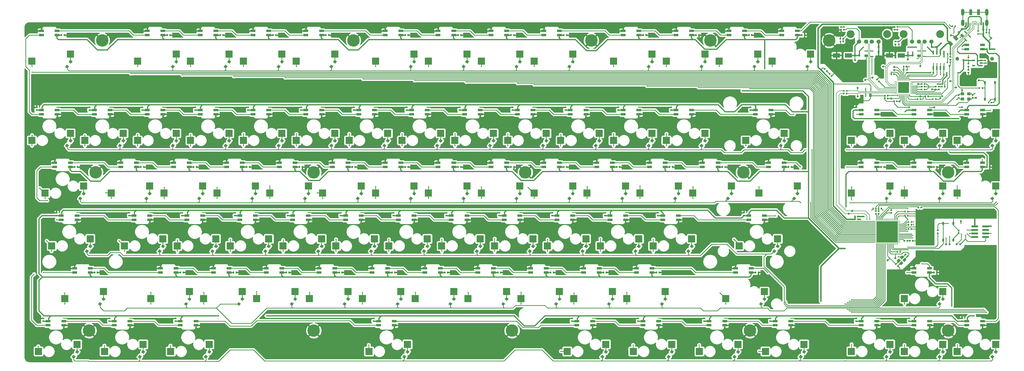
<source format=gbl>
G04 #@! TF.GenerationSoftware,KiCad,Pcbnew,5.1.10-88a1d61d58~90~ubuntu21.04.1*
G04 #@! TF.CreationDate,2021-09-24T17:47:48+02:00*
G04 #@! TF.ProjectId,Keyboard_80_with_USB_HUB_V3,4b657962-6f61-4726-945f-3830255f7769,rev?*
G04 #@! TF.SameCoordinates,Original*
G04 #@! TF.FileFunction,Copper,L2,Bot*
G04 #@! TF.FilePolarity,Positive*
%FSLAX46Y46*%
G04 Gerber Fmt 4.6, Leading zero omitted, Abs format (unit mm)*
G04 Created by KiCad (PCBNEW 5.1.10-88a1d61d58~90~ubuntu21.04.1) date 2021-09-24 17:47:48*
%MOMM*%
%LPD*%
G01*
G04 APERTURE LIST*
G04 #@! TA.AperFunction,WasherPad*
%ADD10C,0.100000*%
G04 #@! TD*
G04 #@! TA.AperFunction,SMDPad,CuDef*
%ADD11R,2.550000X2.500000*%
G04 #@! TD*
G04 #@! TA.AperFunction,SMDPad,CuDef*
%ADD12R,7.600000X7.600000*%
G04 #@! TD*
G04 #@! TA.AperFunction,SMDPad,CuDef*
%ADD13R,0.249200X0.854800*%
G04 #@! TD*
G04 #@! TA.AperFunction,SMDPad,CuDef*
%ADD14R,0.854800X0.249200*%
G04 #@! TD*
G04 #@! TA.AperFunction,SMDPad,CuDef*
%ADD15R,0.600000X0.700000*%
G04 #@! TD*
G04 #@! TA.AperFunction,SMDPad,CuDef*
%ADD16R,0.700000X0.600000*%
G04 #@! TD*
G04 #@! TA.AperFunction,SMDPad,CuDef*
%ADD17R,0.700000X1.000000*%
G04 #@! TD*
G04 #@! TA.AperFunction,SMDPad,CuDef*
%ADD18R,3.860800X3.860800*%
G04 #@! TD*
G04 #@! TA.AperFunction,SMDPad,CuDef*
%ADD19R,0.254000X1.066800*%
G04 #@! TD*
G04 #@! TA.AperFunction,SMDPad,CuDef*
%ADD20R,1.066800X0.254000*%
G04 #@! TD*
G04 #@! TA.AperFunction,SMDPad,CuDef*
%ADD21R,1.800000X0.820000*%
G04 #@! TD*
G04 #@! TA.AperFunction,SMDPad,CuDef*
%ADD22R,1.003300X0.508000*%
G04 #@! TD*
G04 #@! TA.AperFunction,SMDPad,CuDef*
%ADD23C,0.100000*%
G04 #@! TD*
G04 #@! TA.AperFunction,SMDPad,CuDef*
%ADD24R,0.800000X0.655600*%
G04 #@! TD*
G04 #@! TA.AperFunction,SMDPad,CuDef*
%ADD25R,0.655600X0.800000*%
G04 #@! TD*
G04 #@! TA.AperFunction,SMDPad,CuDef*
%ADD26R,1.168400X0.431800*%
G04 #@! TD*
G04 #@! TA.AperFunction,SMDPad,CuDef*
%ADD27R,1.168400X0.838200*%
G04 #@! TD*
G04 #@! TA.AperFunction,SMDPad,CuDef*
%ADD28R,0.431800X1.168400*%
G04 #@! TD*
G04 #@! TA.AperFunction,SMDPad,CuDef*
%ADD29R,0.838200X1.168400*%
G04 #@! TD*
G04 #@! TA.AperFunction,SMDPad,CuDef*
%ADD30R,1.300000X1.100000*%
G04 #@! TD*
G04 #@! TA.AperFunction,SMDPad,CuDef*
%ADD31R,2.641600X1.600200*%
G04 #@! TD*
G04 #@! TA.AperFunction,SMDPad,CuDef*
%ADD32R,0.533400X1.460500*%
G04 #@! TD*
G04 #@! TA.AperFunction,ComponentPad*
%ADD33C,4.500000*%
G04 #@! TD*
G04 #@! TA.AperFunction,ComponentPad*
%ADD34C,2.819400*%
G04 #@! TD*
G04 #@! TA.AperFunction,ComponentPad*
%ADD35C,1.498600*%
G04 #@! TD*
G04 #@! TA.AperFunction,ComponentPad*
%ADD36O,1.200000X2.400000*%
G04 #@! TD*
G04 #@! TA.AperFunction,ComponentPad*
%ADD37O,1.158000X2.316000*%
G04 #@! TD*
G04 #@! TA.AperFunction,SMDPad,CuDef*
%ADD38R,1.000000X2.000000*%
G04 #@! TD*
G04 #@! TA.AperFunction,SMDPad,CuDef*
%ADD39R,0.270000X1.000000*%
G04 #@! TD*
G04 #@! TA.AperFunction,SMDPad,CuDef*
%ADD40R,0.520000X1.000000*%
G04 #@! TD*
G04 #@! TA.AperFunction,SMDPad,CuDef*
%ADD41R,2.400000X0.740000*%
G04 #@! TD*
G04 #@! TA.AperFunction,SMDPad,CuDef*
%ADD42C,0.750000*%
G04 #@! TD*
G04 #@! TA.AperFunction,ViaPad*
%ADD43C,0.450000*%
G04 #@! TD*
G04 #@! TA.AperFunction,Conductor*
%ADD44C,0.254000*%
G04 #@! TD*
G04 #@! TA.AperFunction,Conductor*
%ADD45C,0.381000*%
G04 #@! TD*
G04 #@! TA.AperFunction,Conductor*
%ADD46C,0.406400*%
G04 #@! TD*
G04 #@! TA.AperFunction,Conductor*
%ADD47C,0.508000*%
G04 #@! TD*
G04 #@! TA.AperFunction,Conductor*
%ADD48C,0.279400*%
G04 #@! TD*
G04 #@! TA.AperFunction,Conductor*
%ADD49C,0.127000*%
G04 #@! TD*
G04 #@! TA.AperFunction,Conductor*
%ADD50C,0.100000*%
G04 #@! TD*
G04 APERTURE END LIST*
G04 #@! TA.AperFunction,WasherPad*
D10*
G36*
X338845375Y-3557035D02*
G01*
X338907937Y-3569480D01*
X338968978Y-3587996D01*
X339027911Y-3612407D01*
X339084167Y-3642476D01*
X339137205Y-3677915D01*
X339186513Y-3718382D01*
X339231618Y-3763487D01*
X339272085Y-3812795D01*
X339307524Y-3865833D01*
X339337593Y-3922089D01*
X339362004Y-3981022D01*
X339380520Y-4042063D01*
X339392965Y-4104625D01*
X339399217Y-4168106D01*
X339399217Y-4231894D01*
X339392965Y-4295375D01*
X339380520Y-4357937D01*
X339362004Y-4418978D01*
X339337593Y-4477911D01*
X339307524Y-4534167D01*
X339272085Y-4587205D01*
X339231618Y-4636513D01*
X339186513Y-4681618D01*
X339137205Y-4722085D01*
X339084167Y-4757524D01*
X339027911Y-4787593D01*
X338968978Y-4812004D01*
X338907937Y-4830520D01*
X338845375Y-4842965D01*
X338781894Y-4849217D01*
X338718106Y-4849217D01*
X338654625Y-4842965D01*
X338592063Y-4830520D01*
X338531022Y-4812004D01*
X338472089Y-4787593D01*
X338415833Y-4757524D01*
X338362795Y-4722085D01*
X338313487Y-4681618D01*
X338268382Y-4636513D01*
X338227915Y-4587205D01*
X338192476Y-4534167D01*
X338162407Y-4477911D01*
X338137996Y-4418978D01*
X338119480Y-4357937D01*
X338107035Y-4295375D01*
X338100783Y-4231894D01*
X338100783Y-4168106D01*
X338107035Y-4104625D01*
X338119480Y-4042063D01*
X338137996Y-3981022D01*
X338162407Y-3922089D01*
X338192476Y-3865833D01*
X338227915Y-3812795D01*
X338268382Y-3763487D01*
X338313487Y-3718382D01*
X338362795Y-3677915D01*
X338415833Y-3642476D01*
X338472089Y-3612407D01*
X338531022Y-3587996D01*
X338592063Y-3569480D01*
X338654625Y-3557035D01*
X338718106Y-3550783D01*
X338781894Y-3550783D01*
X338845375Y-3557035D01*
G37*
G04 #@! TD.AperFunction*
G04 #@! TA.AperFunction,WasherPad*
G36*
X326345375Y-3557035D02*
G01*
X326407937Y-3569480D01*
X326468978Y-3587996D01*
X326527911Y-3612407D01*
X326584167Y-3642476D01*
X326637205Y-3677915D01*
X326686513Y-3718382D01*
X326731618Y-3763487D01*
X326772085Y-3812795D01*
X326807524Y-3865833D01*
X326837593Y-3922089D01*
X326862004Y-3981022D01*
X326880520Y-4042063D01*
X326892965Y-4104625D01*
X326899217Y-4168106D01*
X326899217Y-4231894D01*
X326892965Y-4295375D01*
X326880520Y-4357937D01*
X326862004Y-4418978D01*
X326837593Y-4477911D01*
X326807524Y-4534167D01*
X326772085Y-4587205D01*
X326731618Y-4636513D01*
X326686513Y-4681618D01*
X326637205Y-4722085D01*
X326584167Y-4757524D01*
X326527911Y-4787593D01*
X326468978Y-4812004D01*
X326407937Y-4830520D01*
X326345375Y-4842965D01*
X326281894Y-4849217D01*
X326218106Y-4849217D01*
X326154625Y-4842965D01*
X326092063Y-4830520D01*
X326031022Y-4812004D01*
X325972089Y-4787593D01*
X325915833Y-4757524D01*
X325862795Y-4722085D01*
X325813487Y-4681618D01*
X325768382Y-4636513D01*
X325727915Y-4587205D01*
X325692476Y-4534167D01*
X325662407Y-4477911D01*
X325637996Y-4418978D01*
X325619480Y-4357937D01*
X325607035Y-4295375D01*
X325600783Y-4231894D01*
X325600783Y-4168106D01*
X325607035Y-4104625D01*
X325619480Y-4042063D01*
X325637996Y-3981022D01*
X325662407Y-3922089D01*
X325692476Y-3865833D01*
X325727915Y-3812795D01*
X325768382Y-3763487D01*
X325813487Y-3718382D01*
X325862795Y-3677915D01*
X325915833Y-3642476D01*
X325972089Y-3612407D01*
X326031022Y-3587996D01*
X326092063Y-3569480D01*
X326154625Y-3557035D01*
X326218106Y-3550783D01*
X326281894Y-3550783D01*
X326345375Y-3557035D01*
G37*
G04 #@! TD.AperFunction*
D11*
X7560000Y-2540000D03*
X-6290000Y-5080000D03*
X45560000Y-2540000D03*
X31710000Y-5080000D03*
X64560000Y-2540000D03*
X50710000Y-5080000D03*
X83560000Y-2540000D03*
X69710000Y-5080000D03*
X102560000Y-2540000D03*
X88710000Y-5080000D03*
X131060000Y-2540000D03*
X117210000Y-5080000D03*
X150060000Y-2540000D03*
X136210000Y-5080000D03*
X169060000Y-2540000D03*
X155210000Y-5080000D03*
X188060000Y-2540000D03*
X174210000Y-5080000D03*
X216560000Y-2540000D03*
X202710000Y-5080000D03*
X235560000Y-2540000D03*
X221710000Y-5080000D03*
X254560000Y-2540000D03*
X240710000Y-5080000D03*
X273560000Y-2540000D03*
X259710000Y-5080000D03*
X7560000Y-31040000D03*
X-6290000Y-33580000D03*
X26560000Y-31040000D03*
X12710000Y-33580000D03*
X45560000Y-31040000D03*
X31710000Y-33580000D03*
X64560000Y-31040000D03*
X50710000Y-33580000D03*
X83560000Y-31040000D03*
X69710000Y-33580000D03*
X102560000Y-31040000D03*
X88710000Y-33580000D03*
X121560000Y-31040000D03*
X107710000Y-33580000D03*
X140560000Y-31040000D03*
X126710000Y-33580000D03*
X159560000Y-31040000D03*
X145710000Y-33580000D03*
X178560000Y-31040000D03*
X164710000Y-33580000D03*
X197560000Y-31040000D03*
X183710000Y-33580000D03*
X216560000Y-31040000D03*
X202710000Y-33580000D03*
X235560000Y-31040000D03*
X221710000Y-33580000D03*
X302060000Y-31040000D03*
X288210000Y-33580000D03*
X321060000Y-31040000D03*
X307210000Y-33580000D03*
X340060000Y-31040000D03*
X326210000Y-33580000D03*
X36060000Y-50040000D03*
X22210000Y-52580000D03*
X55060000Y-50040000D03*
X41210000Y-52580000D03*
X74060000Y-50040000D03*
X60210000Y-52580000D03*
X93060000Y-50040000D03*
X79210000Y-52580000D03*
X112060000Y-50040000D03*
X98210000Y-52580000D03*
X131060000Y-50040000D03*
X117210000Y-52580000D03*
X150060000Y-50040000D03*
X136210000Y-52580000D03*
X169060000Y-50040000D03*
X155210000Y-52580000D03*
X188060000Y-50040000D03*
X174210000Y-52580000D03*
X207060000Y-50040000D03*
X193210000Y-52580000D03*
X226060000Y-50040000D03*
X212210000Y-52580000D03*
X302060000Y-50040000D03*
X288210000Y-52580000D03*
X321060000Y-50040000D03*
X307210000Y-52580000D03*
X340060000Y-50040000D03*
X326210000Y-52580000D03*
X40810000Y-69040000D03*
X26960000Y-71580000D03*
X59810000Y-69040000D03*
X45960000Y-71580000D03*
X78810000Y-69040000D03*
X64960000Y-71580000D03*
X97810000Y-69040000D03*
X83960000Y-71580000D03*
X116810000Y-69040000D03*
X102960000Y-71580000D03*
X135810000Y-69040000D03*
X121960000Y-71580000D03*
X154810000Y-69040000D03*
X140960000Y-71580000D03*
X173810000Y-69040000D03*
X159960000Y-71580000D03*
X192810000Y-69040000D03*
X178960000Y-71580000D03*
X211810000Y-69040000D03*
X197960000Y-71580000D03*
X230810000Y-69040000D03*
X216960000Y-71580000D03*
X50310000Y-88040000D03*
X36460000Y-90580000D03*
X69310000Y-88040000D03*
X55460000Y-90580000D03*
X88310000Y-88040000D03*
X74460000Y-90580000D03*
X107310000Y-88040000D03*
X93460000Y-90580000D03*
X126310000Y-88040000D03*
X112460000Y-90580000D03*
X145310000Y-88040000D03*
X131460000Y-90580000D03*
X164310000Y-88040000D03*
X150460000Y-90580000D03*
X183310000Y-88040000D03*
X169460000Y-90580000D03*
X202310000Y-88040000D03*
X188460000Y-90580000D03*
X221310000Y-88040000D03*
X207460000Y-90580000D03*
X321060000Y-88040000D03*
X307210000Y-90580000D03*
X302060000Y-107040000D03*
X288210000Y-109580000D03*
X321060000Y-107040000D03*
X307210000Y-109580000D03*
X340060000Y-107040000D03*
X326210000Y-109580000D03*
X264060000Y-31040000D03*
X250210000Y-33580000D03*
X245060000Y-50040000D03*
X231210000Y-52580000D03*
X12310000Y-50040000D03*
X-1540000Y-52580000D03*
X14685000Y-69040000D03*
X835000Y-71580000D03*
X261685000Y-69040000D03*
X247835000Y-71580000D03*
X19435000Y-88040000D03*
X5585000Y-90580000D03*
X256935000Y-88040000D03*
X243085000Y-90580000D03*
X9935000Y-107040000D03*
X-3915000Y-109580000D03*
X33685000Y-107040000D03*
X19835000Y-109580000D03*
X57435000Y-107040000D03*
X43585000Y-109580000D03*
X128685000Y-107040000D03*
X114835000Y-109580000D03*
X199935000Y-107040000D03*
X186085000Y-109580000D03*
X223685000Y-107040000D03*
X209835000Y-109580000D03*
X247435000Y-107040000D03*
X233585000Y-109580000D03*
X271185000Y-107040000D03*
X257335000Y-109580000D03*
X268810000Y-50040000D03*
X254960000Y-52580000D03*
D12*
X301000000Y-66500000D03*
D13*
X304750000Y-62122600D03*
X304250001Y-62122600D03*
X303750000Y-62122600D03*
X303250001Y-62122600D03*
X302749999Y-62122600D03*
X302250000Y-62122600D03*
X301750001Y-62122600D03*
X301250000Y-62122600D03*
X300750000Y-62122600D03*
X300249999Y-62122600D03*
X299750000Y-62122600D03*
X299250001Y-62122600D03*
X298749999Y-62122600D03*
X298250000Y-62122600D03*
X297749999Y-62122600D03*
X297250000Y-62122600D03*
D14*
X296622600Y-62750000D03*
X296622600Y-63249999D03*
X296622600Y-63750000D03*
X296622600Y-64249999D03*
X296622600Y-64750001D03*
X296622600Y-65250000D03*
X296622600Y-65749999D03*
X296622600Y-66250000D03*
X296622600Y-66750000D03*
X296622600Y-67250001D03*
X296622600Y-67750000D03*
X296622600Y-68249999D03*
X296622600Y-68750001D03*
X296622600Y-69250000D03*
X296622600Y-69750001D03*
X296622600Y-70250000D03*
D13*
X297250000Y-70877400D03*
X297749999Y-70877400D03*
X298250000Y-70877400D03*
X298749999Y-70877400D03*
X299250001Y-70877400D03*
X299750000Y-70877400D03*
X300249999Y-70877400D03*
X300750000Y-70877400D03*
X301250000Y-70877400D03*
X301750001Y-70877400D03*
X302250000Y-70877400D03*
X302749999Y-70877400D03*
X303250001Y-70877400D03*
X303750000Y-70877400D03*
X304250001Y-70877400D03*
X304750000Y-70877400D03*
D14*
X305377400Y-70250000D03*
X305377400Y-69750001D03*
X305377400Y-69250000D03*
X305377400Y-68750001D03*
X305377400Y-68249999D03*
X305377400Y-67750000D03*
X305377400Y-67250001D03*
X305377400Y-66750000D03*
X305377400Y-66250000D03*
X305377400Y-65749999D03*
X305377400Y-65250000D03*
X305377400Y-64750001D03*
X305377400Y-64249999D03*
X305377400Y-63750000D03*
X305377400Y-63249999D03*
X305377400Y-62750000D03*
D15*
X17275000Y-81170000D03*
X16275000Y-81170000D03*
X48150000Y-81170000D03*
X47150000Y-81170000D03*
X67150000Y-81170000D03*
X66150000Y-81170000D03*
X86150000Y-81170000D03*
X85150000Y-81170000D03*
X105150000Y-81170000D03*
X104150000Y-81170000D03*
X124150000Y-81170000D03*
X123150000Y-81170000D03*
X143150000Y-81170000D03*
X142150000Y-81170000D03*
X162150000Y-81170000D03*
X161150000Y-81170000D03*
X181150000Y-81170000D03*
X180150000Y-81170000D03*
X200150000Y-81170000D03*
X199150000Y-81170000D03*
X219150000Y-81170000D03*
X218150000Y-81170000D03*
X254775000Y-81170000D03*
X253775000Y-81170000D03*
X318900000Y-81170000D03*
X317900000Y-81170000D03*
X10150000Y-43170000D03*
X9150000Y-43170000D03*
X33900000Y-43170000D03*
X32900000Y-43170000D03*
X52900000Y-43170000D03*
X51900000Y-43170000D03*
X71900000Y-43170000D03*
X70900000Y-43170000D03*
X90900000Y-43170000D03*
X89900000Y-43170000D03*
X109900000Y-43170000D03*
X108900000Y-43170000D03*
X128900000Y-43170000D03*
X127900000Y-43170000D03*
X147900000Y-43170000D03*
X146900000Y-43170000D03*
X166900000Y-43170000D03*
X165900000Y-43170000D03*
X185900000Y-43170000D03*
X184900000Y-43170000D03*
X204900000Y-43170000D03*
X203900000Y-43170000D03*
X223900000Y-43170000D03*
X222900000Y-43170000D03*
X242900000Y-43170000D03*
X241900000Y-43170000D03*
X266650000Y-43170000D03*
X265650000Y-43170000D03*
X299900000Y-43170000D03*
X298900000Y-43170000D03*
X318900000Y-43170000D03*
X317900000Y-43170000D03*
X337900000Y-43170000D03*
X336900000Y-43170000D03*
X5400000Y4330000D03*
X4400000Y4330000D03*
X43400000Y4330000D03*
X42400000Y4330000D03*
X62400000Y4330000D03*
X61400000Y4330000D03*
X81400000Y4330000D03*
X80400000Y4330000D03*
X100400000Y4330000D03*
X99400000Y4330000D03*
X128900000Y4330000D03*
X127900000Y4330000D03*
X147900000Y4330000D03*
X146900000Y4330000D03*
X166900000Y4330000D03*
X165900000Y4330000D03*
X185900000Y4330000D03*
X184900000Y4330000D03*
X214400000Y4330000D03*
X213400000Y4330000D03*
X233400000Y4330000D03*
X232400000Y4330000D03*
X252400000Y4330000D03*
X251400000Y4330000D03*
X271400000Y4330000D03*
X270400000Y4330000D03*
X337900000Y-750000D03*
X336900000Y-750000D03*
D16*
X-4560000Y-21670000D03*
X-4560000Y-22670000D03*
X14440000Y-21670000D03*
X14440000Y-22670000D03*
X33440000Y-21670000D03*
X33440000Y-22670000D03*
X52440000Y-21670000D03*
X52440000Y-22670000D03*
X71440000Y-21670000D03*
X71440000Y-22670000D03*
X90440000Y-21670000D03*
X90440000Y-22670000D03*
X109440000Y-21670000D03*
X109440000Y-22670000D03*
X128440000Y-21670000D03*
X128440000Y-22670000D03*
X147440000Y-21670000D03*
X147440000Y-22670000D03*
X166440000Y-21670000D03*
X166440000Y-22670000D03*
X185440000Y-21670000D03*
X185440000Y-22670000D03*
X204440000Y-21670000D03*
X204440000Y-22670000D03*
X223440000Y-21670000D03*
X223440000Y-22670000D03*
X251940000Y-21670000D03*
X251940000Y-22670000D03*
X289940000Y-21670000D03*
X289940000Y-22670000D03*
X308940000Y-21670000D03*
X308940000Y-22670000D03*
X327940000Y-21670000D03*
X327940000Y-22670000D03*
X2565000Y-59670000D03*
X2565000Y-60670000D03*
X28690000Y-59670000D03*
X28690000Y-60670000D03*
X47690000Y-59670000D03*
X47690000Y-60670000D03*
X66690000Y-59670000D03*
X66690000Y-60670000D03*
X85690000Y-59670000D03*
X85690000Y-60670000D03*
X104690000Y-59670000D03*
X104690000Y-60670000D03*
X123690000Y-59670000D03*
X123690000Y-60670000D03*
X142690000Y-59670000D03*
X142690000Y-60670000D03*
X161690000Y-59670000D03*
X161690000Y-60670000D03*
X180690000Y-59670000D03*
X180690000Y-60670000D03*
X199690000Y-59670000D03*
X199690000Y-60670000D03*
X218690000Y-59670000D03*
X218690000Y-60670000D03*
X249565000Y-59670000D03*
X249565000Y-60670000D03*
X-2185000Y-97670000D03*
X-2185000Y-98670000D03*
X21565000Y-97670000D03*
X21565000Y-98670000D03*
X45315000Y-97670000D03*
X45315000Y-98670000D03*
X116565000Y-97670000D03*
X116565000Y-98670000D03*
X187815000Y-97670000D03*
X187815000Y-98670000D03*
X211565000Y-97670000D03*
X211565000Y-98670000D03*
X235315000Y-97670000D03*
X235315000Y-98670000D03*
X259065000Y-97670000D03*
X259065000Y-98670000D03*
X289940000Y-97670000D03*
X289940000Y-98670000D03*
X308940000Y-97670000D03*
X308940000Y-98670000D03*
X327940000Y-97670000D03*
X327940000Y-98670000D03*
D17*
X339850000Y-18750000D03*
X339850000Y-12750000D03*
X336150000Y-18750000D03*
X336150000Y-12750000D03*
X324850000Y-69500000D03*
X324850000Y-63500000D03*
X321150000Y-69500000D03*
X321150000Y-63500000D03*
D18*
X307000000Y-14500000D03*
D19*
X304968000Y-17344800D03*
X305476000Y-17344800D03*
X305984000Y-17344800D03*
X306492000Y-17344800D03*
X307000000Y-17344800D03*
X307508000Y-17344800D03*
X308016000Y-17344800D03*
X308524000Y-17344800D03*
X309032000Y-17344800D03*
D20*
X309844800Y-16532000D03*
X309844800Y-16024000D03*
X309844800Y-15516000D03*
X309844800Y-15008000D03*
X309844800Y-14500000D03*
X309844800Y-13992000D03*
X309844800Y-13484000D03*
X309844800Y-12976000D03*
X309844800Y-12468000D03*
D19*
X309032000Y-11655200D03*
X308524000Y-11655200D03*
X308016000Y-11655200D03*
X307508000Y-11655200D03*
X307000000Y-11655200D03*
X306492000Y-11655200D03*
X305984000Y-11655200D03*
X305476000Y-11655200D03*
X304968000Y-11655200D03*
D20*
X304155200Y-12468000D03*
X304155200Y-12976000D03*
X304155200Y-13484000D03*
X304155200Y-13992000D03*
X304155200Y-14500000D03*
X304155200Y-15008000D03*
X304155200Y-15516000D03*
X304155200Y-16024000D03*
X304155200Y-16532000D03*
D21*
X335300000Y-22670000D03*
X335300000Y-24170000D03*
X329700000Y-24170000D03*
X329700000Y-22670000D03*
X2800000Y-22670000D03*
X2800000Y-24170000D03*
X-2800000Y-24170000D03*
X-2800000Y-22670000D03*
X21800000Y-22670000D03*
X21800000Y-24170000D03*
X16200000Y-24170000D03*
X16200000Y-22670000D03*
X40800000Y-22670000D03*
X40800000Y-24170000D03*
X35200000Y-24170000D03*
X35200000Y-22670000D03*
X59800000Y-22670000D03*
X59800000Y-24170000D03*
X54200000Y-24170000D03*
X54200000Y-22670000D03*
X78800000Y-22670000D03*
X78800000Y-24170000D03*
X73200000Y-24170000D03*
X73200000Y-22670000D03*
X97800000Y-22670000D03*
X97800000Y-24170000D03*
X92200000Y-24170000D03*
X92200000Y-22670000D03*
X116800000Y-22670000D03*
X116800000Y-24170000D03*
X111200000Y-24170000D03*
X111200000Y-22670000D03*
X135800000Y-22670000D03*
X135800000Y-24170000D03*
X130200000Y-24170000D03*
X130200000Y-22670000D03*
X154800000Y-22670000D03*
X154800000Y-24170000D03*
X149200000Y-24170000D03*
X149200000Y-22670000D03*
X173800000Y-22670000D03*
X173800000Y-24170000D03*
X168200000Y-24170000D03*
X168200000Y-22670000D03*
X192800000Y-22670000D03*
X192800000Y-24170000D03*
X187200000Y-24170000D03*
X187200000Y-22670000D03*
X211800000Y-22670000D03*
X211800000Y-24170000D03*
X206200000Y-24170000D03*
X206200000Y-22670000D03*
X230800000Y-22670000D03*
X230800000Y-24170000D03*
X225200000Y-24170000D03*
X225200000Y-22670000D03*
X259300000Y-22670000D03*
X259300000Y-24170000D03*
X253700000Y-24170000D03*
X253700000Y-22670000D03*
X297300000Y-22670000D03*
X297300000Y-24170000D03*
X291700000Y-24170000D03*
X291700000Y-22670000D03*
X316300000Y-22670000D03*
X316300000Y-24170000D03*
X310700000Y-24170000D03*
X310700000Y-22670000D03*
X9925000Y-60670000D03*
X9925000Y-62170000D03*
X4325000Y-62170000D03*
X4325000Y-60670000D03*
X36050000Y-60670000D03*
X36050000Y-62170000D03*
X30450000Y-62170000D03*
X30450000Y-60670000D03*
X55050000Y-60670000D03*
X55050000Y-62170000D03*
X49450000Y-62170000D03*
X49450000Y-60670000D03*
X74050000Y-60670000D03*
X74050000Y-62170000D03*
X68450000Y-62170000D03*
X68450000Y-60670000D03*
X93050000Y-60670000D03*
X93050000Y-62170000D03*
X87450000Y-62170000D03*
X87450000Y-60670000D03*
X112050000Y-60670000D03*
X112050000Y-62170000D03*
X106450000Y-62170000D03*
X106450000Y-60670000D03*
X131050000Y-60670000D03*
X131050000Y-62170000D03*
X125450000Y-62170000D03*
X125450000Y-60670000D03*
X150050000Y-60670000D03*
X150050000Y-62170000D03*
X144450000Y-62170000D03*
X144450000Y-60670000D03*
X169050000Y-60670000D03*
X169050000Y-62170000D03*
X163450000Y-62170000D03*
X163450000Y-60670000D03*
X188050000Y-60670000D03*
X188050000Y-62170000D03*
X182450000Y-62170000D03*
X182450000Y-60670000D03*
X207050000Y-60670000D03*
X207050000Y-62170000D03*
X201450000Y-62170000D03*
X201450000Y-60670000D03*
X226050000Y-60670000D03*
X226050000Y-62170000D03*
X220450000Y-62170000D03*
X220450000Y-60670000D03*
X256925000Y-60670000D03*
X256925000Y-62170000D03*
X251325000Y-62170000D03*
X251325000Y-60670000D03*
X5175000Y-98670000D03*
X5175000Y-100170000D03*
X-425000Y-100170000D03*
X-425000Y-98670000D03*
X28925000Y-98670000D03*
X28925000Y-100170000D03*
X23325000Y-100170000D03*
X23325000Y-98670000D03*
X52675000Y-98670000D03*
X52675000Y-100170000D03*
X47075000Y-100170000D03*
X47075000Y-98670000D03*
X123925000Y-98670000D03*
X123925000Y-100170000D03*
X118325000Y-100170000D03*
X118325000Y-98670000D03*
X195175000Y-98670000D03*
X195175000Y-100170000D03*
X189575000Y-100170000D03*
X189575000Y-98670000D03*
X218925000Y-98670000D03*
X218925000Y-100170000D03*
X213325000Y-100170000D03*
X213325000Y-98670000D03*
X242675000Y-98670000D03*
X242675000Y-100170000D03*
X237075000Y-100170000D03*
X237075000Y-98670000D03*
X266425000Y-98670000D03*
X266425000Y-100170000D03*
X260825000Y-100170000D03*
X260825000Y-98670000D03*
X297300000Y-98670000D03*
X297300000Y-100170000D03*
X291700000Y-100170000D03*
X291700000Y-98670000D03*
X316300000Y-98670000D03*
X316300000Y-100170000D03*
X310700000Y-100170000D03*
X310700000Y-98670000D03*
X335300000Y-98670000D03*
X335300000Y-100170000D03*
X329700000Y-100170000D03*
X329700000Y-98670000D03*
X329700000Y-750000D03*
X329700000Y750000D03*
X335300000Y750000D03*
X335300000Y-750000D03*
X263200000Y4330000D03*
X263200000Y5830000D03*
X268800000Y5830000D03*
X268800000Y4330000D03*
X244200000Y4330000D03*
X244200000Y5830000D03*
X249800000Y5830000D03*
X249800000Y4330000D03*
X225200000Y4330000D03*
X225200000Y5830000D03*
X230800000Y5830000D03*
X230800000Y4330000D03*
X206200000Y4330000D03*
X206200000Y5830000D03*
X211800000Y5830000D03*
X211800000Y4330000D03*
X177700000Y4330000D03*
X177700000Y5830000D03*
X183300000Y5830000D03*
X183300000Y4330000D03*
X158700000Y4330000D03*
X158700000Y5830000D03*
X164300000Y5830000D03*
X164300000Y4330000D03*
X139700000Y4330000D03*
X139700000Y5830000D03*
X145300000Y5830000D03*
X145300000Y4330000D03*
X120700000Y4330000D03*
X120700000Y5830000D03*
X126300000Y5830000D03*
X126300000Y4330000D03*
X92200000Y4330000D03*
X92200000Y5830000D03*
X97800000Y5830000D03*
X97800000Y4330000D03*
X73200000Y4330000D03*
X73200000Y5830000D03*
X78800000Y5830000D03*
X78800000Y4330000D03*
X54200000Y4330000D03*
X54200000Y5830000D03*
X59800000Y5830000D03*
X59800000Y4330000D03*
X35200000Y4330000D03*
X35200000Y5830000D03*
X40800000Y5830000D03*
X40800000Y4330000D03*
X-2800000Y4330000D03*
X-2800000Y5830000D03*
X2800000Y5830000D03*
X2800000Y4330000D03*
X329700000Y-43170000D03*
X329700000Y-41670000D03*
X335300000Y-41670000D03*
X335300000Y-43170000D03*
X310700000Y-43170000D03*
X310700000Y-41670000D03*
X316300000Y-41670000D03*
X316300000Y-43170000D03*
X291700000Y-43170000D03*
X291700000Y-41670000D03*
X297300000Y-41670000D03*
X297300000Y-43170000D03*
X258450000Y-43170000D03*
X258450000Y-41670000D03*
X264050000Y-41670000D03*
X264050000Y-43170000D03*
X234700000Y-43170000D03*
X234700000Y-41670000D03*
X240300000Y-41670000D03*
X240300000Y-43170000D03*
X215700000Y-43170000D03*
X215700000Y-41670000D03*
X221300000Y-41670000D03*
X221300000Y-43170000D03*
X196700000Y-43170000D03*
X196700000Y-41670000D03*
X202300000Y-41670000D03*
X202300000Y-43170000D03*
X177700000Y-43170000D03*
X177700000Y-41670000D03*
X183300000Y-41670000D03*
X183300000Y-43170000D03*
X158700000Y-43170000D03*
X158700000Y-41670000D03*
X164300000Y-41670000D03*
X164300000Y-43170000D03*
X139700000Y-43170000D03*
X139700000Y-41670000D03*
X145300000Y-41670000D03*
X145300000Y-43170000D03*
X120700000Y-43170000D03*
X120700000Y-41670000D03*
X126300000Y-41670000D03*
X126300000Y-43170000D03*
X101700000Y-43170000D03*
X101700000Y-41670000D03*
X107300000Y-41670000D03*
X107300000Y-43170000D03*
X82700000Y-43170000D03*
X82700000Y-41670000D03*
X88300000Y-41670000D03*
X88300000Y-43170000D03*
X63700000Y-43170000D03*
X63700000Y-41670000D03*
X69300000Y-41670000D03*
X69300000Y-43170000D03*
X44700000Y-43170000D03*
X44700000Y-41670000D03*
X50300000Y-41670000D03*
X50300000Y-43170000D03*
X25700000Y-43170000D03*
X25700000Y-41670000D03*
X31300000Y-41670000D03*
X31300000Y-43170000D03*
X1950000Y-43170000D03*
X1950000Y-41670000D03*
X7550000Y-41670000D03*
X7550000Y-43170000D03*
X310700000Y-81170000D03*
X310700000Y-79670000D03*
X316300000Y-79670000D03*
X316300000Y-81170000D03*
X246575000Y-81170000D03*
X246575000Y-79670000D03*
X252175000Y-79670000D03*
X252175000Y-81170000D03*
X210950000Y-81170000D03*
X210950000Y-79670000D03*
X216550000Y-79670000D03*
X216550000Y-81170000D03*
X191950000Y-81170000D03*
X191950000Y-79670000D03*
X197550000Y-79670000D03*
X197550000Y-81170000D03*
X172950000Y-81170000D03*
X172950000Y-79670000D03*
X178550000Y-79670000D03*
X178550000Y-81170000D03*
X153950000Y-81170000D03*
X153950000Y-79670000D03*
X159550000Y-79670000D03*
X159550000Y-81170000D03*
X134950000Y-81170000D03*
X134950000Y-79670000D03*
X140550000Y-79670000D03*
X140550000Y-81170000D03*
X115950000Y-81170000D03*
X115950000Y-79670000D03*
X121550000Y-79670000D03*
X121550000Y-81170000D03*
X96950000Y-81170000D03*
X96950000Y-79670000D03*
X102550000Y-79670000D03*
X102550000Y-81170000D03*
X77950000Y-81170000D03*
X77950000Y-79670000D03*
X83550000Y-79670000D03*
X83550000Y-81170000D03*
X58950000Y-81170000D03*
X58950000Y-79670000D03*
X64550000Y-79670000D03*
X64550000Y-81170000D03*
X39950000Y-81170000D03*
X39950000Y-79670000D03*
X45550000Y-79670000D03*
X45550000Y-81170000D03*
X9075000Y-81170000D03*
X9075000Y-79670000D03*
X14675000Y-79670000D03*
X14675000Y-81170000D03*
G04 #@! TA.AperFunction,SMDPad,CuDef*
G36*
G01*
X303577500Y6545000D02*
X303922500Y6545000D01*
G75*
G02*
X304070000Y6397500I0J-147500D01*
G01*
X304070000Y6102500D01*
G75*
G02*
X303922500Y5955000I-147500J0D01*
G01*
X303577500Y5955000D01*
G75*
G02*
X303430000Y6102500I0J147500D01*
G01*
X303430000Y6397500D01*
G75*
G02*
X303577500Y6545000I147500J0D01*
G01*
G37*
G04 #@! TD.AperFunction*
G04 #@! TA.AperFunction,SMDPad,CuDef*
G36*
G01*
X303577500Y7515000D02*
X303922500Y7515000D01*
G75*
G02*
X304070000Y7367500I0J-147500D01*
G01*
X304070000Y7072500D01*
G75*
G02*
X303922500Y6925000I-147500J0D01*
G01*
X303577500Y6925000D01*
G75*
G02*
X303430000Y7072500I0J147500D01*
G01*
X303430000Y7367500D01*
G75*
G02*
X303577500Y7515000I147500J0D01*
G01*
G37*
G04 #@! TD.AperFunction*
D22*
X332147450Y-4799999D03*
X332147450Y-6700001D03*
X334852550Y-6700001D03*
X334852550Y-5750000D03*
X334852550Y-4799999D03*
G04 #@! TA.AperFunction,SMDPad,CuDef*
D23*
G36*
X328051053Y5985368D02*
G01*
X327485368Y6551053D01*
X327948947Y7014632D01*
X328514632Y6448947D01*
X328051053Y5985368D01*
G37*
G04 #@! TD.AperFunction*
G04 #@! TA.AperFunction,SMDPad,CuDef*
G36*
X326880367Y4814682D02*
G01*
X326314682Y5380367D01*
X326778261Y5843946D01*
X327343946Y5278261D01*
X326880367Y4814682D01*
G37*
G04 #@! TD.AperFunction*
D24*
X335600000Y6250000D03*
X335600000Y4594400D03*
D25*
X310155600Y-3000000D03*
X308500000Y-3000000D03*
X289422200Y-3000000D03*
X291077800Y-3000000D03*
D24*
X298000000Y0D03*
X298000000Y-1655600D03*
D25*
X317094400Y0D03*
X318750000Y0D03*
G04 #@! TA.AperFunction,SMDPad,CuDef*
D23*
G36*
X323609507Y2276940D02*
G01*
X324776940Y1109507D01*
X323950757Y283324D01*
X322783324Y1450757D01*
X323609507Y2276940D01*
G37*
G04 #@! TD.AperFunction*
G04 #@! TA.AperFunction,SMDPad,CuDef*
G36*
X325549243Y4216676D02*
G01*
X326716676Y3049243D01*
X325890493Y2223060D01*
X324723060Y3390493D01*
X325549243Y4216676D01*
G37*
G04 #@! TD.AperFunction*
G04 #@! TA.AperFunction,SMDPad,CuDef*
G36*
X329557095Y2044071D02*
G01*
X328730912Y2870254D01*
X329036241Y3175583D01*
X329862424Y2349400D01*
X329557095Y2044071D01*
G37*
G04 #@! TD.AperFunction*
G04 #@! TA.AperFunction,SMDPad,CuDef*
G36*
X330900600Y3387576D02*
G01*
X330074417Y4213759D01*
X330379746Y4519088D01*
X331205929Y3692905D01*
X330900600Y3387576D01*
G37*
G04 #@! TD.AperFunction*
G04 #@! TA.AperFunction,SMDPad,CuDef*
G36*
X329463758Y4824416D02*
G01*
X328637575Y5650599D01*
X328942904Y5955928D01*
X329769087Y5129745D01*
X329463758Y4824416D01*
G37*
G04 #@! TD.AperFunction*
G04 #@! TA.AperFunction,SMDPad,CuDef*
G36*
X328120255Y3480913D02*
G01*
X327294072Y4307096D01*
X327886769Y4899793D01*
X328712952Y4073610D01*
X328120255Y3480913D01*
G37*
G04 #@! TD.AperFunction*
D26*
X314516000Y-3325001D03*
X314516000Y-1424999D03*
X312484000Y-1425000D03*
D27*
X312484000Y-3121800D03*
D26*
X295516000Y-3325001D03*
X295516000Y-1424999D03*
X293484000Y-1425000D03*
D27*
X293484000Y-3121800D03*
D28*
X295200001Y-15262000D03*
X293299999Y-15262000D03*
X293300000Y-17294000D03*
D29*
X294996800Y-17294000D03*
D30*
X330400000Y-16850000D03*
X328100000Y-16850000D03*
X328100000Y-18650000D03*
X330400000Y-18650000D03*
G04 #@! TA.AperFunction,SMDPad,CuDef*
D23*
G36*
X306037868Y-78588477D02*
G01*
X305330762Y-77881371D01*
X306179290Y-77032843D01*
X306886396Y-77739949D01*
X306037868Y-78588477D01*
G37*
G04 #@! TD.AperFunction*
G04 #@! TA.AperFunction,SMDPad,CuDef*
G36*
X307239949Y-77386396D02*
G01*
X306532843Y-76679290D01*
X307381371Y-75830762D01*
X308088477Y-76537868D01*
X307239949Y-77386396D01*
G37*
G04 #@! TD.AperFunction*
G04 #@! TA.AperFunction,SMDPad,CuDef*
G36*
X306320710Y-76467157D02*
G01*
X305613604Y-75760051D01*
X306462132Y-74911523D01*
X307169238Y-75618629D01*
X306320710Y-76467157D01*
G37*
G04 #@! TD.AperFunction*
G04 #@! TA.AperFunction,SMDPad,CuDef*
G36*
X305118629Y-77669238D02*
G01*
X304411523Y-76962132D01*
X305260051Y-76113604D01*
X305967157Y-76820710D01*
X305118629Y-77669238D01*
G37*
G04 #@! TD.AperFunction*
G04 #@! TA.AperFunction,SMDPad,CuDef*
G36*
G01*
X337030000Y5420000D02*
X337030000Y5080000D01*
G75*
G02*
X336890000Y4940000I-140000J0D01*
G01*
X336610000Y4940000D01*
G75*
G02*
X336470000Y5080000I0J140000D01*
G01*
X336470000Y5420000D01*
G75*
G02*
X336610000Y5560000I140000J0D01*
G01*
X336890000Y5560000D01*
G75*
G02*
X337030000Y5420000I0J-140000D01*
G01*
G37*
G04 #@! TD.AperFunction*
G04 #@! TA.AperFunction,SMDPad,CuDef*
G36*
G01*
X337990000Y5420000D02*
X337990000Y5080000D01*
G75*
G02*
X337850000Y4940000I-140000J0D01*
G01*
X337570000Y4940000D01*
G75*
G02*
X337430000Y5080000I0J140000D01*
G01*
X337430000Y5420000D01*
G75*
G02*
X337570000Y5560000I140000J0D01*
G01*
X337850000Y5560000D01*
G75*
G02*
X337990000Y5420000I0J-140000D01*
G01*
G37*
G04 #@! TD.AperFunction*
G04 #@! TA.AperFunction,SMDPad,CuDef*
G36*
G01*
X305420000Y1720000D02*
X305080000Y1720000D01*
G75*
G02*
X304940000Y1860000I0J140000D01*
G01*
X304940000Y2140000D01*
G75*
G02*
X305080000Y2280000I140000J0D01*
G01*
X305420000Y2280000D01*
G75*
G02*
X305560000Y2140000I0J-140000D01*
G01*
X305560000Y1860000D01*
G75*
G02*
X305420000Y1720000I-140000J0D01*
G01*
G37*
G04 #@! TD.AperFunction*
G04 #@! TA.AperFunction,SMDPad,CuDef*
G36*
G01*
X305420000Y760000D02*
X305080000Y760000D01*
G75*
G02*
X304940000Y900000I0J140000D01*
G01*
X304940000Y1180000D01*
G75*
G02*
X305080000Y1320000I140000J0D01*
G01*
X305420000Y1320000D01*
G75*
G02*
X305560000Y1180000I0J-140000D01*
G01*
X305560000Y900000D01*
G75*
G02*
X305420000Y760000I-140000J0D01*
G01*
G37*
G04 #@! TD.AperFunction*
G04 #@! TA.AperFunction,SMDPad,CuDef*
G36*
G01*
X284970000Y1830000D02*
X284970000Y2170000D01*
G75*
G02*
X285110000Y2310000I140000J0D01*
G01*
X285390000Y2310000D01*
G75*
G02*
X285530000Y2170000I0J-140000D01*
G01*
X285530000Y1830000D01*
G75*
G02*
X285390000Y1690000I-140000J0D01*
G01*
X285110000Y1690000D01*
G75*
G02*
X284970000Y1830000I0J140000D01*
G01*
G37*
G04 #@! TD.AperFunction*
G04 #@! TA.AperFunction,SMDPad,CuDef*
G36*
G01*
X284010000Y1830000D02*
X284010000Y2170000D01*
G75*
G02*
X284150000Y2310000I140000J0D01*
G01*
X284430000Y2310000D01*
G75*
G02*
X284570000Y2170000I0J-140000D01*
G01*
X284570000Y1830000D01*
G75*
G02*
X284430000Y1690000I-140000J0D01*
G01*
X284150000Y1690000D01*
G75*
G02*
X284010000Y1830000I0J140000D01*
G01*
G37*
G04 #@! TD.AperFunction*
G04 #@! TA.AperFunction,SMDPad,CuDef*
G36*
G01*
X314200000Y-14420000D02*
X314200000Y-14080000D01*
G75*
G02*
X314340000Y-13940000I140000J0D01*
G01*
X314620000Y-13940000D01*
G75*
G02*
X314760000Y-14080000I0J-140000D01*
G01*
X314760000Y-14420000D01*
G75*
G02*
X314620000Y-14560000I-140000J0D01*
G01*
X314340000Y-14560000D01*
G75*
G02*
X314200000Y-14420000I0J140000D01*
G01*
G37*
G04 #@! TD.AperFunction*
G04 #@! TA.AperFunction,SMDPad,CuDef*
G36*
G01*
X313240000Y-14420000D02*
X313240000Y-14080000D01*
G75*
G02*
X313380000Y-13940000I140000J0D01*
G01*
X313660000Y-13940000D01*
G75*
G02*
X313800000Y-14080000I0J-140000D01*
G01*
X313800000Y-14420000D01*
G75*
G02*
X313660000Y-14560000I-140000J0D01*
G01*
X313380000Y-14560000D01*
G75*
G02*
X313240000Y-14420000I0J140000D01*
G01*
G37*
G04 #@! TD.AperFunction*
G04 #@! TA.AperFunction,SMDPad,CuDef*
G36*
G01*
X308370000Y-8520000D02*
X308030000Y-8520000D01*
G75*
G02*
X307890000Y-8380000I0J140000D01*
G01*
X307890000Y-8100000D01*
G75*
G02*
X308030000Y-7960000I140000J0D01*
G01*
X308370000Y-7960000D01*
G75*
G02*
X308510000Y-8100000I0J-140000D01*
G01*
X308510000Y-8380000D01*
G75*
G02*
X308370000Y-8520000I-140000J0D01*
G01*
G37*
G04 #@! TD.AperFunction*
G04 #@! TA.AperFunction,SMDPad,CuDef*
G36*
G01*
X308370000Y-9480000D02*
X308030000Y-9480000D01*
G75*
G02*
X307890000Y-9340000I0J140000D01*
G01*
X307890000Y-9060000D01*
G75*
G02*
X308030000Y-8920000I140000J0D01*
G01*
X308370000Y-8920000D01*
G75*
G02*
X308510000Y-9060000I0J-140000D01*
G01*
X308510000Y-9340000D01*
G75*
G02*
X308370000Y-9480000I-140000J0D01*
G01*
G37*
G04 #@! TD.AperFunction*
G04 #@! TA.AperFunction,SMDPad,CuDef*
G36*
G01*
X303820000Y-19330000D02*
X303820000Y-19670000D01*
G75*
G02*
X303680000Y-19810000I-140000J0D01*
G01*
X303400000Y-19810000D01*
G75*
G02*
X303260000Y-19670000I0J140000D01*
G01*
X303260000Y-19330000D01*
G75*
G02*
X303400000Y-19190000I140000J0D01*
G01*
X303680000Y-19190000D01*
G75*
G02*
X303820000Y-19330000I0J-140000D01*
G01*
G37*
G04 #@! TD.AperFunction*
G04 #@! TA.AperFunction,SMDPad,CuDef*
G36*
G01*
X304780000Y-19330000D02*
X304780000Y-19670000D01*
G75*
G02*
X304640000Y-19810000I-140000J0D01*
G01*
X304360000Y-19810000D01*
G75*
G02*
X304220000Y-19670000I0J140000D01*
G01*
X304220000Y-19330000D01*
G75*
G02*
X304360000Y-19190000I140000J0D01*
G01*
X304640000Y-19190000D01*
G75*
G02*
X304780000Y-19330000I0J-140000D01*
G01*
G37*
G04 #@! TD.AperFunction*
G04 #@! TA.AperFunction,SMDPad,CuDef*
G36*
G01*
X300970000Y-17670000D02*
X300970000Y-17330000D01*
G75*
G02*
X301110000Y-17190000I140000J0D01*
G01*
X301390000Y-17190000D01*
G75*
G02*
X301530000Y-17330000I0J-140000D01*
G01*
X301530000Y-17670000D01*
G75*
G02*
X301390000Y-17810000I-140000J0D01*
G01*
X301110000Y-17810000D01*
G75*
G02*
X300970000Y-17670000I0J140000D01*
G01*
G37*
G04 #@! TD.AperFunction*
G04 #@! TA.AperFunction,SMDPad,CuDef*
G36*
G01*
X300010000Y-17670000D02*
X300010000Y-17330000D01*
G75*
G02*
X300150000Y-17190000I140000J0D01*
G01*
X300430000Y-17190000D01*
G75*
G02*
X300570000Y-17330000I0J-140000D01*
G01*
X300570000Y-17670000D01*
G75*
G02*
X300430000Y-17810000I-140000J0D01*
G01*
X300150000Y-17810000D01*
G75*
G02*
X300010000Y-17670000I0J140000D01*
G01*
G37*
G04 #@! TD.AperFunction*
G04 #@! TA.AperFunction,SMDPad,CuDef*
G36*
G01*
X303200000Y-9920000D02*
X303200000Y-9580000D01*
G75*
G02*
X303340000Y-9440000I140000J0D01*
G01*
X303620000Y-9440000D01*
G75*
G02*
X303760000Y-9580000I0J-140000D01*
G01*
X303760000Y-9920000D01*
G75*
G02*
X303620000Y-10060000I-140000J0D01*
G01*
X303340000Y-10060000D01*
G75*
G02*
X303200000Y-9920000I0J140000D01*
G01*
G37*
G04 #@! TD.AperFunction*
G04 #@! TA.AperFunction,SMDPad,CuDef*
G36*
G01*
X302240000Y-9920000D02*
X302240000Y-9580000D01*
G75*
G02*
X302380000Y-9440000I140000J0D01*
G01*
X302660000Y-9440000D01*
G75*
G02*
X302800000Y-9580000I0J-140000D01*
G01*
X302800000Y-9920000D01*
G75*
G02*
X302660000Y-10060000I-140000J0D01*
G01*
X302380000Y-10060000D01*
G75*
G02*
X302240000Y-9920000I0J140000D01*
G01*
G37*
G04 #@! TD.AperFunction*
G04 #@! TA.AperFunction,SMDPad,CuDef*
G36*
G01*
X297771213Y-12261629D02*
X298011629Y-12021213D01*
G75*
G02*
X298209619Y-12021213I98995J-98995D01*
G01*
X298407609Y-12219203D01*
G75*
G02*
X298407609Y-12417193I-98995J-98995D01*
G01*
X298167193Y-12657609D01*
G75*
G02*
X297969203Y-12657609I-98995J98995D01*
G01*
X297771213Y-12459619D01*
G75*
G02*
X297771213Y-12261629I98995J98995D01*
G01*
G37*
G04 #@! TD.AperFunction*
G04 #@! TA.AperFunction,SMDPad,CuDef*
G36*
G01*
X297092391Y-11582807D02*
X297332807Y-11342391D01*
G75*
G02*
X297530797Y-11342391I98995J-98995D01*
G01*
X297728787Y-11540381D01*
G75*
G02*
X297728787Y-11738371I-98995J-98995D01*
G01*
X297488371Y-11978787D01*
G75*
G02*
X297290381Y-11978787I-98995J98995D01*
G01*
X297092391Y-11780797D01*
G75*
G02*
X297092391Y-11582807I98995J98995D01*
G01*
G37*
G04 #@! TD.AperFunction*
G04 #@! TA.AperFunction,SMDPad,CuDef*
G36*
G01*
X312300000Y-18580000D02*
X312300000Y-18920000D01*
G75*
G02*
X312160000Y-19060000I-140000J0D01*
G01*
X311880000Y-19060000D01*
G75*
G02*
X311740000Y-18920000I0J140000D01*
G01*
X311740000Y-18580000D01*
G75*
G02*
X311880000Y-18440000I140000J0D01*
G01*
X312160000Y-18440000D01*
G75*
G02*
X312300000Y-18580000I0J-140000D01*
G01*
G37*
G04 #@! TD.AperFunction*
G04 #@! TA.AperFunction,SMDPad,CuDef*
G36*
G01*
X313260000Y-18580000D02*
X313260000Y-18920000D01*
G75*
G02*
X313120000Y-19060000I-140000J0D01*
G01*
X312840000Y-19060000D01*
G75*
G02*
X312700000Y-18920000I0J140000D01*
G01*
X312700000Y-18580000D01*
G75*
G02*
X312840000Y-18440000I140000J0D01*
G01*
X313120000Y-18440000D01*
G75*
G02*
X313260000Y-18580000I0J-140000D01*
G01*
G37*
G04 #@! TD.AperFunction*
G04 #@! TA.AperFunction,SMDPad,CuDef*
G36*
G01*
X338200000Y-20170000D02*
X338200000Y-19830000D01*
G75*
G02*
X338340000Y-19690000I140000J0D01*
G01*
X338620000Y-19690000D01*
G75*
G02*
X338760000Y-19830000I0J-140000D01*
G01*
X338760000Y-20170000D01*
G75*
G02*
X338620000Y-20310000I-140000J0D01*
G01*
X338340000Y-20310000D01*
G75*
G02*
X338200000Y-20170000I0J140000D01*
G01*
G37*
G04 #@! TD.AperFunction*
G04 #@! TA.AperFunction,SMDPad,CuDef*
G36*
G01*
X337240000Y-20170000D02*
X337240000Y-19830000D01*
G75*
G02*
X337380000Y-19690000I140000J0D01*
G01*
X337660000Y-19690000D01*
G75*
G02*
X337800000Y-19830000I0J-140000D01*
G01*
X337800000Y-20170000D01*
G75*
G02*
X337660000Y-20310000I-140000J0D01*
G01*
X337380000Y-20310000D01*
G75*
G02*
X337240000Y-20170000I0J140000D01*
G01*
G37*
G04 #@! TD.AperFunction*
G04 #@! TA.AperFunction,SMDPad,CuDef*
G36*
G01*
X296720000Y-58320000D02*
X296720000Y-57980000D01*
G75*
G02*
X296860000Y-57840000I140000J0D01*
G01*
X297140000Y-57840000D01*
G75*
G02*
X297280000Y-57980000I0J-140000D01*
G01*
X297280000Y-58320000D01*
G75*
G02*
X297140000Y-58460000I-140000J0D01*
G01*
X296860000Y-58460000D01*
G75*
G02*
X296720000Y-58320000I0J140000D01*
G01*
G37*
G04 #@! TD.AperFunction*
G04 #@! TA.AperFunction,SMDPad,CuDef*
G36*
G01*
X295760000Y-58320000D02*
X295760000Y-57980000D01*
G75*
G02*
X295900000Y-57840000I140000J0D01*
G01*
X296180000Y-57840000D01*
G75*
G02*
X296320000Y-57980000I0J-140000D01*
G01*
X296320000Y-58320000D01*
G75*
G02*
X296180000Y-58460000I-140000J0D01*
G01*
X295900000Y-58460000D01*
G75*
G02*
X295760000Y-58320000I0J140000D01*
G01*
G37*
G04 #@! TD.AperFunction*
G04 #@! TA.AperFunction,SMDPad,CuDef*
G36*
G01*
X305030000Y-73580000D02*
X305030000Y-73920000D01*
G75*
G02*
X304890000Y-74060000I-140000J0D01*
G01*
X304610000Y-74060000D01*
G75*
G02*
X304470000Y-73920000I0J140000D01*
G01*
X304470000Y-73580000D01*
G75*
G02*
X304610000Y-73440000I140000J0D01*
G01*
X304890000Y-73440000D01*
G75*
G02*
X305030000Y-73580000I0J-140000D01*
G01*
G37*
G04 #@! TD.AperFunction*
G04 #@! TA.AperFunction,SMDPad,CuDef*
G36*
G01*
X305990000Y-73580000D02*
X305990000Y-73920000D01*
G75*
G02*
X305850000Y-74060000I-140000J0D01*
G01*
X305570000Y-74060000D01*
G75*
G02*
X305430000Y-73920000I0J140000D01*
G01*
X305430000Y-73580000D01*
G75*
G02*
X305570000Y-73440000I140000J0D01*
G01*
X305850000Y-73440000D01*
G75*
G02*
X305990000Y-73580000I0J-140000D01*
G01*
G37*
G04 #@! TD.AperFunction*
G04 #@! TA.AperFunction,SMDPad,CuDef*
G36*
G01*
X302330000Y-59430000D02*
X302670000Y-59430000D01*
G75*
G02*
X302810000Y-59570000I0J-140000D01*
G01*
X302810000Y-59850000D01*
G75*
G02*
X302670000Y-59990000I-140000J0D01*
G01*
X302330000Y-59990000D01*
G75*
G02*
X302190000Y-59850000I0J140000D01*
G01*
X302190000Y-59570000D01*
G75*
G02*
X302330000Y-59430000I140000J0D01*
G01*
G37*
G04 #@! TD.AperFunction*
G04 #@! TA.AperFunction,SMDPad,CuDef*
G36*
G01*
X302330000Y-58470000D02*
X302670000Y-58470000D01*
G75*
G02*
X302810000Y-58610000I0J-140000D01*
G01*
X302810000Y-58890000D01*
G75*
G02*
X302670000Y-59030000I-140000J0D01*
G01*
X302330000Y-59030000D01*
G75*
G02*
X302190000Y-58890000I0J140000D01*
G01*
X302190000Y-58610000D01*
G75*
G02*
X302330000Y-58470000I140000J0D01*
G01*
G37*
G04 #@! TD.AperFunction*
G04 #@! TA.AperFunction,SMDPad,CuDef*
G36*
G01*
X298680000Y-58320000D02*
X298680000Y-57980000D01*
G75*
G02*
X298820000Y-57840000I140000J0D01*
G01*
X299100000Y-57840000D01*
G75*
G02*
X299240000Y-57980000I0J-140000D01*
G01*
X299240000Y-58320000D01*
G75*
G02*
X299100000Y-58460000I-140000J0D01*
G01*
X298820000Y-58460000D01*
G75*
G02*
X298680000Y-58320000I0J140000D01*
G01*
G37*
G04 #@! TD.AperFunction*
G04 #@! TA.AperFunction,SMDPad,CuDef*
G36*
G01*
X297720000Y-58320000D02*
X297720000Y-57980000D01*
G75*
G02*
X297860000Y-57840000I140000J0D01*
G01*
X298140000Y-57840000D01*
G75*
G02*
X298280000Y-57980000I0J-140000D01*
G01*
X298280000Y-58320000D01*
G75*
G02*
X298140000Y-58460000I-140000J0D01*
G01*
X297860000Y-58460000D01*
G75*
G02*
X297720000Y-58320000I0J140000D01*
G01*
G37*
G04 #@! TD.AperFunction*
G04 #@! TA.AperFunction,SMDPad,CuDef*
G36*
G01*
X308180000Y-60920000D02*
X308180000Y-60580000D01*
G75*
G02*
X308320000Y-60440000I140000J0D01*
G01*
X308600000Y-60440000D01*
G75*
G02*
X308740000Y-60580000I0J-140000D01*
G01*
X308740000Y-60920000D01*
G75*
G02*
X308600000Y-61060000I-140000J0D01*
G01*
X308320000Y-61060000D01*
G75*
G02*
X308180000Y-60920000I0J140000D01*
G01*
G37*
G04 #@! TD.AperFunction*
G04 #@! TA.AperFunction,SMDPad,CuDef*
G36*
G01*
X307220000Y-60920000D02*
X307220000Y-60580000D01*
G75*
G02*
X307360000Y-60440000I140000J0D01*
G01*
X307640000Y-60440000D01*
G75*
G02*
X307780000Y-60580000I0J-140000D01*
G01*
X307780000Y-60920000D01*
G75*
G02*
X307640000Y-61060000I-140000J0D01*
G01*
X307360000Y-61060000D01*
G75*
G02*
X307220000Y-60920000I0J140000D01*
G01*
G37*
G04 #@! TD.AperFunction*
G04 #@! TA.AperFunction,SMDPad,CuDef*
G36*
G01*
X308200000Y-59420000D02*
X308200000Y-59080000D01*
G75*
G02*
X308340000Y-58940000I140000J0D01*
G01*
X308620000Y-58940000D01*
G75*
G02*
X308760000Y-59080000I0J-140000D01*
G01*
X308760000Y-59420000D01*
G75*
G02*
X308620000Y-59560000I-140000J0D01*
G01*
X308340000Y-59560000D01*
G75*
G02*
X308200000Y-59420000I0J140000D01*
G01*
G37*
G04 #@! TD.AperFunction*
G04 #@! TA.AperFunction,SMDPad,CuDef*
G36*
G01*
X307240000Y-59420000D02*
X307240000Y-59080000D01*
G75*
G02*
X307380000Y-58940000I140000J0D01*
G01*
X307660000Y-58940000D01*
G75*
G02*
X307800000Y-59080000I0J-140000D01*
G01*
X307800000Y-59420000D01*
G75*
G02*
X307660000Y-59560000I-140000J0D01*
G01*
X307380000Y-59560000D01*
G75*
G02*
X307240000Y-59420000I0J140000D01*
G01*
G37*
G04 #@! TD.AperFunction*
G04 #@! TA.AperFunction,SMDPad,CuDef*
G36*
G01*
X326920000Y-66300000D02*
X326580000Y-66300000D01*
G75*
G02*
X326440000Y-66160000I0J140000D01*
G01*
X326440000Y-65880000D01*
G75*
G02*
X326580000Y-65740000I140000J0D01*
G01*
X326920000Y-65740000D01*
G75*
G02*
X327060000Y-65880000I0J-140000D01*
G01*
X327060000Y-66160000D01*
G75*
G02*
X326920000Y-66300000I-140000J0D01*
G01*
G37*
G04 #@! TD.AperFunction*
G04 #@! TA.AperFunction,SMDPad,CuDef*
G36*
G01*
X326920000Y-67260000D02*
X326580000Y-67260000D01*
G75*
G02*
X326440000Y-67120000I0J140000D01*
G01*
X326440000Y-66840000D01*
G75*
G02*
X326580000Y-66700000I140000J0D01*
G01*
X326920000Y-66700000D01*
G75*
G02*
X327060000Y-66840000I0J-140000D01*
G01*
X327060000Y-67120000D01*
G75*
G02*
X326920000Y-67260000I-140000J0D01*
G01*
G37*
G04 #@! TD.AperFunction*
D31*
X306133600Y-3000000D03*
X301866400Y-3000000D03*
X287133600Y-3000000D03*
X282866400Y-3000000D03*
D32*
X321405000Y-2025850D03*
X320135000Y-2025850D03*
X318865000Y-2025850D03*
X317595000Y-2025850D03*
X317595000Y-7474150D03*
X318865000Y-7474150D03*
X320135000Y-7474150D03*
X321405000Y-7474150D03*
D33*
X19000000Y2375000D03*
X16625000Y-45125000D03*
X14250000Y-102125000D03*
X109250000Y2375000D03*
X95000000Y-45125000D03*
X95000000Y-102125000D03*
X194750000Y2375000D03*
X171000000Y-45125000D03*
X166250000Y-102125000D03*
X237500000Y2375000D03*
X249375000Y-45125000D03*
X251750000Y-102125000D03*
X280250000Y2375000D03*
X323000000Y-45125000D03*
X323000000Y-102125000D03*
D34*
X301070000Y4710000D03*
X287930000Y4710000D03*
D35*
X298000000Y2000000D03*
X295500000Y2000000D03*
X293500000Y2000000D03*
X291000000Y2000000D03*
D34*
X320070000Y4710000D03*
X306930000Y4710000D03*
D35*
X317000000Y2000000D03*
X314500000Y2000000D03*
X312500000Y2000000D03*
X310000000Y2000000D03*
D36*
X336820000Y12575000D03*
X328180000Y12575000D03*
D37*
X336820000Y8750000D03*
X328180000Y8750000D03*
D38*
X333900000Y12575000D03*
X331100000Y12575000D03*
D39*
X333750000Y8375000D03*
X333250000Y8375000D03*
X332750000Y8375000D03*
X332250000Y8375000D03*
X331750000Y8375000D03*
X331250000Y8375000D03*
X334250000Y8375000D03*
X330750000Y8375000D03*
D40*
X334850000Y8375000D03*
X330150000Y8375000D03*
X335600000Y8375000D03*
X329400000Y8375000D03*
G04 #@! TA.AperFunction,SMDPad,CuDef*
D23*
G36*
X340230359Y-110448963D02*
G01*
X339398101Y-109866209D01*
X339980855Y-109033951D01*
X340813113Y-109616705D01*
X340230359Y-110448963D01*
G37*
G04 #@! TD.AperFunction*
G04 #@! TA.AperFunction,SMDPad,CuDef*
G36*
X338992007Y-112217512D02*
G01*
X338159749Y-111634758D01*
X338742503Y-110802500D01*
X339574761Y-111385254D01*
X338992007Y-112217512D01*
G37*
G04 #@! TD.AperFunction*
G04 #@! TA.AperFunction,SMDPad,CuDef*
G36*
X321230359Y-110448963D02*
G01*
X320398101Y-109866209D01*
X320980855Y-109033951D01*
X321813113Y-109616705D01*
X321230359Y-110448963D01*
G37*
G04 #@! TD.AperFunction*
G04 #@! TA.AperFunction,SMDPad,CuDef*
G36*
X319992007Y-112217512D02*
G01*
X319159749Y-111634758D01*
X319742503Y-110802500D01*
X320574761Y-111385254D01*
X319992007Y-112217512D01*
G37*
G04 #@! TD.AperFunction*
G04 #@! TA.AperFunction,SMDPad,CuDef*
G36*
X302230359Y-110448963D02*
G01*
X301398101Y-109866209D01*
X301980855Y-109033951D01*
X302813113Y-109616705D01*
X302230359Y-110448963D01*
G37*
G04 #@! TD.AperFunction*
G04 #@! TA.AperFunction,SMDPad,CuDef*
G36*
X300992007Y-112217512D02*
G01*
X300159749Y-111634758D01*
X300742503Y-110802500D01*
X301574761Y-111385254D01*
X300992007Y-112217512D01*
G37*
G04 #@! TD.AperFunction*
G04 #@! TA.AperFunction,SMDPad,CuDef*
G36*
X271355359Y-110448963D02*
G01*
X270523101Y-109866209D01*
X271105855Y-109033951D01*
X271938113Y-109616705D01*
X271355359Y-110448963D01*
G37*
G04 #@! TD.AperFunction*
G04 #@! TA.AperFunction,SMDPad,CuDef*
G36*
X270117007Y-112217512D02*
G01*
X269284749Y-111634758D01*
X269867503Y-110802500D01*
X270699761Y-111385254D01*
X270117007Y-112217512D01*
G37*
G04 #@! TD.AperFunction*
G04 #@! TA.AperFunction,SMDPad,CuDef*
G36*
X247605359Y-110448963D02*
G01*
X246773101Y-109866209D01*
X247355855Y-109033951D01*
X248188113Y-109616705D01*
X247605359Y-110448963D01*
G37*
G04 #@! TD.AperFunction*
G04 #@! TA.AperFunction,SMDPad,CuDef*
G36*
X246367007Y-112217512D02*
G01*
X245534749Y-111634758D01*
X246117503Y-110802500D01*
X246949761Y-111385254D01*
X246367007Y-112217512D01*
G37*
G04 #@! TD.AperFunction*
G04 #@! TA.AperFunction,SMDPad,CuDef*
G36*
X223855359Y-110448963D02*
G01*
X223023101Y-109866209D01*
X223605855Y-109033951D01*
X224438113Y-109616705D01*
X223855359Y-110448963D01*
G37*
G04 #@! TD.AperFunction*
G04 #@! TA.AperFunction,SMDPad,CuDef*
G36*
X222617007Y-112217512D02*
G01*
X221784749Y-111634758D01*
X222367503Y-110802500D01*
X223199761Y-111385254D01*
X222617007Y-112217512D01*
G37*
G04 #@! TD.AperFunction*
G04 #@! TA.AperFunction,SMDPad,CuDef*
G36*
X200105359Y-110448963D02*
G01*
X199273101Y-109866209D01*
X199855855Y-109033951D01*
X200688113Y-109616705D01*
X200105359Y-110448963D01*
G37*
G04 #@! TD.AperFunction*
G04 #@! TA.AperFunction,SMDPad,CuDef*
G36*
X198867007Y-112217512D02*
G01*
X198034749Y-111634758D01*
X198617503Y-110802500D01*
X199449761Y-111385254D01*
X198867007Y-112217512D01*
G37*
G04 #@! TD.AperFunction*
G04 #@! TA.AperFunction,SMDPad,CuDef*
G36*
X128855359Y-110448963D02*
G01*
X128023101Y-109866209D01*
X128605855Y-109033951D01*
X129438113Y-109616705D01*
X128855359Y-110448963D01*
G37*
G04 #@! TD.AperFunction*
G04 #@! TA.AperFunction,SMDPad,CuDef*
G36*
X127617007Y-112217512D02*
G01*
X126784749Y-111634758D01*
X127367503Y-110802500D01*
X128199761Y-111385254D01*
X127617007Y-112217512D01*
G37*
G04 #@! TD.AperFunction*
G04 #@! TA.AperFunction,SMDPad,CuDef*
G36*
X57605359Y-110448963D02*
G01*
X56773101Y-109866209D01*
X57355855Y-109033951D01*
X58188113Y-109616705D01*
X57605359Y-110448963D01*
G37*
G04 #@! TD.AperFunction*
G04 #@! TA.AperFunction,SMDPad,CuDef*
G36*
X56367007Y-112217512D02*
G01*
X55534749Y-111634758D01*
X56117503Y-110802500D01*
X56949761Y-111385254D01*
X56367007Y-112217512D01*
G37*
G04 #@! TD.AperFunction*
G04 #@! TA.AperFunction,SMDPad,CuDef*
G36*
X33855359Y-110448963D02*
G01*
X33023101Y-109866209D01*
X33605855Y-109033951D01*
X34438113Y-109616705D01*
X33855359Y-110448963D01*
G37*
G04 #@! TD.AperFunction*
G04 #@! TA.AperFunction,SMDPad,CuDef*
G36*
X32617007Y-112217512D02*
G01*
X31784749Y-111634758D01*
X32367503Y-110802500D01*
X33199761Y-111385254D01*
X32617007Y-112217512D01*
G37*
G04 #@! TD.AperFunction*
G04 #@! TA.AperFunction,SMDPad,CuDef*
G36*
X10105359Y-110448963D02*
G01*
X9273101Y-109866209D01*
X9855855Y-109033951D01*
X10688113Y-109616705D01*
X10105359Y-110448963D01*
G37*
G04 #@! TD.AperFunction*
G04 #@! TA.AperFunction,SMDPad,CuDef*
G36*
X8867007Y-112217512D02*
G01*
X8034749Y-111634758D01*
X8617503Y-110802500D01*
X9449761Y-111385254D01*
X8867007Y-112217512D01*
G37*
G04 #@! TD.AperFunction*
G04 #@! TA.AperFunction,SMDPad,CuDef*
G36*
X321230359Y-91448963D02*
G01*
X320398101Y-90866209D01*
X320980855Y-90033951D01*
X321813113Y-90616705D01*
X321230359Y-91448963D01*
G37*
G04 #@! TD.AperFunction*
G04 #@! TA.AperFunction,SMDPad,CuDef*
G36*
X319992007Y-93217512D02*
G01*
X319159749Y-92634758D01*
X319742503Y-91802500D01*
X320574761Y-92385254D01*
X319992007Y-93217512D01*
G37*
G04 #@! TD.AperFunction*
G04 #@! TA.AperFunction,SMDPad,CuDef*
G36*
X257105359Y-91448963D02*
G01*
X256273101Y-90866209D01*
X256855855Y-90033951D01*
X257688113Y-90616705D01*
X257105359Y-91448963D01*
G37*
G04 #@! TD.AperFunction*
G04 #@! TA.AperFunction,SMDPad,CuDef*
G36*
X255867007Y-93217512D02*
G01*
X255034749Y-92634758D01*
X255617503Y-91802500D01*
X256449761Y-92385254D01*
X255867007Y-93217512D01*
G37*
G04 #@! TD.AperFunction*
G04 #@! TA.AperFunction,SMDPad,CuDef*
G36*
X221480359Y-91448963D02*
G01*
X220648101Y-90866209D01*
X221230855Y-90033951D01*
X222063113Y-90616705D01*
X221480359Y-91448963D01*
G37*
G04 #@! TD.AperFunction*
G04 #@! TA.AperFunction,SMDPad,CuDef*
G36*
X220242007Y-93217512D02*
G01*
X219409749Y-92634758D01*
X219992503Y-91802500D01*
X220824761Y-92385254D01*
X220242007Y-93217512D01*
G37*
G04 #@! TD.AperFunction*
G04 #@! TA.AperFunction,SMDPad,CuDef*
G36*
X202480359Y-91448963D02*
G01*
X201648101Y-90866209D01*
X202230855Y-90033951D01*
X203063113Y-90616705D01*
X202480359Y-91448963D01*
G37*
G04 #@! TD.AperFunction*
G04 #@! TA.AperFunction,SMDPad,CuDef*
G36*
X201242007Y-93217512D02*
G01*
X200409749Y-92634758D01*
X200992503Y-91802500D01*
X201824761Y-92385254D01*
X201242007Y-93217512D01*
G37*
G04 #@! TD.AperFunction*
G04 #@! TA.AperFunction,SMDPad,CuDef*
G36*
X183480359Y-91448963D02*
G01*
X182648101Y-90866209D01*
X183230855Y-90033951D01*
X184063113Y-90616705D01*
X183480359Y-91448963D01*
G37*
G04 #@! TD.AperFunction*
G04 #@! TA.AperFunction,SMDPad,CuDef*
G36*
X182242007Y-93217512D02*
G01*
X181409749Y-92634758D01*
X181992503Y-91802500D01*
X182824761Y-92385254D01*
X182242007Y-93217512D01*
G37*
G04 #@! TD.AperFunction*
G04 #@! TA.AperFunction,SMDPad,CuDef*
G36*
X164480359Y-91448963D02*
G01*
X163648101Y-90866209D01*
X164230855Y-90033951D01*
X165063113Y-90616705D01*
X164480359Y-91448963D01*
G37*
G04 #@! TD.AperFunction*
G04 #@! TA.AperFunction,SMDPad,CuDef*
G36*
X163242007Y-93217512D02*
G01*
X162409749Y-92634758D01*
X162992503Y-91802500D01*
X163824761Y-92385254D01*
X163242007Y-93217512D01*
G37*
G04 #@! TD.AperFunction*
G04 #@! TA.AperFunction,SMDPad,CuDef*
G36*
X145480359Y-91448963D02*
G01*
X144648101Y-90866209D01*
X145230855Y-90033951D01*
X146063113Y-90616705D01*
X145480359Y-91448963D01*
G37*
G04 #@! TD.AperFunction*
G04 #@! TA.AperFunction,SMDPad,CuDef*
G36*
X144242007Y-93217512D02*
G01*
X143409749Y-92634758D01*
X143992503Y-91802500D01*
X144824761Y-92385254D01*
X144242007Y-93217512D01*
G37*
G04 #@! TD.AperFunction*
G04 #@! TA.AperFunction,SMDPad,CuDef*
G36*
X126480359Y-91448963D02*
G01*
X125648101Y-90866209D01*
X126230855Y-90033951D01*
X127063113Y-90616705D01*
X126480359Y-91448963D01*
G37*
G04 #@! TD.AperFunction*
G04 #@! TA.AperFunction,SMDPad,CuDef*
G36*
X125242007Y-93217512D02*
G01*
X124409749Y-92634758D01*
X124992503Y-91802500D01*
X125824761Y-92385254D01*
X125242007Y-93217512D01*
G37*
G04 #@! TD.AperFunction*
G04 #@! TA.AperFunction,SMDPad,CuDef*
G36*
X107480359Y-91448963D02*
G01*
X106648101Y-90866209D01*
X107230855Y-90033951D01*
X108063113Y-90616705D01*
X107480359Y-91448963D01*
G37*
G04 #@! TD.AperFunction*
G04 #@! TA.AperFunction,SMDPad,CuDef*
G36*
X106242007Y-93217512D02*
G01*
X105409749Y-92634758D01*
X105992503Y-91802500D01*
X106824761Y-92385254D01*
X106242007Y-93217512D01*
G37*
G04 #@! TD.AperFunction*
G04 #@! TA.AperFunction,SMDPad,CuDef*
G36*
X88480359Y-91448963D02*
G01*
X87648101Y-90866209D01*
X88230855Y-90033951D01*
X89063113Y-90616705D01*
X88480359Y-91448963D01*
G37*
G04 #@! TD.AperFunction*
G04 #@! TA.AperFunction,SMDPad,CuDef*
G36*
X87242007Y-93217512D02*
G01*
X86409749Y-92634758D01*
X86992503Y-91802500D01*
X87824761Y-92385254D01*
X87242007Y-93217512D01*
G37*
G04 #@! TD.AperFunction*
G04 #@! TA.AperFunction,SMDPad,CuDef*
G36*
X69480359Y-91448963D02*
G01*
X68648101Y-90866209D01*
X69230855Y-90033951D01*
X70063113Y-90616705D01*
X69480359Y-91448963D01*
G37*
G04 #@! TD.AperFunction*
G04 #@! TA.AperFunction,SMDPad,CuDef*
G36*
X68242007Y-93217512D02*
G01*
X67409749Y-92634758D01*
X67992503Y-91802500D01*
X68824761Y-92385254D01*
X68242007Y-93217512D01*
G37*
G04 #@! TD.AperFunction*
G04 #@! TA.AperFunction,SMDPad,CuDef*
G36*
X50480359Y-91448963D02*
G01*
X49648101Y-90866209D01*
X50230855Y-90033951D01*
X51063113Y-90616705D01*
X50480359Y-91448963D01*
G37*
G04 #@! TD.AperFunction*
G04 #@! TA.AperFunction,SMDPad,CuDef*
G36*
X49242007Y-93217512D02*
G01*
X48409749Y-92634758D01*
X48992503Y-91802500D01*
X49824761Y-92385254D01*
X49242007Y-93217512D01*
G37*
G04 #@! TD.AperFunction*
G04 #@! TA.AperFunction,SMDPad,CuDef*
G36*
X19605359Y-91448963D02*
G01*
X18773101Y-90866209D01*
X19355855Y-90033951D01*
X20188113Y-90616705D01*
X19605359Y-91448963D01*
G37*
G04 #@! TD.AperFunction*
G04 #@! TA.AperFunction,SMDPad,CuDef*
G36*
X18367007Y-93217512D02*
G01*
X17534749Y-92634758D01*
X18117503Y-91802500D01*
X18949761Y-92385254D01*
X18367007Y-93217512D01*
G37*
G04 #@! TD.AperFunction*
G04 #@! TA.AperFunction,SMDPad,CuDef*
G36*
X261855359Y-72448963D02*
G01*
X261023101Y-71866209D01*
X261605855Y-71033951D01*
X262438113Y-71616705D01*
X261855359Y-72448963D01*
G37*
G04 #@! TD.AperFunction*
G04 #@! TA.AperFunction,SMDPad,CuDef*
G36*
X260617007Y-74217512D02*
G01*
X259784749Y-73634758D01*
X260367503Y-72802500D01*
X261199761Y-73385254D01*
X260617007Y-74217512D01*
G37*
G04 #@! TD.AperFunction*
G04 #@! TA.AperFunction,SMDPad,CuDef*
G36*
X230980359Y-72448963D02*
G01*
X230148101Y-71866209D01*
X230730855Y-71033951D01*
X231563113Y-71616705D01*
X230980359Y-72448963D01*
G37*
G04 #@! TD.AperFunction*
G04 #@! TA.AperFunction,SMDPad,CuDef*
G36*
X229742007Y-74217512D02*
G01*
X228909749Y-73634758D01*
X229492503Y-72802500D01*
X230324761Y-73385254D01*
X229742007Y-74217512D01*
G37*
G04 #@! TD.AperFunction*
G04 #@! TA.AperFunction,SMDPad,CuDef*
G36*
X211980359Y-72448963D02*
G01*
X211148101Y-71866209D01*
X211730855Y-71033951D01*
X212563113Y-71616705D01*
X211980359Y-72448963D01*
G37*
G04 #@! TD.AperFunction*
G04 #@! TA.AperFunction,SMDPad,CuDef*
G36*
X210742007Y-74217512D02*
G01*
X209909749Y-73634758D01*
X210492503Y-72802500D01*
X211324761Y-73385254D01*
X210742007Y-74217512D01*
G37*
G04 #@! TD.AperFunction*
G04 #@! TA.AperFunction,SMDPad,CuDef*
G36*
X192980359Y-72448963D02*
G01*
X192148101Y-71866209D01*
X192730855Y-71033951D01*
X193563113Y-71616705D01*
X192980359Y-72448963D01*
G37*
G04 #@! TD.AperFunction*
G04 #@! TA.AperFunction,SMDPad,CuDef*
G36*
X191742007Y-74217512D02*
G01*
X190909749Y-73634758D01*
X191492503Y-72802500D01*
X192324761Y-73385254D01*
X191742007Y-74217512D01*
G37*
G04 #@! TD.AperFunction*
G04 #@! TA.AperFunction,SMDPad,CuDef*
G36*
X173980359Y-72448963D02*
G01*
X173148101Y-71866209D01*
X173730855Y-71033951D01*
X174563113Y-71616705D01*
X173980359Y-72448963D01*
G37*
G04 #@! TD.AperFunction*
G04 #@! TA.AperFunction,SMDPad,CuDef*
G36*
X172742007Y-74217512D02*
G01*
X171909749Y-73634758D01*
X172492503Y-72802500D01*
X173324761Y-73385254D01*
X172742007Y-74217512D01*
G37*
G04 #@! TD.AperFunction*
G04 #@! TA.AperFunction,SMDPad,CuDef*
G36*
X154980359Y-72448963D02*
G01*
X154148101Y-71866209D01*
X154730855Y-71033951D01*
X155563113Y-71616705D01*
X154980359Y-72448963D01*
G37*
G04 #@! TD.AperFunction*
G04 #@! TA.AperFunction,SMDPad,CuDef*
G36*
X153742007Y-74217512D02*
G01*
X152909749Y-73634758D01*
X153492503Y-72802500D01*
X154324761Y-73385254D01*
X153742007Y-74217512D01*
G37*
G04 #@! TD.AperFunction*
G04 #@! TA.AperFunction,SMDPad,CuDef*
G36*
X135980359Y-72448963D02*
G01*
X135148101Y-71866209D01*
X135730855Y-71033951D01*
X136563113Y-71616705D01*
X135980359Y-72448963D01*
G37*
G04 #@! TD.AperFunction*
G04 #@! TA.AperFunction,SMDPad,CuDef*
G36*
X134742007Y-74217512D02*
G01*
X133909749Y-73634758D01*
X134492503Y-72802500D01*
X135324761Y-73385254D01*
X134742007Y-74217512D01*
G37*
G04 #@! TD.AperFunction*
G04 #@! TA.AperFunction,SMDPad,CuDef*
G36*
X116980359Y-72448963D02*
G01*
X116148101Y-71866209D01*
X116730855Y-71033951D01*
X117563113Y-71616705D01*
X116980359Y-72448963D01*
G37*
G04 #@! TD.AperFunction*
G04 #@! TA.AperFunction,SMDPad,CuDef*
G36*
X115742007Y-74217512D02*
G01*
X114909749Y-73634758D01*
X115492503Y-72802500D01*
X116324761Y-73385254D01*
X115742007Y-74217512D01*
G37*
G04 #@! TD.AperFunction*
G04 #@! TA.AperFunction,SMDPad,CuDef*
G36*
X97980359Y-72448963D02*
G01*
X97148101Y-71866209D01*
X97730855Y-71033951D01*
X98563113Y-71616705D01*
X97980359Y-72448963D01*
G37*
G04 #@! TD.AperFunction*
G04 #@! TA.AperFunction,SMDPad,CuDef*
G36*
X96742007Y-74217512D02*
G01*
X95909749Y-73634758D01*
X96492503Y-72802500D01*
X97324761Y-73385254D01*
X96742007Y-74217512D01*
G37*
G04 #@! TD.AperFunction*
G04 #@! TA.AperFunction,SMDPad,CuDef*
G36*
X78980359Y-72448963D02*
G01*
X78148101Y-71866209D01*
X78730855Y-71033951D01*
X79563113Y-71616705D01*
X78980359Y-72448963D01*
G37*
G04 #@! TD.AperFunction*
G04 #@! TA.AperFunction,SMDPad,CuDef*
G36*
X77742007Y-74217512D02*
G01*
X76909749Y-73634758D01*
X77492503Y-72802500D01*
X78324761Y-73385254D01*
X77742007Y-74217512D01*
G37*
G04 #@! TD.AperFunction*
G04 #@! TA.AperFunction,SMDPad,CuDef*
G36*
X59980359Y-72448963D02*
G01*
X59148101Y-71866209D01*
X59730855Y-71033951D01*
X60563113Y-71616705D01*
X59980359Y-72448963D01*
G37*
G04 #@! TD.AperFunction*
G04 #@! TA.AperFunction,SMDPad,CuDef*
G36*
X58742007Y-74217512D02*
G01*
X57909749Y-73634758D01*
X58492503Y-72802500D01*
X59324761Y-73385254D01*
X58742007Y-74217512D01*
G37*
G04 #@! TD.AperFunction*
G04 #@! TA.AperFunction,SMDPad,CuDef*
G36*
X40980359Y-72448963D02*
G01*
X40148101Y-71866209D01*
X40730855Y-71033951D01*
X41563113Y-71616705D01*
X40980359Y-72448963D01*
G37*
G04 #@! TD.AperFunction*
G04 #@! TA.AperFunction,SMDPad,CuDef*
G36*
X39742007Y-74217512D02*
G01*
X38909749Y-73634758D01*
X39492503Y-72802500D01*
X40324761Y-73385254D01*
X39742007Y-74217512D01*
G37*
G04 #@! TD.AperFunction*
G04 #@! TA.AperFunction,SMDPad,CuDef*
G36*
X14855359Y-72448963D02*
G01*
X14023101Y-71866209D01*
X14605855Y-71033951D01*
X15438113Y-71616705D01*
X14855359Y-72448963D01*
G37*
G04 #@! TD.AperFunction*
G04 #@! TA.AperFunction,SMDPad,CuDef*
G36*
X13617007Y-74217512D02*
G01*
X12784749Y-73634758D01*
X13367503Y-72802500D01*
X14199761Y-73385254D01*
X13617007Y-74217512D01*
G37*
G04 #@! TD.AperFunction*
G04 #@! TA.AperFunction,SMDPad,CuDef*
G36*
X340230359Y-53448963D02*
G01*
X339398101Y-52866209D01*
X339980855Y-52033951D01*
X340813113Y-52616705D01*
X340230359Y-53448963D01*
G37*
G04 #@! TD.AperFunction*
G04 #@! TA.AperFunction,SMDPad,CuDef*
G36*
X338992007Y-55217512D02*
G01*
X338159749Y-54634758D01*
X338742503Y-53802500D01*
X339574761Y-54385254D01*
X338992007Y-55217512D01*
G37*
G04 #@! TD.AperFunction*
G04 #@! TA.AperFunction,SMDPad,CuDef*
G36*
X321230359Y-53448963D02*
G01*
X320398101Y-52866209D01*
X320980855Y-52033951D01*
X321813113Y-52616705D01*
X321230359Y-53448963D01*
G37*
G04 #@! TD.AperFunction*
G04 #@! TA.AperFunction,SMDPad,CuDef*
G36*
X319992007Y-55217512D02*
G01*
X319159749Y-54634758D01*
X319742503Y-53802500D01*
X320574761Y-54385254D01*
X319992007Y-55217512D01*
G37*
G04 #@! TD.AperFunction*
G04 #@! TA.AperFunction,SMDPad,CuDef*
G36*
X302230359Y-53448963D02*
G01*
X301398101Y-52866209D01*
X301980855Y-52033951D01*
X302813113Y-52616705D01*
X302230359Y-53448963D01*
G37*
G04 #@! TD.AperFunction*
G04 #@! TA.AperFunction,SMDPad,CuDef*
G36*
X300992007Y-55217512D02*
G01*
X300159749Y-54634758D01*
X300742503Y-53802500D01*
X301574761Y-54385254D01*
X300992007Y-55217512D01*
G37*
G04 #@! TD.AperFunction*
G04 #@! TA.AperFunction,SMDPad,CuDef*
G36*
X268980359Y-53448963D02*
G01*
X268148101Y-52866209D01*
X268730855Y-52033951D01*
X269563113Y-52616705D01*
X268980359Y-53448963D01*
G37*
G04 #@! TD.AperFunction*
G04 #@! TA.AperFunction,SMDPad,CuDef*
G36*
X267742007Y-55217512D02*
G01*
X266909749Y-54634758D01*
X267492503Y-53802500D01*
X268324761Y-54385254D01*
X267742007Y-55217512D01*
G37*
G04 #@! TD.AperFunction*
G04 #@! TA.AperFunction,SMDPad,CuDef*
G36*
X245230359Y-53448963D02*
G01*
X244398101Y-52866209D01*
X244980855Y-52033951D01*
X245813113Y-52616705D01*
X245230359Y-53448963D01*
G37*
G04 #@! TD.AperFunction*
G04 #@! TA.AperFunction,SMDPad,CuDef*
G36*
X243992007Y-55217512D02*
G01*
X243159749Y-54634758D01*
X243742503Y-53802500D01*
X244574761Y-54385254D01*
X243992007Y-55217512D01*
G37*
G04 #@! TD.AperFunction*
G04 #@! TA.AperFunction,SMDPad,CuDef*
G36*
X226230359Y-53448963D02*
G01*
X225398101Y-52866209D01*
X225980855Y-52033951D01*
X226813113Y-52616705D01*
X226230359Y-53448963D01*
G37*
G04 #@! TD.AperFunction*
G04 #@! TA.AperFunction,SMDPad,CuDef*
G36*
X224992007Y-55217512D02*
G01*
X224159749Y-54634758D01*
X224742503Y-53802500D01*
X225574761Y-54385254D01*
X224992007Y-55217512D01*
G37*
G04 #@! TD.AperFunction*
G04 #@! TA.AperFunction,SMDPad,CuDef*
G36*
X207230359Y-53448963D02*
G01*
X206398101Y-52866209D01*
X206980855Y-52033951D01*
X207813113Y-52616705D01*
X207230359Y-53448963D01*
G37*
G04 #@! TD.AperFunction*
G04 #@! TA.AperFunction,SMDPad,CuDef*
G36*
X205992007Y-55217512D02*
G01*
X205159749Y-54634758D01*
X205742503Y-53802500D01*
X206574761Y-54385254D01*
X205992007Y-55217512D01*
G37*
G04 #@! TD.AperFunction*
G04 #@! TA.AperFunction,SMDPad,CuDef*
G36*
X188230359Y-53448963D02*
G01*
X187398101Y-52866209D01*
X187980855Y-52033951D01*
X188813113Y-52616705D01*
X188230359Y-53448963D01*
G37*
G04 #@! TD.AperFunction*
G04 #@! TA.AperFunction,SMDPad,CuDef*
G36*
X186992007Y-55217512D02*
G01*
X186159749Y-54634758D01*
X186742503Y-53802500D01*
X187574761Y-54385254D01*
X186992007Y-55217512D01*
G37*
G04 #@! TD.AperFunction*
G04 #@! TA.AperFunction,SMDPad,CuDef*
G36*
X169230359Y-53448963D02*
G01*
X168398101Y-52866209D01*
X168980855Y-52033951D01*
X169813113Y-52616705D01*
X169230359Y-53448963D01*
G37*
G04 #@! TD.AperFunction*
G04 #@! TA.AperFunction,SMDPad,CuDef*
G36*
X167992007Y-55217512D02*
G01*
X167159749Y-54634758D01*
X167742503Y-53802500D01*
X168574761Y-54385254D01*
X167992007Y-55217512D01*
G37*
G04 #@! TD.AperFunction*
G04 #@! TA.AperFunction,SMDPad,CuDef*
G36*
X150230359Y-53448963D02*
G01*
X149398101Y-52866209D01*
X149980855Y-52033951D01*
X150813113Y-52616705D01*
X150230359Y-53448963D01*
G37*
G04 #@! TD.AperFunction*
G04 #@! TA.AperFunction,SMDPad,CuDef*
G36*
X148992007Y-55217512D02*
G01*
X148159749Y-54634758D01*
X148742503Y-53802500D01*
X149574761Y-54385254D01*
X148992007Y-55217512D01*
G37*
G04 #@! TD.AperFunction*
G04 #@! TA.AperFunction,SMDPad,CuDef*
G36*
X131230359Y-53448963D02*
G01*
X130398101Y-52866209D01*
X130980855Y-52033951D01*
X131813113Y-52616705D01*
X131230359Y-53448963D01*
G37*
G04 #@! TD.AperFunction*
G04 #@! TA.AperFunction,SMDPad,CuDef*
G36*
X129992007Y-55217512D02*
G01*
X129159749Y-54634758D01*
X129742503Y-53802500D01*
X130574761Y-54385254D01*
X129992007Y-55217512D01*
G37*
G04 #@! TD.AperFunction*
G04 #@! TA.AperFunction,SMDPad,CuDef*
G36*
X112230359Y-53448963D02*
G01*
X111398101Y-52866209D01*
X111980855Y-52033951D01*
X112813113Y-52616705D01*
X112230359Y-53448963D01*
G37*
G04 #@! TD.AperFunction*
G04 #@! TA.AperFunction,SMDPad,CuDef*
G36*
X110992007Y-55217512D02*
G01*
X110159749Y-54634758D01*
X110742503Y-53802500D01*
X111574761Y-54385254D01*
X110992007Y-55217512D01*
G37*
G04 #@! TD.AperFunction*
G04 #@! TA.AperFunction,SMDPad,CuDef*
G36*
X93230359Y-53448963D02*
G01*
X92398101Y-52866209D01*
X92980855Y-52033951D01*
X93813113Y-52616705D01*
X93230359Y-53448963D01*
G37*
G04 #@! TD.AperFunction*
G04 #@! TA.AperFunction,SMDPad,CuDef*
G36*
X91992007Y-55217512D02*
G01*
X91159749Y-54634758D01*
X91742503Y-53802500D01*
X92574761Y-54385254D01*
X91992007Y-55217512D01*
G37*
G04 #@! TD.AperFunction*
G04 #@! TA.AperFunction,SMDPad,CuDef*
G36*
X74230359Y-53448963D02*
G01*
X73398101Y-52866209D01*
X73980855Y-52033951D01*
X74813113Y-52616705D01*
X74230359Y-53448963D01*
G37*
G04 #@! TD.AperFunction*
G04 #@! TA.AperFunction,SMDPad,CuDef*
G36*
X72992007Y-55217512D02*
G01*
X72159749Y-54634758D01*
X72742503Y-53802500D01*
X73574761Y-54385254D01*
X72992007Y-55217512D01*
G37*
G04 #@! TD.AperFunction*
G04 #@! TA.AperFunction,SMDPad,CuDef*
G36*
X55230359Y-53448963D02*
G01*
X54398101Y-52866209D01*
X54980855Y-52033951D01*
X55813113Y-52616705D01*
X55230359Y-53448963D01*
G37*
G04 #@! TD.AperFunction*
G04 #@! TA.AperFunction,SMDPad,CuDef*
G36*
X53992007Y-55217512D02*
G01*
X53159749Y-54634758D01*
X53742503Y-53802500D01*
X54574761Y-54385254D01*
X53992007Y-55217512D01*
G37*
G04 #@! TD.AperFunction*
G04 #@! TA.AperFunction,SMDPad,CuDef*
G36*
X36230359Y-53448963D02*
G01*
X35398101Y-52866209D01*
X35980855Y-52033951D01*
X36813113Y-52616705D01*
X36230359Y-53448963D01*
G37*
G04 #@! TD.AperFunction*
G04 #@! TA.AperFunction,SMDPad,CuDef*
G36*
X34992007Y-55217512D02*
G01*
X34159749Y-54634758D01*
X34742503Y-53802500D01*
X35574761Y-54385254D01*
X34992007Y-55217512D01*
G37*
G04 #@! TD.AperFunction*
G04 #@! TA.AperFunction,SMDPad,CuDef*
G36*
X12480359Y-53448963D02*
G01*
X11648101Y-52866209D01*
X12230855Y-52033951D01*
X13063113Y-52616705D01*
X12480359Y-53448963D01*
G37*
G04 #@! TD.AperFunction*
G04 #@! TA.AperFunction,SMDPad,CuDef*
G36*
X11242007Y-55217512D02*
G01*
X10409749Y-54634758D01*
X10992503Y-53802500D01*
X11824761Y-54385254D01*
X11242007Y-55217512D01*
G37*
G04 #@! TD.AperFunction*
G04 #@! TA.AperFunction,SMDPad,CuDef*
G36*
X340230359Y-34448963D02*
G01*
X339398101Y-33866209D01*
X339980855Y-33033951D01*
X340813113Y-33616705D01*
X340230359Y-34448963D01*
G37*
G04 #@! TD.AperFunction*
G04 #@! TA.AperFunction,SMDPad,CuDef*
G36*
X338992007Y-36217512D02*
G01*
X338159749Y-35634758D01*
X338742503Y-34802500D01*
X339574761Y-35385254D01*
X338992007Y-36217512D01*
G37*
G04 #@! TD.AperFunction*
G04 #@! TA.AperFunction,SMDPad,CuDef*
G36*
X321230359Y-34448963D02*
G01*
X320398101Y-33866209D01*
X320980855Y-33033951D01*
X321813113Y-33616705D01*
X321230359Y-34448963D01*
G37*
G04 #@! TD.AperFunction*
G04 #@! TA.AperFunction,SMDPad,CuDef*
G36*
X319992007Y-36217512D02*
G01*
X319159749Y-35634758D01*
X319742503Y-34802500D01*
X320574761Y-35385254D01*
X319992007Y-36217512D01*
G37*
G04 #@! TD.AperFunction*
G04 #@! TA.AperFunction,SMDPad,CuDef*
G36*
X302230359Y-34448963D02*
G01*
X301398101Y-33866209D01*
X301980855Y-33033951D01*
X302813113Y-33616705D01*
X302230359Y-34448963D01*
G37*
G04 #@! TD.AperFunction*
G04 #@! TA.AperFunction,SMDPad,CuDef*
G36*
X300992007Y-36217512D02*
G01*
X300159749Y-35634758D01*
X300742503Y-34802500D01*
X301574761Y-35385254D01*
X300992007Y-36217512D01*
G37*
G04 #@! TD.AperFunction*
G04 #@! TA.AperFunction,SMDPad,CuDef*
G36*
X264230359Y-34448963D02*
G01*
X263398101Y-33866209D01*
X263980855Y-33033951D01*
X264813113Y-33616705D01*
X264230359Y-34448963D01*
G37*
G04 #@! TD.AperFunction*
G04 #@! TA.AperFunction,SMDPad,CuDef*
G36*
X262992007Y-36217512D02*
G01*
X262159749Y-35634758D01*
X262742503Y-34802500D01*
X263574761Y-35385254D01*
X262992007Y-36217512D01*
G37*
G04 #@! TD.AperFunction*
G04 #@! TA.AperFunction,SMDPad,CuDef*
G36*
X235730359Y-34448963D02*
G01*
X234898101Y-33866209D01*
X235480855Y-33033951D01*
X236313113Y-33616705D01*
X235730359Y-34448963D01*
G37*
G04 #@! TD.AperFunction*
G04 #@! TA.AperFunction,SMDPad,CuDef*
G36*
X234492007Y-36217512D02*
G01*
X233659749Y-35634758D01*
X234242503Y-34802500D01*
X235074761Y-35385254D01*
X234492007Y-36217512D01*
G37*
G04 #@! TD.AperFunction*
G04 #@! TA.AperFunction,SMDPad,CuDef*
G36*
X216730359Y-34448963D02*
G01*
X215898101Y-33866209D01*
X216480855Y-33033951D01*
X217313113Y-33616705D01*
X216730359Y-34448963D01*
G37*
G04 #@! TD.AperFunction*
G04 #@! TA.AperFunction,SMDPad,CuDef*
G36*
X215492007Y-36217512D02*
G01*
X214659749Y-35634758D01*
X215242503Y-34802500D01*
X216074761Y-35385254D01*
X215492007Y-36217512D01*
G37*
G04 #@! TD.AperFunction*
G04 #@! TA.AperFunction,SMDPad,CuDef*
G36*
X197730359Y-34448963D02*
G01*
X196898101Y-33866209D01*
X197480855Y-33033951D01*
X198313113Y-33616705D01*
X197730359Y-34448963D01*
G37*
G04 #@! TD.AperFunction*
G04 #@! TA.AperFunction,SMDPad,CuDef*
G36*
X196492007Y-36217512D02*
G01*
X195659749Y-35634758D01*
X196242503Y-34802500D01*
X197074761Y-35385254D01*
X196492007Y-36217512D01*
G37*
G04 #@! TD.AperFunction*
G04 #@! TA.AperFunction,SMDPad,CuDef*
G36*
X178730359Y-34448963D02*
G01*
X177898101Y-33866209D01*
X178480855Y-33033951D01*
X179313113Y-33616705D01*
X178730359Y-34448963D01*
G37*
G04 #@! TD.AperFunction*
G04 #@! TA.AperFunction,SMDPad,CuDef*
G36*
X177492007Y-36217512D02*
G01*
X176659749Y-35634758D01*
X177242503Y-34802500D01*
X178074761Y-35385254D01*
X177492007Y-36217512D01*
G37*
G04 #@! TD.AperFunction*
G04 #@! TA.AperFunction,SMDPad,CuDef*
G36*
X159730359Y-34448963D02*
G01*
X158898101Y-33866209D01*
X159480855Y-33033951D01*
X160313113Y-33616705D01*
X159730359Y-34448963D01*
G37*
G04 #@! TD.AperFunction*
G04 #@! TA.AperFunction,SMDPad,CuDef*
G36*
X158492007Y-36217512D02*
G01*
X157659749Y-35634758D01*
X158242503Y-34802500D01*
X159074761Y-35385254D01*
X158492007Y-36217512D01*
G37*
G04 #@! TD.AperFunction*
G04 #@! TA.AperFunction,SMDPad,CuDef*
G36*
X140730359Y-34448963D02*
G01*
X139898101Y-33866209D01*
X140480855Y-33033951D01*
X141313113Y-33616705D01*
X140730359Y-34448963D01*
G37*
G04 #@! TD.AperFunction*
G04 #@! TA.AperFunction,SMDPad,CuDef*
G36*
X139492007Y-36217512D02*
G01*
X138659749Y-35634758D01*
X139242503Y-34802500D01*
X140074761Y-35385254D01*
X139492007Y-36217512D01*
G37*
G04 #@! TD.AperFunction*
G04 #@! TA.AperFunction,SMDPad,CuDef*
G36*
X121730359Y-34448963D02*
G01*
X120898101Y-33866209D01*
X121480855Y-33033951D01*
X122313113Y-33616705D01*
X121730359Y-34448963D01*
G37*
G04 #@! TD.AperFunction*
G04 #@! TA.AperFunction,SMDPad,CuDef*
G36*
X120492007Y-36217512D02*
G01*
X119659749Y-35634758D01*
X120242503Y-34802500D01*
X121074761Y-35385254D01*
X120492007Y-36217512D01*
G37*
G04 #@! TD.AperFunction*
G04 #@! TA.AperFunction,SMDPad,CuDef*
G36*
X102730359Y-34448963D02*
G01*
X101898101Y-33866209D01*
X102480855Y-33033951D01*
X103313113Y-33616705D01*
X102730359Y-34448963D01*
G37*
G04 #@! TD.AperFunction*
G04 #@! TA.AperFunction,SMDPad,CuDef*
G36*
X101492007Y-36217512D02*
G01*
X100659749Y-35634758D01*
X101242503Y-34802500D01*
X102074761Y-35385254D01*
X101492007Y-36217512D01*
G37*
G04 #@! TD.AperFunction*
G04 #@! TA.AperFunction,SMDPad,CuDef*
G36*
X83730359Y-34448963D02*
G01*
X82898101Y-33866209D01*
X83480855Y-33033951D01*
X84313113Y-33616705D01*
X83730359Y-34448963D01*
G37*
G04 #@! TD.AperFunction*
G04 #@! TA.AperFunction,SMDPad,CuDef*
G36*
X82492007Y-36217512D02*
G01*
X81659749Y-35634758D01*
X82242503Y-34802500D01*
X83074761Y-35385254D01*
X82492007Y-36217512D01*
G37*
G04 #@! TD.AperFunction*
G04 #@! TA.AperFunction,SMDPad,CuDef*
G36*
X64730359Y-34448963D02*
G01*
X63898101Y-33866209D01*
X64480855Y-33033951D01*
X65313113Y-33616705D01*
X64730359Y-34448963D01*
G37*
G04 #@! TD.AperFunction*
G04 #@! TA.AperFunction,SMDPad,CuDef*
G36*
X63492007Y-36217512D02*
G01*
X62659749Y-35634758D01*
X63242503Y-34802500D01*
X64074761Y-35385254D01*
X63492007Y-36217512D01*
G37*
G04 #@! TD.AperFunction*
G04 #@! TA.AperFunction,SMDPad,CuDef*
G36*
X45730359Y-34448963D02*
G01*
X44898101Y-33866209D01*
X45480855Y-33033951D01*
X46313113Y-33616705D01*
X45730359Y-34448963D01*
G37*
G04 #@! TD.AperFunction*
G04 #@! TA.AperFunction,SMDPad,CuDef*
G36*
X44492007Y-36217512D02*
G01*
X43659749Y-35634758D01*
X44242503Y-34802500D01*
X45074761Y-35385254D01*
X44492007Y-36217512D01*
G37*
G04 #@! TD.AperFunction*
G04 #@! TA.AperFunction,SMDPad,CuDef*
G36*
X26730359Y-34448963D02*
G01*
X25898101Y-33866209D01*
X26480855Y-33033951D01*
X27313113Y-33616705D01*
X26730359Y-34448963D01*
G37*
G04 #@! TD.AperFunction*
G04 #@! TA.AperFunction,SMDPad,CuDef*
G36*
X25492007Y-36217512D02*
G01*
X24659749Y-35634758D01*
X25242503Y-34802500D01*
X26074761Y-35385254D01*
X25492007Y-36217512D01*
G37*
G04 #@! TD.AperFunction*
G04 #@! TA.AperFunction,SMDPad,CuDef*
G36*
X7730359Y-34448963D02*
G01*
X6898101Y-33866209D01*
X7480855Y-33033951D01*
X8313113Y-33616705D01*
X7730359Y-34448963D01*
G37*
G04 #@! TD.AperFunction*
G04 #@! TA.AperFunction,SMDPad,CuDef*
G36*
X6492007Y-36217512D02*
G01*
X5659749Y-35634758D01*
X6242503Y-34802500D01*
X7074761Y-35385254D01*
X6492007Y-36217512D01*
G37*
G04 #@! TD.AperFunction*
G04 #@! TA.AperFunction,SMDPad,CuDef*
G36*
X273730359Y-5948963D02*
G01*
X272898101Y-5366209D01*
X273480855Y-4533951D01*
X274313113Y-5116705D01*
X273730359Y-5948963D01*
G37*
G04 #@! TD.AperFunction*
G04 #@! TA.AperFunction,SMDPad,CuDef*
G36*
X272492007Y-7717512D02*
G01*
X271659749Y-7134758D01*
X272242503Y-6302500D01*
X273074761Y-6885254D01*
X272492007Y-7717512D01*
G37*
G04 #@! TD.AperFunction*
G04 #@! TA.AperFunction,SMDPad,CuDef*
G36*
X254730359Y-5948963D02*
G01*
X253898101Y-5366209D01*
X254480855Y-4533951D01*
X255313113Y-5116705D01*
X254730359Y-5948963D01*
G37*
G04 #@! TD.AperFunction*
G04 #@! TA.AperFunction,SMDPad,CuDef*
G36*
X253492007Y-7717512D02*
G01*
X252659749Y-7134758D01*
X253242503Y-6302500D01*
X254074761Y-6885254D01*
X253492007Y-7717512D01*
G37*
G04 #@! TD.AperFunction*
G04 #@! TA.AperFunction,SMDPad,CuDef*
G36*
X235730359Y-5948963D02*
G01*
X234898101Y-5366209D01*
X235480855Y-4533951D01*
X236313113Y-5116705D01*
X235730359Y-5948963D01*
G37*
G04 #@! TD.AperFunction*
G04 #@! TA.AperFunction,SMDPad,CuDef*
G36*
X234492007Y-7717512D02*
G01*
X233659749Y-7134758D01*
X234242503Y-6302500D01*
X235074761Y-6885254D01*
X234492007Y-7717512D01*
G37*
G04 #@! TD.AperFunction*
G04 #@! TA.AperFunction,SMDPad,CuDef*
G36*
X216730359Y-5948963D02*
G01*
X215898101Y-5366209D01*
X216480855Y-4533951D01*
X217313113Y-5116705D01*
X216730359Y-5948963D01*
G37*
G04 #@! TD.AperFunction*
G04 #@! TA.AperFunction,SMDPad,CuDef*
G36*
X215492007Y-7717512D02*
G01*
X214659749Y-7134758D01*
X215242503Y-6302500D01*
X216074761Y-6885254D01*
X215492007Y-7717512D01*
G37*
G04 #@! TD.AperFunction*
G04 #@! TA.AperFunction,SMDPad,CuDef*
G36*
X188230359Y-5948963D02*
G01*
X187398101Y-5366209D01*
X187980855Y-4533951D01*
X188813113Y-5116705D01*
X188230359Y-5948963D01*
G37*
G04 #@! TD.AperFunction*
G04 #@! TA.AperFunction,SMDPad,CuDef*
G36*
X186992007Y-7717512D02*
G01*
X186159749Y-7134758D01*
X186742503Y-6302500D01*
X187574761Y-6885254D01*
X186992007Y-7717512D01*
G37*
G04 #@! TD.AperFunction*
G04 #@! TA.AperFunction,SMDPad,CuDef*
G36*
X169230359Y-5948963D02*
G01*
X168398101Y-5366209D01*
X168980855Y-4533951D01*
X169813113Y-5116705D01*
X169230359Y-5948963D01*
G37*
G04 #@! TD.AperFunction*
G04 #@! TA.AperFunction,SMDPad,CuDef*
G36*
X167992007Y-7717512D02*
G01*
X167159749Y-7134758D01*
X167742503Y-6302500D01*
X168574761Y-6885254D01*
X167992007Y-7717512D01*
G37*
G04 #@! TD.AperFunction*
G04 #@! TA.AperFunction,SMDPad,CuDef*
G36*
X150230359Y-5948963D02*
G01*
X149398101Y-5366209D01*
X149980855Y-4533951D01*
X150813113Y-5116705D01*
X150230359Y-5948963D01*
G37*
G04 #@! TD.AperFunction*
G04 #@! TA.AperFunction,SMDPad,CuDef*
G36*
X148992007Y-7717512D02*
G01*
X148159749Y-7134758D01*
X148742503Y-6302500D01*
X149574761Y-6885254D01*
X148992007Y-7717512D01*
G37*
G04 #@! TD.AperFunction*
G04 #@! TA.AperFunction,SMDPad,CuDef*
G36*
X131230359Y-5948963D02*
G01*
X130398101Y-5366209D01*
X130980855Y-4533951D01*
X131813113Y-5116705D01*
X131230359Y-5948963D01*
G37*
G04 #@! TD.AperFunction*
G04 #@! TA.AperFunction,SMDPad,CuDef*
G36*
X129992007Y-7717512D02*
G01*
X129159749Y-7134758D01*
X129742503Y-6302500D01*
X130574761Y-6885254D01*
X129992007Y-7717512D01*
G37*
G04 #@! TD.AperFunction*
G04 #@! TA.AperFunction,SMDPad,CuDef*
G36*
X102730359Y-5948963D02*
G01*
X101898101Y-5366209D01*
X102480855Y-4533951D01*
X103313113Y-5116705D01*
X102730359Y-5948963D01*
G37*
G04 #@! TD.AperFunction*
G04 #@! TA.AperFunction,SMDPad,CuDef*
G36*
X101492007Y-7717512D02*
G01*
X100659749Y-7134758D01*
X101242503Y-6302500D01*
X102074761Y-6885254D01*
X101492007Y-7717512D01*
G37*
G04 #@! TD.AperFunction*
G04 #@! TA.AperFunction,SMDPad,CuDef*
G36*
X83730359Y-5948963D02*
G01*
X82898101Y-5366209D01*
X83480855Y-4533951D01*
X84313113Y-5116705D01*
X83730359Y-5948963D01*
G37*
G04 #@! TD.AperFunction*
G04 #@! TA.AperFunction,SMDPad,CuDef*
G36*
X82492007Y-7717512D02*
G01*
X81659749Y-7134758D01*
X82242503Y-6302500D01*
X83074761Y-6885254D01*
X82492007Y-7717512D01*
G37*
G04 #@! TD.AperFunction*
G04 #@! TA.AperFunction,SMDPad,CuDef*
G36*
X64730359Y-5948963D02*
G01*
X63898101Y-5366209D01*
X64480855Y-4533951D01*
X65313113Y-5116705D01*
X64730359Y-5948963D01*
G37*
G04 #@! TD.AperFunction*
G04 #@! TA.AperFunction,SMDPad,CuDef*
G36*
X63492007Y-7717512D02*
G01*
X62659749Y-7134758D01*
X63242503Y-6302500D01*
X64074761Y-6885254D01*
X63492007Y-7717512D01*
G37*
G04 #@! TD.AperFunction*
G04 #@! TA.AperFunction,SMDPad,CuDef*
G36*
X45730359Y-5948963D02*
G01*
X44898101Y-5366209D01*
X45480855Y-4533951D01*
X46313113Y-5116705D01*
X45730359Y-5948963D01*
G37*
G04 #@! TD.AperFunction*
G04 #@! TA.AperFunction,SMDPad,CuDef*
G36*
X44492007Y-7717512D02*
G01*
X43659749Y-7134758D01*
X44242503Y-6302500D01*
X45074761Y-6885254D01*
X44492007Y-7717512D01*
G37*
G04 #@! TD.AperFunction*
G04 #@! TA.AperFunction,SMDPad,CuDef*
G36*
X7730359Y-5948963D02*
G01*
X6898101Y-5366209D01*
X7480855Y-4533951D01*
X8313113Y-5116705D01*
X7730359Y-5948963D01*
G37*
G04 #@! TD.AperFunction*
G04 #@! TA.AperFunction,SMDPad,CuDef*
G36*
X6492007Y-7717512D02*
G01*
X5659749Y-7134758D01*
X6242503Y-6302500D01*
X7074761Y-6885254D01*
X6492007Y-7717512D01*
G37*
G04 #@! TD.AperFunction*
D41*
X332550000Y-68405000D03*
X336450000Y-68405000D03*
X332550000Y-67135000D03*
X336450000Y-67135000D03*
X332550000Y-65865000D03*
X336450000Y-65865000D03*
X332550000Y-64595000D03*
X336450000Y-64595000D03*
G04 #@! TA.AperFunction,SMDPad,CuDef*
G36*
G01*
X323470000Y-2670000D02*
X323470000Y-2330000D01*
G75*
G02*
X323610000Y-2190000I140000J0D01*
G01*
X323890000Y-2190000D01*
G75*
G02*
X324030000Y-2330000I0J-140000D01*
G01*
X324030000Y-2670000D01*
G75*
G02*
X323890000Y-2810000I-140000J0D01*
G01*
X323610000Y-2810000D01*
G75*
G02*
X323470000Y-2670000I0J140000D01*
G01*
G37*
G04 #@! TD.AperFunction*
G04 #@! TA.AperFunction,SMDPad,CuDef*
G36*
G01*
X322510000Y-2670000D02*
X322510000Y-2330000D01*
G75*
G02*
X322650000Y-2190000I140000J0D01*
G01*
X322930000Y-2190000D01*
G75*
G02*
X323070000Y-2330000I0J-140000D01*
G01*
X323070000Y-2670000D01*
G75*
G02*
X322930000Y-2810000I-140000J0D01*
G01*
X322650000Y-2810000D01*
G75*
G02*
X322510000Y-2670000I0J140000D01*
G01*
G37*
G04 #@! TD.AperFunction*
G04 #@! TA.AperFunction,SMDPad,CuDef*
G36*
G01*
X331920000Y-17550000D02*
X331580000Y-17550000D01*
G75*
G02*
X331440000Y-17410000I0J140000D01*
G01*
X331440000Y-17130000D01*
G75*
G02*
X331580000Y-16990000I140000J0D01*
G01*
X331920000Y-16990000D01*
G75*
G02*
X332060000Y-17130000I0J-140000D01*
G01*
X332060000Y-17410000D01*
G75*
G02*
X331920000Y-17550000I-140000J0D01*
G01*
G37*
G04 #@! TD.AperFunction*
G04 #@! TA.AperFunction,SMDPad,CuDef*
G36*
G01*
X331920000Y-18510000D02*
X331580000Y-18510000D01*
G75*
G02*
X331440000Y-18370000I0J140000D01*
G01*
X331440000Y-18090000D01*
G75*
G02*
X331580000Y-17950000I140000J0D01*
G01*
X331920000Y-17950000D01*
G75*
G02*
X332060000Y-18090000I0J-140000D01*
G01*
X332060000Y-18370000D01*
G75*
G02*
X331920000Y-18510000I-140000J0D01*
G01*
G37*
G04 #@! TD.AperFunction*
G04 #@! TA.AperFunction,SMDPad,CuDef*
G36*
G01*
X326580000Y-17970000D02*
X326920000Y-17970000D01*
G75*
G02*
X327060000Y-18110000I0J-140000D01*
G01*
X327060000Y-18390000D01*
G75*
G02*
X326920000Y-18530000I-140000J0D01*
G01*
X326580000Y-18530000D01*
G75*
G02*
X326440000Y-18390000I0J140000D01*
G01*
X326440000Y-18110000D01*
G75*
G02*
X326580000Y-17970000I140000J0D01*
G01*
G37*
G04 #@! TD.AperFunction*
G04 #@! TA.AperFunction,SMDPad,CuDef*
G36*
G01*
X326580000Y-17010000D02*
X326920000Y-17010000D01*
G75*
G02*
X327060000Y-17150000I0J-140000D01*
G01*
X327060000Y-17430000D01*
G75*
G02*
X326920000Y-17570000I-140000J0D01*
G01*
X326580000Y-17570000D01*
G75*
G02*
X326440000Y-17430000I0J140000D01*
G01*
X326440000Y-17150000D01*
G75*
G02*
X326580000Y-17010000I140000J0D01*
G01*
G37*
G04 #@! TD.AperFunction*
G04 #@! TA.AperFunction,SMDPad,CuDef*
G36*
G01*
X307680000Y-7170000D02*
X307680000Y-6830000D01*
G75*
G02*
X307820000Y-6690000I140000J0D01*
G01*
X308100000Y-6690000D01*
G75*
G02*
X308240000Y-6830000I0J-140000D01*
G01*
X308240000Y-7170000D01*
G75*
G02*
X308100000Y-7310000I-140000J0D01*
G01*
X307820000Y-7310000D01*
G75*
G02*
X307680000Y-7170000I0J140000D01*
G01*
G37*
G04 #@! TD.AperFunction*
G04 #@! TA.AperFunction,SMDPad,CuDef*
G36*
G01*
X306720000Y-7170000D02*
X306720000Y-6830000D01*
G75*
G02*
X306860000Y-6690000I140000J0D01*
G01*
X307140000Y-6690000D01*
G75*
G02*
X307280000Y-6830000I0J-140000D01*
G01*
X307280000Y-7170000D01*
G75*
G02*
X307140000Y-7310000I-140000J0D01*
G01*
X306860000Y-7310000D01*
G75*
G02*
X306720000Y-7170000I0J140000D01*
G01*
G37*
G04 #@! TD.AperFunction*
G04 #@! TA.AperFunction,SMDPad,CuDef*
G36*
G01*
X336080000Y-5470000D02*
X336420000Y-5470000D01*
G75*
G02*
X336560000Y-5610000I0J-140000D01*
G01*
X336560000Y-5890000D01*
G75*
G02*
X336420000Y-6030000I-140000J0D01*
G01*
X336080000Y-6030000D01*
G75*
G02*
X335940000Y-5890000I0J140000D01*
G01*
X335940000Y-5610000D01*
G75*
G02*
X336080000Y-5470000I140000J0D01*
G01*
G37*
G04 #@! TD.AperFunction*
G04 #@! TA.AperFunction,SMDPad,CuDef*
G36*
G01*
X336080000Y-4510000D02*
X336420000Y-4510000D01*
G75*
G02*
X336560000Y-4650000I0J-140000D01*
G01*
X336560000Y-4930000D01*
G75*
G02*
X336420000Y-5070000I-140000J0D01*
G01*
X336080000Y-5070000D01*
G75*
G02*
X335940000Y-4930000I0J140000D01*
G01*
X335940000Y-4650000D01*
G75*
G02*
X336080000Y-4510000I140000J0D01*
G01*
G37*
G04 #@! TD.AperFunction*
G04 #@! TA.AperFunction,SMDPad,CuDef*
G36*
G01*
X330420000Y-4070000D02*
X330080000Y-4070000D01*
G75*
G02*
X329940000Y-3930000I0J140000D01*
G01*
X329940000Y-3650000D01*
G75*
G02*
X330080000Y-3510000I140000J0D01*
G01*
X330420000Y-3510000D01*
G75*
G02*
X330560000Y-3650000I0J-140000D01*
G01*
X330560000Y-3930000D01*
G75*
G02*
X330420000Y-4070000I-140000J0D01*
G01*
G37*
G04 #@! TD.AperFunction*
G04 #@! TA.AperFunction,SMDPad,CuDef*
G36*
G01*
X330420000Y-5030000D02*
X330080000Y-5030000D01*
G75*
G02*
X329940000Y-4890000I0J140000D01*
G01*
X329940000Y-4610000D01*
G75*
G02*
X330080000Y-4470000I140000J0D01*
G01*
X330420000Y-4470000D01*
G75*
G02*
X330560000Y-4610000I0J-140000D01*
G01*
X330560000Y-4890000D01*
G75*
G02*
X330420000Y-5030000I-140000J0D01*
G01*
G37*
G04 #@! TD.AperFunction*
G04 #@! TA.AperFunction,SMDPad,CuDef*
G36*
G01*
X309430000Y-65670000D02*
X309430000Y-65330000D01*
G75*
G02*
X309570000Y-65190000I140000J0D01*
G01*
X309850000Y-65190000D01*
G75*
G02*
X309990000Y-65330000I0J-140000D01*
G01*
X309990000Y-65670000D01*
G75*
G02*
X309850000Y-65810000I-140000J0D01*
G01*
X309570000Y-65810000D01*
G75*
G02*
X309430000Y-65670000I0J140000D01*
G01*
G37*
G04 #@! TD.AperFunction*
G04 #@! TA.AperFunction,SMDPad,CuDef*
G36*
G01*
X308470000Y-65670000D02*
X308470000Y-65330000D01*
G75*
G02*
X308610000Y-65190000I140000J0D01*
G01*
X308890000Y-65190000D01*
G75*
G02*
X309030000Y-65330000I0J-140000D01*
G01*
X309030000Y-65670000D01*
G75*
G02*
X308890000Y-65810000I-140000J0D01*
G01*
X308610000Y-65810000D01*
G75*
G02*
X308470000Y-65670000I0J140000D01*
G01*
G37*
G04 #@! TD.AperFunction*
G04 #@! TA.AperFunction,SMDPad,CuDef*
G36*
G01*
X304521213Y-78761629D02*
X304761629Y-78521213D01*
G75*
G02*
X304959619Y-78521213I98995J-98995D01*
G01*
X305157609Y-78719203D01*
G75*
G02*
X305157609Y-78917193I-98995J-98995D01*
G01*
X304917193Y-79157609D01*
G75*
G02*
X304719203Y-79157609I-98995J98995D01*
G01*
X304521213Y-78959619D01*
G75*
G02*
X304521213Y-78761629I98995J98995D01*
G01*
G37*
G04 #@! TD.AperFunction*
G04 #@! TA.AperFunction,SMDPad,CuDef*
G36*
G01*
X303842391Y-78082807D02*
X304082807Y-77842391D01*
G75*
G02*
X304280797Y-77842391I98995J-98995D01*
G01*
X304478787Y-78040381D01*
G75*
G02*
X304478787Y-78238371I-98995J-98995D01*
G01*
X304238371Y-78478787D01*
G75*
G02*
X304040381Y-78478787I-98995J98995D01*
G01*
X303842391Y-78280797D01*
G75*
G02*
X303842391Y-78082807I98995J98995D01*
G01*
G37*
G04 #@! TD.AperFunction*
G04 #@! TA.AperFunction,SMDPad,CuDef*
G36*
G01*
X307978787Y-74738371D02*
X307738371Y-74978787D01*
G75*
G02*
X307540381Y-74978787I-98995J98995D01*
G01*
X307342391Y-74780797D01*
G75*
G02*
X307342391Y-74582807I98995J98995D01*
G01*
X307582807Y-74342391D01*
G75*
G02*
X307780797Y-74342391I98995J-98995D01*
G01*
X307978787Y-74540381D01*
G75*
G02*
X307978787Y-74738371I-98995J-98995D01*
G01*
G37*
G04 #@! TD.AperFunction*
G04 #@! TA.AperFunction,SMDPad,CuDef*
G36*
G01*
X308657609Y-75417193D02*
X308417193Y-75657609D01*
G75*
G02*
X308219203Y-75657609I-98995J98995D01*
G01*
X308021213Y-75459619D01*
G75*
G02*
X308021213Y-75261629I98995J98995D01*
G01*
X308261629Y-75021213D01*
G75*
G02*
X308459619Y-75021213I98995J-98995D01*
G01*
X308657609Y-75219203D01*
G75*
G02*
X308657609Y-75417193I-98995J-98995D01*
G01*
G37*
G04 #@! TD.AperFunction*
G04 #@! TA.AperFunction,SMDPad,CuDef*
G36*
G01*
X280737625Y-9758673D02*
X280493673Y-10002625D01*
G75*
G02*
X280285077Y-10002625I-104298J104298D01*
G01*
X280076481Y-9794029D01*
G75*
G02*
X280076481Y-9585433I104298J104298D01*
G01*
X280320433Y-9341481D01*
G75*
G02*
X280529029Y-9341481I104298J-104298D01*
G01*
X280737625Y-9550077D01*
G75*
G02*
X280737625Y-9758673I-104298J-104298D01*
G01*
G37*
G04 #@! TD.AperFunction*
G04 #@! TA.AperFunction,SMDPad,CuDef*
G36*
G01*
X281423519Y-10444567D02*
X281179567Y-10688519D01*
G75*
G02*
X280970971Y-10688519I-104298J104298D01*
G01*
X280762375Y-10479923D01*
G75*
G02*
X280762375Y-10271327I104298J104298D01*
G01*
X281006327Y-10027375D01*
G75*
G02*
X281214923Y-10027375I104298J-104298D01*
G01*
X281423519Y-10235971D01*
G75*
G02*
X281423519Y-10444567I-104298J-104298D01*
G01*
G37*
G04 #@! TD.AperFunction*
G04 #@! TA.AperFunction,SMDPad,CuDef*
G36*
G01*
X284672500Y6955000D02*
X284327500Y6955000D01*
G75*
G02*
X284180000Y7102500I0J147500D01*
G01*
X284180000Y7397500D01*
G75*
G02*
X284327500Y7545000I147500J0D01*
G01*
X284672500Y7545000D01*
G75*
G02*
X284820000Y7397500I0J-147500D01*
G01*
X284820000Y7102500D01*
G75*
G02*
X284672500Y6955000I-147500J0D01*
G01*
G37*
G04 #@! TD.AperFunction*
G04 #@! TA.AperFunction,SMDPad,CuDef*
G36*
G01*
X284672500Y5985000D02*
X284327500Y5985000D01*
G75*
G02*
X284180000Y6132500I0J147500D01*
G01*
X284180000Y6427500D01*
G75*
G02*
X284327500Y6575000I147500J0D01*
G01*
X284672500Y6575000D01*
G75*
G02*
X284820000Y6427500I0J-147500D01*
G01*
X284820000Y6132500D01*
G75*
G02*
X284672500Y5985000I-147500J0D01*
G01*
G37*
G04 #@! TD.AperFunction*
G04 #@! TA.AperFunction,SMDPad,CuDef*
G36*
G01*
X330422500Y-8545000D02*
X330077500Y-8545000D01*
G75*
G02*
X329930000Y-8397500I0J147500D01*
G01*
X329930000Y-8102500D01*
G75*
G02*
X330077500Y-7955000I147500J0D01*
G01*
X330422500Y-7955000D01*
G75*
G02*
X330570000Y-8102500I0J-147500D01*
G01*
X330570000Y-8397500D01*
G75*
G02*
X330422500Y-8545000I-147500J0D01*
G01*
G37*
G04 #@! TD.AperFunction*
G04 #@! TA.AperFunction,SMDPad,CuDef*
G36*
G01*
X330422500Y-9515000D02*
X330077500Y-9515000D01*
G75*
G02*
X329930000Y-9367500I0J147500D01*
G01*
X329930000Y-9072500D01*
G75*
G02*
X330077500Y-8925000I147500J0D01*
G01*
X330422500Y-8925000D01*
G75*
G02*
X330570000Y-9072500I0J-147500D01*
G01*
X330570000Y-9367500D01*
G75*
G02*
X330422500Y-9515000I-147500J0D01*
G01*
G37*
G04 #@! TD.AperFunction*
G04 #@! TA.AperFunction,SMDPad,CuDef*
G36*
G01*
X320243673Y-18012375D02*
X320487625Y-18256327D01*
G75*
G02*
X320487625Y-18464923I-104298J-104298D01*
G01*
X320279029Y-18673519D01*
G75*
G02*
X320070433Y-18673519I-104298J104298D01*
G01*
X319826481Y-18429567D01*
G75*
G02*
X319826481Y-18220971I104298J104298D01*
G01*
X320035077Y-18012375D01*
G75*
G02*
X320243673Y-18012375I104298J-104298D01*
G01*
G37*
G04 #@! TD.AperFunction*
G04 #@! TA.AperFunction,SMDPad,CuDef*
G36*
G01*
X320929567Y-17326481D02*
X321173519Y-17570433D01*
G75*
G02*
X321173519Y-17779029I-104298J-104298D01*
G01*
X320964923Y-17987625D01*
G75*
G02*
X320756327Y-17987625I-104298J104298D01*
G01*
X320512375Y-17743673D01*
G75*
G02*
X320512375Y-17535077I104298J104298D01*
G01*
X320720971Y-17326481D01*
G75*
G02*
X320929567Y-17326481I104298J-104298D01*
G01*
G37*
G04 #@! TD.AperFunction*
G04 #@! TA.AperFunction,SMDPad,CuDef*
G36*
G01*
X321045000Y-14077500D02*
X321045000Y-14422500D01*
G75*
G02*
X320897500Y-14570000I-147500J0D01*
G01*
X320602500Y-14570000D01*
G75*
G02*
X320455000Y-14422500I0J147500D01*
G01*
X320455000Y-14077500D01*
G75*
G02*
X320602500Y-13930000I147500J0D01*
G01*
X320897500Y-13930000D01*
G75*
G02*
X321045000Y-14077500I0J-147500D01*
G01*
G37*
G04 #@! TD.AperFunction*
G04 #@! TA.AperFunction,SMDPad,CuDef*
G36*
G01*
X322015000Y-14077500D02*
X322015000Y-14422500D01*
G75*
G02*
X321867500Y-14570000I-147500J0D01*
G01*
X321572500Y-14570000D01*
G75*
G02*
X321425000Y-14422500I0J147500D01*
G01*
X321425000Y-14077500D01*
G75*
G02*
X321572500Y-13930000I147500J0D01*
G01*
X321867500Y-13930000D01*
G75*
G02*
X322015000Y-14077500I0J-147500D01*
G01*
G37*
G04 #@! TD.AperFunction*
G04 #@! TA.AperFunction,SMDPad,CuDef*
G36*
G01*
X309545000Y-69577500D02*
X309545000Y-69922500D01*
G75*
G02*
X309397500Y-70070000I-147500J0D01*
G01*
X309102500Y-70070000D01*
G75*
G02*
X308955000Y-69922500I0J147500D01*
G01*
X308955000Y-69577500D01*
G75*
G02*
X309102500Y-69430000I147500J0D01*
G01*
X309397500Y-69430000D01*
G75*
G02*
X309545000Y-69577500I0J-147500D01*
G01*
G37*
G04 #@! TD.AperFunction*
G04 #@! TA.AperFunction,SMDPad,CuDef*
G36*
G01*
X310515000Y-69577500D02*
X310515000Y-69922500D01*
G75*
G02*
X310367500Y-70070000I-147500J0D01*
G01*
X310072500Y-70070000D01*
G75*
G02*
X309925000Y-69922500I0J147500D01*
G01*
X309925000Y-69577500D01*
G75*
G02*
X310072500Y-69430000I147500J0D01*
G01*
X310367500Y-69430000D01*
G75*
G02*
X310515000Y-69577500I0J-147500D01*
G01*
G37*
G04 #@! TD.AperFunction*
G04 #@! TA.AperFunction,SMDPad,CuDef*
G36*
G01*
X312520000Y-57565000D02*
X312520000Y-57935000D01*
G75*
G02*
X312385000Y-58070000I-135000J0D01*
G01*
X312115000Y-58070000D01*
G75*
G02*
X311980000Y-57935000I0J135000D01*
G01*
X311980000Y-57565000D01*
G75*
G02*
X312115000Y-57430000I135000J0D01*
G01*
X312385000Y-57430000D01*
G75*
G02*
X312520000Y-57565000I0J-135000D01*
G01*
G37*
G04 #@! TD.AperFunction*
G04 #@! TA.AperFunction,SMDPad,CuDef*
G36*
G01*
X313540000Y-57565000D02*
X313540000Y-57935000D01*
G75*
G02*
X313405000Y-58070000I-135000J0D01*
G01*
X313135000Y-58070000D01*
G75*
G02*
X313000000Y-57935000I0J135000D01*
G01*
X313000000Y-57565000D01*
G75*
G02*
X313135000Y-57430000I135000J0D01*
G01*
X313405000Y-57430000D01*
G75*
G02*
X313540000Y-57565000I0J-135000D01*
G01*
G37*
G04 #@! TD.AperFunction*
G04 #@! TA.AperFunction,SMDPad,CuDef*
G36*
G01*
X323480000Y-5685000D02*
X323480000Y-5315000D01*
G75*
G02*
X323615000Y-5180000I135000J0D01*
G01*
X323885000Y-5180000D01*
G75*
G02*
X324020000Y-5315000I0J-135000D01*
G01*
X324020000Y-5685000D01*
G75*
G02*
X323885000Y-5820000I-135000J0D01*
G01*
X323615000Y-5820000D01*
G75*
G02*
X323480000Y-5685000I0J135000D01*
G01*
G37*
G04 #@! TD.AperFunction*
G04 #@! TA.AperFunction,SMDPad,CuDef*
G36*
G01*
X322460000Y-5685000D02*
X322460000Y-5315000D01*
G75*
G02*
X322595000Y-5180000I135000J0D01*
G01*
X322865000Y-5180000D01*
G75*
G02*
X323000000Y-5315000I0J-135000D01*
G01*
X323000000Y-5685000D01*
G75*
G02*
X322865000Y-5820000I-135000J0D01*
G01*
X322595000Y-5820000D01*
G75*
G02*
X322460000Y-5685000I0J135000D01*
G01*
G37*
G04 #@! TD.AperFunction*
G04 #@! TA.AperFunction,SMDPad,CuDef*
G36*
G01*
X323565000Y-4230000D02*
X323935000Y-4230000D01*
G75*
G02*
X324070000Y-4365000I0J-135000D01*
G01*
X324070000Y-4635000D01*
G75*
G02*
X323935000Y-4770000I-135000J0D01*
G01*
X323565000Y-4770000D01*
G75*
G02*
X323430000Y-4635000I0J135000D01*
G01*
X323430000Y-4365000D01*
G75*
G02*
X323565000Y-4230000I135000J0D01*
G01*
G37*
G04 #@! TD.AperFunction*
G04 #@! TA.AperFunction,SMDPad,CuDef*
G36*
G01*
X323565000Y-3210000D02*
X323935000Y-3210000D01*
G75*
G02*
X324070000Y-3345000I0J-135000D01*
G01*
X324070000Y-3615000D01*
G75*
G02*
X323935000Y-3750000I-135000J0D01*
G01*
X323565000Y-3750000D01*
G75*
G02*
X323430000Y-3615000I0J135000D01*
G01*
X323430000Y-3345000D01*
G75*
G02*
X323565000Y-3210000I135000J0D01*
G01*
G37*
G04 #@! TD.AperFunction*
G04 #@! TA.AperFunction,SMDPad,CuDef*
G36*
G01*
X337020000Y6435000D02*
X337020000Y6065000D01*
G75*
G02*
X336885000Y5930000I-135000J0D01*
G01*
X336615000Y5930000D01*
G75*
G02*
X336480000Y6065000I0J135000D01*
G01*
X336480000Y6435000D01*
G75*
G02*
X336615000Y6570000I135000J0D01*
G01*
X336885000Y6570000D01*
G75*
G02*
X337020000Y6435000I0J-135000D01*
G01*
G37*
G04 #@! TD.AperFunction*
G04 #@! TA.AperFunction,SMDPad,CuDef*
G36*
G01*
X338040000Y6435000D02*
X338040000Y6065000D01*
G75*
G02*
X337905000Y5930000I-135000J0D01*
G01*
X337635000Y5930000D01*
G75*
G02*
X337500000Y6065000I0J135000D01*
G01*
X337500000Y6435000D01*
G75*
G02*
X337635000Y6570000I135000J0D01*
G01*
X337905000Y6570000D01*
G75*
G02*
X338040000Y6435000I0J-135000D01*
G01*
G37*
G04 #@! TD.AperFunction*
G04 #@! TA.AperFunction,SMDPad,CuDef*
G36*
G01*
X333935000Y5490000D02*
X333565000Y5490000D01*
G75*
G02*
X333430000Y5625000I0J135000D01*
G01*
X333430000Y5895000D01*
G75*
G02*
X333565000Y6030000I135000J0D01*
G01*
X333935000Y6030000D01*
G75*
G02*
X334070000Y5895000I0J-135000D01*
G01*
X334070000Y5625000D01*
G75*
G02*
X333935000Y5490000I-135000J0D01*
G01*
G37*
G04 #@! TD.AperFunction*
G04 #@! TA.AperFunction,SMDPad,CuDef*
G36*
G01*
X333935000Y4470000D02*
X333565000Y4470000D01*
G75*
G02*
X333430000Y4605000I0J135000D01*
G01*
X333430000Y4875000D01*
G75*
G02*
X333565000Y5010000I135000J0D01*
G01*
X333935000Y5010000D01*
G75*
G02*
X334070000Y4875000I0J-135000D01*
G01*
X334070000Y4605000D01*
G75*
G02*
X333935000Y4470000I-135000J0D01*
G01*
G37*
G04 #@! TD.AperFunction*
G04 #@! TA.AperFunction,SMDPad,CuDef*
G36*
G01*
X314240000Y-13435000D02*
X314240000Y-13065000D01*
G75*
G02*
X314375000Y-12930000I135000J0D01*
G01*
X314645000Y-12930000D01*
G75*
G02*
X314780000Y-13065000I0J-135000D01*
G01*
X314780000Y-13435000D01*
G75*
G02*
X314645000Y-13570000I-135000J0D01*
G01*
X314375000Y-13570000D01*
G75*
G02*
X314240000Y-13435000I0J135000D01*
G01*
G37*
G04 #@! TD.AperFunction*
G04 #@! TA.AperFunction,SMDPad,CuDef*
G36*
G01*
X313220000Y-13435000D02*
X313220000Y-13065000D01*
G75*
G02*
X313355000Y-12930000I135000J0D01*
G01*
X313625000Y-12930000D01*
G75*
G02*
X313760000Y-13065000I0J-135000D01*
G01*
X313760000Y-13435000D01*
G75*
G02*
X313625000Y-13570000I-135000J0D01*
G01*
X313355000Y-13570000D01*
G75*
G02*
X313220000Y-13435000I0J135000D01*
G01*
G37*
G04 #@! TD.AperFunction*
G04 #@! TA.AperFunction,SMDPad,CuDef*
G36*
G01*
X314230000Y-15435000D02*
X314230000Y-15065000D01*
G75*
G02*
X314365000Y-14930000I135000J0D01*
G01*
X314635000Y-14930000D01*
G75*
G02*
X314770000Y-15065000I0J-135000D01*
G01*
X314770000Y-15435000D01*
G75*
G02*
X314635000Y-15570000I-135000J0D01*
G01*
X314365000Y-15570000D01*
G75*
G02*
X314230000Y-15435000I0J135000D01*
G01*
G37*
G04 #@! TD.AperFunction*
G04 #@! TA.AperFunction,SMDPad,CuDef*
G36*
G01*
X313210000Y-15435000D02*
X313210000Y-15065000D01*
G75*
G02*
X313345000Y-14930000I135000J0D01*
G01*
X313615000Y-14930000D01*
G75*
G02*
X313750000Y-15065000I0J-135000D01*
G01*
X313750000Y-15435000D01*
G75*
G02*
X313615000Y-15570000I-135000J0D01*
G01*
X313345000Y-15570000D01*
G75*
G02*
X313210000Y-15435000I0J135000D01*
G01*
G37*
G04 #@! TD.AperFunction*
G04 #@! TA.AperFunction,SMDPad,CuDef*
G36*
G01*
X318685000Y-14520000D02*
X318315000Y-14520000D01*
G75*
G02*
X318180000Y-14385000I0J135000D01*
G01*
X318180000Y-14115000D01*
G75*
G02*
X318315000Y-13980000I135000J0D01*
G01*
X318685000Y-13980000D01*
G75*
G02*
X318820000Y-14115000I0J-135000D01*
G01*
X318820000Y-14385000D01*
G75*
G02*
X318685000Y-14520000I-135000J0D01*
G01*
G37*
G04 #@! TD.AperFunction*
G04 #@! TA.AperFunction,SMDPad,CuDef*
G36*
G01*
X318685000Y-15540000D02*
X318315000Y-15540000D01*
G75*
G02*
X318180000Y-15405000I0J135000D01*
G01*
X318180000Y-15135000D01*
G75*
G02*
X318315000Y-15000000I135000J0D01*
G01*
X318685000Y-15000000D01*
G75*
G02*
X318820000Y-15135000I0J-135000D01*
G01*
X318820000Y-15405000D01*
G75*
G02*
X318685000Y-15540000I-135000J0D01*
G01*
G37*
G04 #@! TD.AperFunction*
G04 #@! TA.AperFunction,SMDPad,CuDef*
G36*
G01*
X315010000Y-17565000D02*
X315010000Y-17935000D01*
G75*
G02*
X314875000Y-18070000I-135000J0D01*
G01*
X314605000Y-18070000D01*
G75*
G02*
X314470000Y-17935000I0J135000D01*
G01*
X314470000Y-17565000D01*
G75*
G02*
X314605000Y-17430000I135000J0D01*
G01*
X314875000Y-17430000D01*
G75*
G02*
X315010000Y-17565000I0J-135000D01*
G01*
G37*
G04 #@! TD.AperFunction*
G04 #@! TA.AperFunction,SMDPad,CuDef*
G36*
G01*
X316030000Y-17565000D02*
X316030000Y-17935000D01*
G75*
G02*
X315895000Y-18070000I-135000J0D01*
G01*
X315625000Y-18070000D01*
G75*
G02*
X315490000Y-17935000I0J135000D01*
G01*
X315490000Y-17565000D01*
G75*
G02*
X315625000Y-17430000I135000J0D01*
G01*
X315895000Y-17430000D01*
G75*
G02*
X316030000Y-17565000I0J-135000D01*
G01*
G37*
G04 #@! TD.AperFunction*
G04 #@! TA.AperFunction,SMDPad,CuDef*
G36*
G01*
X300500000Y-18315000D02*
X300500000Y-18685000D01*
G75*
G02*
X300365000Y-18820000I-135000J0D01*
G01*
X300095000Y-18820000D01*
G75*
G02*
X299960000Y-18685000I0J135000D01*
G01*
X299960000Y-18315000D01*
G75*
G02*
X300095000Y-18180000I135000J0D01*
G01*
X300365000Y-18180000D01*
G75*
G02*
X300500000Y-18315000I0J-135000D01*
G01*
G37*
G04 #@! TD.AperFunction*
G04 #@! TA.AperFunction,SMDPad,CuDef*
G36*
G01*
X301520000Y-18315000D02*
X301520000Y-18685000D01*
G75*
G02*
X301385000Y-18820000I-135000J0D01*
G01*
X301115000Y-18820000D01*
G75*
G02*
X300980000Y-18685000I0J135000D01*
G01*
X300980000Y-18315000D01*
G75*
G02*
X301115000Y-18180000I135000J0D01*
G01*
X301385000Y-18180000D01*
G75*
G02*
X301520000Y-18315000I0J-135000D01*
G01*
G37*
G04 #@! TD.AperFunction*
G04 #@! TA.AperFunction,SMDPad,CuDef*
G36*
G01*
X304185000Y1740000D02*
X303815000Y1740000D01*
G75*
G02*
X303680000Y1875000I0J135000D01*
G01*
X303680000Y2145000D01*
G75*
G02*
X303815000Y2280000I135000J0D01*
G01*
X304185000Y2280000D01*
G75*
G02*
X304320000Y2145000I0J-135000D01*
G01*
X304320000Y1875000D01*
G75*
G02*
X304185000Y1740000I-135000J0D01*
G01*
G37*
G04 #@! TD.AperFunction*
G04 #@! TA.AperFunction,SMDPad,CuDef*
G36*
G01*
X304185000Y720000D02*
X303815000Y720000D01*
G75*
G02*
X303680000Y855000I0J135000D01*
G01*
X303680000Y1125000D01*
G75*
G02*
X303815000Y1260000I135000J0D01*
G01*
X304185000Y1260000D01*
G75*
G02*
X304320000Y1125000I0J-135000D01*
G01*
X304320000Y855000D01*
G75*
G02*
X304185000Y720000I-135000J0D01*
G01*
G37*
G04 #@! TD.AperFunction*
G04 #@! TA.AperFunction,SMDPad,CuDef*
G36*
G01*
X284980000Y2815000D02*
X284980000Y3185000D01*
G75*
G02*
X285115000Y3320000I135000J0D01*
G01*
X285385000Y3320000D01*
G75*
G02*
X285520000Y3185000I0J-135000D01*
G01*
X285520000Y2815000D01*
G75*
G02*
X285385000Y2680000I-135000J0D01*
G01*
X285115000Y2680000D01*
G75*
G02*
X284980000Y2815000I0J135000D01*
G01*
G37*
G04 #@! TD.AperFunction*
G04 #@! TA.AperFunction,SMDPad,CuDef*
G36*
G01*
X283960000Y2815000D02*
X283960000Y3185000D01*
G75*
G02*
X284095000Y3320000I135000J0D01*
G01*
X284365000Y3320000D01*
G75*
G02*
X284500000Y3185000I0J-135000D01*
G01*
X284500000Y2815000D01*
G75*
G02*
X284365000Y2680000I-135000J0D01*
G01*
X284095000Y2680000D01*
G75*
G02*
X283960000Y2815000I0J135000D01*
G01*
G37*
G04 #@! TD.AperFunction*
G04 #@! TA.AperFunction,SMDPad,CuDef*
G36*
G01*
X321670000Y-9815000D02*
X321670000Y-10185000D01*
G75*
G02*
X321535000Y-10320000I-135000J0D01*
G01*
X321265000Y-10320000D01*
G75*
G02*
X321130000Y-10185000I0J135000D01*
G01*
X321130000Y-9815000D01*
G75*
G02*
X321265000Y-9680000I135000J0D01*
G01*
X321535000Y-9680000D01*
G75*
G02*
X321670000Y-9815000I0J-135000D01*
G01*
G37*
G04 #@! TD.AperFunction*
G04 #@! TA.AperFunction,SMDPad,CuDef*
G36*
G01*
X322690000Y-9815000D02*
X322690000Y-10185000D01*
G75*
G02*
X322555000Y-10320000I-135000J0D01*
G01*
X322285000Y-10320000D01*
G75*
G02*
X322150000Y-10185000I0J135000D01*
G01*
X322150000Y-9815000D01*
G75*
G02*
X322285000Y-9680000I135000J0D01*
G01*
X322555000Y-9680000D01*
G75*
G02*
X322690000Y-9815000I0J-135000D01*
G01*
G37*
G04 #@! TD.AperFunction*
G04 #@! TA.AperFunction,SMDPad,CuDef*
G36*
G01*
X317330000Y-9385000D02*
X317330000Y-9015000D01*
G75*
G02*
X317465000Y-8880000I135000J0D01*
G01*
X317735000Y-8880000D01*
G75*
G02*
X317870000Y-9015000I0J-135000D01*
G01*
X317870000Y-9385000D01*
G75*
G02*
X317735000Y-9520000I-135000J0D01*
G01*
X317465000Y-9520000D01*
G75*
G02*
X317330000Y-9385000I0J135000D01*
G01*
G37*
G04 #@! TD.AperFunction*
G04 #@! TA.AperFunction,SMDPad,CuDef*
G36*
G01*
X316310000Y-9385000D02*
X316310000Y-9015000D01*
G75*
G02*
X316445000Y-8880000I135000J0D01*
G01*
X316715000Y-8880000D01*
G75*
G02*
X316850000Y-9015000I0J-135000D01*
G01*
X316850000Y-9385000D01*
G75*
G02*
X316715000Y-9520000I-135000J0D01*
G01*
X316445000Y-9520000D01*
G75*
G02*
X316310000Y-9385000I0J135000D01*
G01*
G37*
G04 #@! TD.AperFunction*
G04 #@! TA.AperFunction,SMDPad,CuDef*
G36*
G01*
X278961109Y-7959480D02*
X278699480Y-8221109D01*
G75*
G02*
X278508562Y-8221109I-95459J95459D01*
G01*
X278317643Y-8030190D01*
G75*
G02*
X278317643Y-7839272I95459J95459D01*
G01*
X278579272Y-7577643D01*
G75*
G02*
X278770190Y-7577643I95459J-95459D01*
G01*
X278961109Y-7768562D01*
G75*
G02*
X278961109Y-7959480I-95459J-95459D01*
G01*
G37*
G04 #@! TD.AperFunction*
G04 #@! TA.AperFunction,SMDPad,CuDef*
G36*
G01*
X279682357Y-8680728D02*
X279420728Y-8942357D01*
G75*
G02*
X279229810Y-8942357I-95459J95459D01*
G01*
X279038891Y-8751438D01*
G75*
G02*
X279038891Y-8560520I95459J95459D01*
G01*
X279300520Y-8298891D01*
G75*
G02*
X279491438Y-8298891I95459J-95459D01*
G01*
X279682357Y-8489810D01*
G75*
G02*
X279682357Y-8680728I-95459J-95459D01*
G01*
G37*
G04 #@! TD.AperFunction*
G04 #@! TA.AperFunction,SMDPad,CuDef*
G36*
G01*
X334510000Y-14565000D02*
X334510000Y-14935000D01*
G75*
G02*
X334375000Y-15070000I-135000J0D01*
G01*
X334105000Y-15070000D01*
G75*
G02*
X333970000Y-14935000I0J135000D01*
G01*
X333970000Y-14565000D01*
G75*
G02*
X334105000Y-14430000I135000J0D01*
G01*
X334375000Y-14430000D01*
G75*
G02*
X334510000Y-14565000I0J-135000D01*
G01*
G37*
G04 #@! TD.AperFunction*
G04 #@! TA.AperFunction,SMDPad,CuDef*
G36*
G01*
X335530000Y-14565000D02*
X335530000Y-14935000D01*
G75*
G02*
X335395000Y-15070000I-135000J0D01*
G01*
X335125000Y-15070000D01*
G75*
G02*
X334990000Y-14935000I0J135000D01*
G01*
X334990000Y-14565000D01*
G75*
G02*
X335125000Y-14430000I135000J0D01*
G01*
X335395000Y-14430000D01*
G75*
G02*
X335530000Y-14565000I0J-135000D01*
G01*
G37*
G04 #@! TD.AperFunction*
G04 #@! TA.AperFunction,SMDPad,CuDef*
G36*
G01*
X286250000Y-16935000D02*
X286250000Y-16565000D01*
G75*
G02*
X286385000Y-16430000I135000J0D01*
G01*
X286655000Y-16430000D01*
G75*
G02*
X286790000Y-16565000I0J-135000D01*
G01*
X286790000Y-16935000D01*
G75*
G02*
X286655000Y-17070000I-135000J0D01*
G01*
X286385000Y-17070000D01*
G75*
G02*
X286250000Y-16935000I0J135000D01*
G01*
G37*
G04 #@! TD.AperFunction*
G04 #@! TA.AperFunction,SMDPad,CuDef*
G36*
G01*
X285230000Y-16935000D02*
X285230000Y-16565000D01*
G75*
G02*
X285365000Y-16430000I135000J0D01*
G01*
X285635000Y-16430000D01*
G75*
G02*
X285770000Y-16565000I0J-135000D01*
G01*
X285770000Y-16935000D01*
G75*
G02*
X285635000Y-17070000I-135000J0D01*
G01*
X285365000Y-17070000D01*
G75*
G02*
X285230000Y-16935000I0J135000D01*
G01*
G37*
G04 #@! TD.AperFunction*
G04 #@! TA.AperFunction,SMDPad,CuDef*
G36*
G01*
X286250000Y-15935000D02*
X286250000Y-15565000D01*
G75*
G02*
X286385000Y-15430000I135000J0D01*
G01*
X286655000Y-15430000D01*
G75*
G02*
X286790000Y-15565000I0J-135000D01*
G01*
X286790000Y-15935000D01*
G75*
G02*
X286655000Y-16070000I-135000J0D01*
G01*
X286385000Y-16070000D01*
G75*
G02*
X286250000Y-15935000I0J135000D01*
G01*
G37*
G04 #@! TD.AperFunction*
G04 #@! TA.AperFunction,SMDPad,CuDef*
G36*
G01*
X285230000Y-15935000D02*
X285230000Y-15565000D01*
G75*
G02*
X285365000Y-15430000I135000J0D01*
G01*
X285635000Y-15430000D01*
G75*
G02*
X285770000Y-15565000I0J-135000D01*
G01*
X285770000Y-15935000D01*
G75*
G02*
X285635000Y-16070000I-135000J0D01*
G01*
X285365000Y-16070000D01*
G75*
G02*
X285230000Y-15935000I0J135000D01*
G01*
G37*
G04 #@! TD.AperFunction*
G04 #@! TA.AperFunction,SMDPad,CuDef*
G36*
G01*
X304935000Y7000000D02*
X304565000Y7000000D01*
G75*
G02*
X304430000Y7135000I0J135000D01*
G01*
X304430000Y7405000D01*
G75*
G02*
X304565000Y7540000I135000J0D01*
G01*
X304935000Y7540000D01*
G75*
G02*
X305070000Y7405000I0J-135000D01*
G01*
X305070000Y7135000D01*
G75*
G02*
X304935000Y7000000I-135000J0D01*
G01*
G37*
G04 #@! TD.AperFunction*
G04 #@! TA.AperFunction,SMDPad,CuDef*
G36*
G01*
X304935000Y5980000D02*
X304565000Y5980000D01*
G75*
G02*
X304430000Y6115000I0J135000D01*
G01*
X304430000Y6385000D01*
G75*
G02*
X304565000Y6520000I135000J0D01*
G01*
X304935000Y6520000D01*
G75*
G02*
X305070000Y6385000I0J-135000D01*
G01*
X305070000Y6115000D01*
G75*
G02*
X304935000Y5980000I-135000J0D01*
G01*
G37*
G04 #@! TD.AperFunction*
G04 #@! TA.AperFunction,SMDPad,CuDef*
G36*
G01*
X285315000Y6520000D02*
X285685000Y6520000D01*
G75*
G02*
X285820000Y6385000I0J-135000D01*
G01*
X285820000Y6115000D01*
G75*
G02*
X285685000Y5980000I-135000J0D01*
G01*
X285315000Y5980000D01*
G75*
G02*
X285180000Y6115000I0J135000D01*
G01*
X285180000Y6385000D01*
G75*
G02*
X285315000Y6520000I135000J0D01*
G01*
G37*
G04 #@! TD.AperFunction*
G04 #@! TA.AperFunction,SMDPad,CuDef*
G36*
G01*
X285315000Y7540000D02*
X285685000Y7540000D01*
G75*
G02*
X285820000Y7405000I0J-135000D01*
G01*
X285820000Y7135000D01*
G75*
G02*
X285685000Y7000000I-135000J0D01*
G01*
X285315000Y7000000D01*
G75*
G02*
X285180000Y7135000I0J135000D01*
G01*
X285180000Y7405000D01*
G75*
G02*
X285315000Y7540000I135000J0D01*
G01*
G37*
G04 #@! TD.AperFunction*
G04 #@! TA.AperFunction,SMDPad,CuDef*
G36*
G01*
X330435000Y-6270000D02*
X330065000Y-6270000D01*
G75*
G02*
X329930000Y-6135000I0J135000D01*
G01*
X329930000Y-5865000D01*
G75*
G02*
X330065000Y-5730000I135000J0D01*
G01*
X330435000Y-5730000D01*
G75*
G02*
X330570000Y-5865000I0J-135000D01*
G01*
X330570000Y-6135000D01*
G75*
G02*
X330435000Y-6270000I-135000J0D01*
G01*
G37*
G04 #@! TD.AperFunction*
G04 #@! TA.AperFunction,SMDPad,CuDef*
G36*
G01*
X330435000Y-7290000D02*
X330065000Y-7290000D01*
G75*
G02*
X329930000Y-7155000I0J135000D01*
G01*
X329930000Y-6885000D01*
G75*
G02*
X330065000Y-6750000I135000J0D01*
G01*
X330435000Y-6750000D01*
G75*
G02*
X330570000Y-6885000I0J-135000D01*
G01*
X330570000Y-7155000D01*
G75*
G02*
X330435000Y-7290000I-135000J0D01*
G01*
G37*
G04 #@! TD.AperFunction*
G04 #@! TA.AperFunction,SMDPad,CuDef*
G36*
G01*
X317760000Y-18565000D02*
X317760000Y-18935000D01*
G75*
G02*
X317625000Y-19070000I-135000J0D01*
G01*
X317355000Y-19070000D01*
G75*
G02*
X317220000Y-18935000I0J135000D01*
G01*
X317220000Y-18565000D01*
G75*
G02*
X317355000Y-18430000I135000J0D01*
G01*
X317625000Y-18430000D01*
G75*
G02*
X317760000Y-18565000I0J-135000D01*
G01*
G37*
G04 #@! TD.AperFunction*
G04 #@! TA.AperFunction,SMDPad,CuDef*
G36*
G01*
X318780000Y-18565000D02*
X318780000Y-18935000D01*
G75*
G02*
X318645000Y-19070000I-135000J0D01*
G01*
X318375000Y-19070000D01*
G75*
G02*
X318240000Y-18935000I0J135000D01*
G01*
X318240000Y-18565000D01*
G75*
G02*
X318375000Y-18430000I135000J0D01*
G01*
X318645000Y-18430000D01*
G75*
G02*
X318780000Y-18565000I0J-135000D01*
G01*
G37*
G04 #@! TD.AperFunction*
G04 #@! TA.AperFunction,SMDPad,CuDef*
G36*
G01*
X319440000Y-14980000D02*
X319810000Y-14980000D01*
G75*
G02*
X319945000Y-15115000I0J-135000D01*
G01*
X319945000Y-15385000D01*
G75*
G02*
X319810000Y-15520000I-135000J0D01*
G01*
X319440000Y-15520000D01*
G75*
G02*
X319305000Y-15385000I0J135000D01*
G01*
X319305000Y-15115000D01*
G75*
G02*
X319440000Y-14980000I135000J0D01*
G01*
G37*
G04 #@! TD.AperFunction*
G04 #@! TA.AperFunction,SMDPad,CuDef*
G36*
G01*
X319440000Y-13960000D02*
X319810000Y-13960000D01*
G75*
G02*
X319945000Y-14095000I0J-135000D01*
G01*
X319945000Y-14365000D01*
G75*
G02*
X319810000Y-14500000I-135000J0D01*
G01*
X319440000Y-14500000D01*
G75*
G02*
X319305000Y-14365000I0J135000D01*
G01*
X319305000Y-14095000D01*
G75*
G02*
X319440000Y-13960000I135000J0D01*
G01*
G37*
G04 #@! TD.AperFunction*
G04 #@! TA.AperFunction,SMDPad,CuDef*
G36*
G01*
X296815000Y-59790000D02*
X297185000Y-59790000D01*
G75*
G02*
X297320000Y-59925000I0J-135000D01*
G01*
X297320000Y-60195000D01*
G75*
G02*
X297185000Y-60330000I-135000J0D01*
G01*
X296815000Y-60330000D01*
G75*
G02*
X296680000Y-60195000I0J135000D01*
G01*
X296680000Y-59925000D01*
G75*
G02*
X296815000Y-59790000I135000J0D01*
G01*
G37*
G04 #@! TD.AperFunction*
G04 #@! TA.AperFunction,SMDPad,CuDef*
G36*
G01*
X296815000Y-58770000D02*
X297185000Y-58770000D01*
G75*
G02*
X297320000Y-58905000I0J-135000D01*
G01*
X297320000Y-59175000D01*
G75*
G02*
X297185000Y-59310000I-135000J0D01*
G01*
X296815000Y-59310000D01*
G75*
G02*
X296680000Y-59175000I0J135000D01*
G01*
X296680000Y-58905000D01*
G75*
G02*
X296815000Y-58770000I135000J0D01*
G01*
G37*
G04 #@! TD.AperFunction*
G04 #@! TA.AperFunction,SMDPad,CuDef*
G36*
G01*
X297815000Y-59790000D02*
X298185000Y-59790000D01*
G75*
G02*
X298320000Y-59925000I0J-135000D01*
G01*
X298320000Y-60195000D01*
G75*
G02*
X298185000Y-60330000I-135000J0D01*
G01*
X297815000Y-60330000D01*
G75*
G02*
X297680000Y-60195000I0J135000D01*
G01*
X297680000Y-59925000D01*
G75*
G02*
X297815000Y-59790000I135000J0D01*
G01*
G37*
G04 #@! TD.AperFunction*
G04 #@! TA.AperFunction,SMDPad,CuDef*
G36*
G01*
X297815000Y-58770000D02*
X298185000Y-58770000D01*
G75*
G02*
X298320000Y-58905000I0J-135000D01*
G01*
X298320000Y-59175000D01*
G75*
G02*
X298185000Y-59310000I-135000J0D01*
G01*
X297815000Y-59310000D01*
G75*
G02*
X297680000Y-59175000I0J135000D01*
G01*
X297680000Y-58905000D01*
G75*
G02*
X297815000Y-58770000I135000J0D01*
G01*
G37*
G04 #@! TD.AperFunction*
G04 #@! TA.AperFunction,SMDPad,CuDef*
G36*
G01*
X309020000Y-63815000D02*
X309020000Y-64185000D01*
G75*
G02*
X308885000Y-64320000I-135000J0D01*
G01*
X308615000Y-64320000D01*
G75*
G02*
X308480000Y-64185000I0J135000D01*
G01*
X308480000Y-63815000D01*
G75*
G02*
X308615000Y-63680000I135000J0D01*
G01*
X308885000Y-63680000D01*
G75*
G02*
X309020000Y-63815000I0J-135000D01*
G01*
G37*
G04 #@! TD.AperFunction*
G04 #@! TA.AperFunction,SMDPad,CuDef*
G36*
G01*
X310040000Y-63815000D02*
X310040000Y-64185000D01*
G75*
G02*
X309905000Y-64320000I-135000J0D01*
G01*
X309635000Y-64320000D01*
G75*
G02*
X309500000Y-64185000I0J135000D01*
G01*
X309500000Y-63815000D01*
G75*
G02*
X309635000Y-63680000I135000J0D01*
G01*
X309905000Y-63680000D01*
G75*
G02*
X310040000Y-63815000I0J-135000D01*
G01*
G37*
G04 #@! TD.AperFunction*
G04 #@! TA.AperFunction,SMDPad,CuDef*
G36*
G01*
X309020000Y-62815000D02*
X309020000Y-63185000D01*
G75*
G02*
X308885000Y-63320000I-135000J0D01*
G01*
X308615000Y-63320000D01*
G75*
G02*
X308480000Y-63185000I0J135000D01*
G01*
X308480000Y-62815000D01*
G75*
G02*
X308615000Y-62680000I135000J0D01*
G01*
X308885000Y-62680000D01*
G75*
G02*
X309020000Y-62815000I0J-135000D01*
G01*
G37*
G04 #@! TD.AperFunction*
G04 #@! TA.AperFunction,SMDPad,CuDef*
G36*
G01*
X310040000Y-62815000D02*
X310040000Y-63185000D01*
G75*
G02*
X309905000Y-63320000I-135000J0D01*
G01*
X309635000Y-63320000D01*
G75*
G02*
X309500000Y-63185000I0J135000D01*
G01*
X309500000Y-62815000D01*
G75*
G02*
X309635000Y-62680000I135000J0D01*
G01*
X309905000Y-62680000D01*
G75*
G02*
X310040000Y-62815000I0J-135000D01*
G01*
G37*
G04 #@! TD.AperFunction*
G04 #@! TA.AperFunction,SMDPad,CuDef*
G36*
G01*
X319065000Y-66740000D02*
X319435000Y-66740000D01*
G75*
G02*
X319570000Y-66875000I0J-135000D01*
G01*
X319570000Y-67145000D01*
G75*
G02*
X319435000Y-67280000I-135000J0D01*
G01*
X319065000Y-67280000D01*
G75*
G02*
X318930000Y-67145000I0J135000D01*
G01*
X318930000Y-66875000D01*
G75*
G02*
X319065000Y-66740000I135000J0D01*
G01*
G37*
G04 #@! TD.AperFunction*
G04 #@! TA.AperFunction,SMDPad,CuDef*
G36*
G01*
X319065000Y-65720000D02*
X319435000Y-65720000D01*
G75*
G02*
X319570000Y-65855000I0J-135000D01*
G01*
X319570000Y-66125000D01*
G75*
G02*
X319435000Y-66260000I-135000J0D01*
G01*
X319065000Y-66260000D01*
G75*
G02*
X318930000Y-66125000I0J135000D01*
G01*
X318930000Y-65855000D01*
G75*
G02*
X319065000Y-65720000I135000J0D01*
G01*
G37*
G04 #@! TD.AperFunction*
G04 #@! TA.AperFunction,SMDPad,CuDef*
G36*
G01*
X307520000Y-69565000D02*
X307520000Y-69935000D01*
G75*
G02*
X307385000Y-70070000I-135000J0D01*
G01*
X307115000Y-70070000D01*
G75*
G02*
X306980000Y-69935000I0J135000D01*
G01*
X306980000Y-69565000D01*
G75*
G02*
X307115000Y-69430000I135000J0D01*
G01*
X307385000Y-69430000D01*
G75*
G02*
X307520000Y-69565000I0J-135000D01*
G01*
G37*
G04 #@! TD.AperFunction*
G04 #@! TA.AperFunction,SMDPad,CuDef*
G36*
G01*
X308540000Y-69565000D02*
X308540000Y-69935000D01*
G75*
G02*
X308405000Y-70070000I-135000J0D01*
G01*
X308135000Y-70070000D01*
G75*
G02*
X308000000Y-69935000I0J135000D01*
G01*
X308000000Y-69565000D01*
G75*
G02*
X308135000Y-69430000I135000J0D01*
G01*
X308405000Y-69430000D01*
G75*
G02*
X308540000Y-69565000I0J-135000D01*
G01*
G37*
G04 #@! TD.AperFunction*
D42*
X324000000Y4250000D03*
X323750000Y-12250000D03*
X323500000Y-6750000D03*
X325750000Y-14500000D03*
X303600000Y-7200000D03*
X338500000Y3250000D03*
X303600000Y-8250000D03*
X312250000Y-13250000D03*
X308500000Y-4500000D03*
X289500000Y-4750000D03*
X313000000Y-17750000D03*
X299600000Y-7000000D03*
X293200000Y-11800000D03*
X318000000Y-21750000D03*
X313000000Y-6800000D03*
X295800000Y-11000000D03*
X317250000Y-15250000D03*
X302500000Y-18500000D03*
X334000000Y-12000000D03*
X333000000Y-18250000D03*
X328000000Y-15500000D03*
X305500000Y-19500000D03*
X307000000Y-8200000D03*
X328500000Y-4750000D03*
X290500000Y-17750000D03*
X288500000Y-59000000D03*
X290500000Y-14750000D03*
X287250000Y-60000000D03*
X326000000Y-71000000D03*
X327250000Y-71000000D03*
X323500000Y-71000000D03*
X322250000Y-71000000D03*
X327500000Y-62750000D03*
X301250000Y-76750000D03*
X304000000Y-76000000D03*
G04 #@! TA.AperFunction,SMDPad,CuDef*
G36*
G01*
X289750000Y-60815000D02*
X289750000Y-61185000D01*
G75*
G02*
X289615000Y-61320000I-135000J0D01*
G01*
X289345000Y-61320000D01*
G75*
G02*
X289210000Y-61185000I0J135000D01*
G01*
X289210000Y-60815000D01*
G75*
G02*
X289345000Y-60680000I135000J0D01*
G01*
X289615000Y-60680000D01*
G75*
G02*
X289750000Y-60815000I0J-135000D01*
G01*
G37*
G04 #@! TD.AperFunction*
G04 #@! TA.AperFunction,SMDPad,CuDef*
G36*
G01*
X290770000Y-60815000D02*
X290770000Y-61185000D01*
G75*
G02*
X290635000Y-61320000I-135000J0D01*
G01*
X290365000Y-61320000D01*
G75*
G02*
X290230000Y-61185000I0J135000D01*
G01*
X290230000Y-60815000D01*
G75*
G02*
X290365000Y-60680000I135000J0D01*
G01*
X290635000Y-60680000D01*
G75*
G02*
X290770000Y-60815000I0J-135000D01*
G01*
G37*
G04 #@! TD.AperFunction*
G04 #@! TA.AperFunction,SMDPad,CuDef*
G36*
G01*
X289770000Y-61815000D02*
X289770000Y-62185000D01*
G75*
G02*
X289635000Y-62320000I-135000J0D01*
G01*
X289365000Y-62320000D01*
G75*
G02*
X289230000Y-62185000I0J135000D01*
G01*
X289230000Y-61815000D01*
G75*
G02*
X289365000Y-61680000I135000J0D01*
G01*
X289635000Y-61680000D01*
G75*
G02*
X289770000Y-61815000I0J-135000D01*
G01*
G37*
G04 #@! TD.AperFunction*
G04 #@! TA.AperFunction,SMDPad,CuDef*
G36*
G01*
X290790000Y-61815000D02*
X290790000Y-62185000D01*
G75*
G02*
X290655000Y-62320000I-135000J0D01*
G01*
X290385000Y-62320000D01*
G75*
G02*
X290250000Y-62185000I0J135000D01*
G01*
X290250000Y-61815000D01*
G75*
G02*
X290385000Y-61680000I135000J0D01*
G01*
X290655000Y-61680000D01*
G75*
G02*
X290790000Y-61815000I0J-135000D01*
G01*
G37*
G04 #@! TD.AperFunction*
G04 #@! TA.AperFunction,SMDPad,CuDef*
G36*
G01*
X325230000Y7315000D02*
X325230000Y7685000D01*
G75*
G02*
X325365000Y7820000I135000J0D01*
G01*
X325635000Y7820000D01*
G75*
G02*
X325770000Y7685000I0J-135000D01*
G01*
X325770000Y7315000D01*
G75*
G02*
X325635000Y7180000I-135000J0D01*
G01*
X325365000Y7180000D01*
G75*
G02*
X325230000Y7315000I0J135000D01*
G01*
G37*
G04 #@! TD.AperFunction*
G04 #@! TA.AperFunction,SMDPad,CuDef*
G36*
G01*
X324210000Y7315000D02*
X324210000Y7685000D01*
G75*
G02*
X324345000Y7820000I135000J0D01*
G01*
X324615000Y7820000D01*
G75*
G02*
X324750000Y7685000I0J-135000D01*
G01*
X324750000Y7315000D01*
G75*
G02*
X324615000Y7180000I-135000J0D01*
G01*
X324345000Y7180000D01*
G75*
G02*
X324210000Y7315000I0J135000D01*
G01*
G37*
G04 #@! TD.AperFunction*
D43*
X271500000Y-37000000D03*
X286500000Y-37000000D03*
X274000000Y-37000000D03*
X270000000Y-56000000D03*
X287650000Y-56000000D03*
X273500000Y-56000000D03*
X286000000Y-113000000D03*
X286000000Y-92500000D03*
X323750000Y6750000D03*
X328000000Y-750000D03*
X290200000Y-24175000D03*
X267475000Y-24175000D03*
X335250000Y-40500000D03*
X338250000Y-22750000D03*
X269900000Y-43175000D03*
X286475000Y-43175000D03*
X2575000Y-62175000D03*
X-750000Y-55250000D03*
X313500000Y-78000000D03*
X261000000Y-60750000D03*
X258170000Y-81170000D03*
X308170000Y-81170000D03*
X-2025000Y-81175000D03*
X-5500000Y-81750000D03*
X-6250000Y-7000000D03*
X-6250000Y-31750000D03*
X-6250000Y-35500000D03*
X-3500000Y-50750000D03*
X-1500000Y-54500000D03*
X-1000000Y-69750000D03*
X750000Y-73500000D03*
X5500000Y-88500000D03*
X5500000Y-92500000D03*
X-4000000Y-107750000D03*
X-6250000Y-9000000D03*
X31750000Y-7000000D03*
X12750000Y-31750000D03*
X12750000Y-35500000D03*
X20250000Y-52500000D03*
X22250000Y-54500000D03*
X25000000Y-69750000D03*
X27000000Y-73500000D03*
X36500000Y-88250000D03*
X36500000Y-92500000D03*
X19750000Y-107500000D03*
X29250000Y-9500000D03*
X50750000Y-7000000D03*
X31750000Y-31500000D03*
X31750000Y-35500000D03*
X41250000Y-50500000D03*
X41250000Y-54500000D03*
X46000000Y-69500000D03*
X46000000Y-73500000D03*
X55500000Y-88250000D03*
X55500000Y-92500000D03*
X43500000Y-107500000D03*
X47750000Y-10000000D03*
X69750000Y-7000000D03*
X50750000Y-31500000D03*
X50750000Y-35500000D03*
X60250000Y-50500000D03*
X60250000Y-54500000D03*
X65000000Y-69250000D03*
X65000000Y-73500000D03*
X74500000Y-88000000D03*
X66250000Y-10500000D03*
X88750000Y-7000000D03*
X69750000Y-31250000D03*
X69750000Y-35500000D03*
X79250000Y-50000000D03*
X79250000Y-54500000D03*
X84000000Y-69500000D03*
X84000000Y-73500000D03*
X93500000Y-88250000D03*
X84750000Y-11000000D03*
X117250000Y-7000000D03*
X88750000Y-31250000D03*
X88750000Y-35500000D03*
X96250000Y-52500000D03*
X98250000Y-54500000D03*
X103000000Y-69250000D03*
X103000000Y-73500000D03*
X112500000Y-88250000D03*
X112500000Y-92500000D03*
X114750000Y-107250000D03*
X112750000Y-11500000D03*
X136250000Y-7000000D03*
X107750000Y-31250000D03*
X107750000Y-35500000D03*
X117250000Y-50250000D03*
X117250000Y-54500000D03*
X122000000Y-69250000D03*
X122000000Y-73500000D03*
X131500000Y-88250000D03*
X131250000Y-12000000D03*
X155250000Y-7000000D03*
X126750000Y-31250000D03*
X126750000Y-35500000D03*
X136250000Y-50250000D03*
X136250000Y-54500000D03*
X141000000Y-69250000D03*
X141000000Y-73500000D03*
X150500000Y-88250000D03*
X149750000Y-12500000D03*
X174250000Y-7000000D03*
X145750000Y-31250000D03*
X145750000Y-35500000D03*
X155250000Y-50250000D03*
X155250000Y-54500000D03*
X160000000Y-69000000D03*
X160000000Y-73500000D03*
X169500000Y-88250000D03*
X169500000Y-92500000D03*
X183750000Y-109500000D03*
X168250000Y-13000000D03*
X202750000Y-7000000D03*
X164750000Y-31250000D03*
X164750000Y-35500000D03*
X172000000Y-50500000D03*
X174250000Y-54500000D03*
X179000000Y-69250000D03*
X179000000Y-73500000D03*
X188500000Y-88500000D03*
X188500000Y-92500000D03*
X209750000Y-107250000D03*
X174250000Y-13500000D03*
X221750000Y-7000000D03*
X183750000Y-31500000D03*
X183750000Y-35500000D03*
X193250000Y-50250000D03*
X193250000Y-54500000D03*
X198000000Y-69000000D03*
X198000000Y-73500000D03*
X207500000Y-88250000D03*
X207500000Y-92500000D03*
X233500000Y-107250000D03*
X214750000Y-14000000D03*
X240750000Y-7000000D03*
X202750000Y-31250000D03*
X202750000Y-35500000D03*
X212250000Y-50000000D03*
X212250000Y-54500000D03*
X217000000Y-69250000D03*
X217000000Y-73500000D03*
X241000000Y-88500000D03*
X243000000Y-92500000D03*
X255000000Y-109500000D03*
X233250000Y-14500000D03*
X259750000Y-7000000D03*
X221750000Y-31250000D03*
X221750000Y-35500000D03*
X231250000Y-50250000D03*
X231250000Y-54500000D03*
X246000000Y-69250000D03*
X251750000Y-15000000D03*
X250250000Y-35500000D03*
X255000000Y-50250000D03*
X264500000Y-91750000D03*
X288250000Y-35500000D03*
X288250000Y-50250000D03*
X288250000Y-55000000D03*
X288250000Y-107000000D03*
X286750000Y-92000000D03*
X286750000Y-94500000D03*
X335750000Y-94500000D03*
X307250000Y-35500000D03*
X307250000Y-50250000D03*
X307250000Y-54500000D03*
X307250000Y-107250000D03*
X307250000Y-92500000D03*
X336250000Y-95000000D03*
X307250000Y-95000000D03*
X287500000Y-91500000D03*
X287500000Y-95000000D03*
X288250000Y-91000000D03*
X288250000Y-95500000D03*
X336750000Y-95500000D03*
X326250000Y-35500000D03*
X326250000Y-50000000D03*
X326250000Y-54500000D03*
X326250000Y-107250000D03*
X60750000Y-96750000D03*
X78000000Y-96750000D03*
X324250000Y-93250000D03*
X324250000Y-96750000D03*
X326750000Y-23250000D03*
X326750000Y-25750000D03*
X307500000Y-23250000D03*
X307500000Y-25750000D03*
X257000000Y-7750000D03*
X249000000Y-15750000D03*
X286250000Y-57500000D03*
X332250000Y-96750000D03*
X277250000Y-91500000D03*
X277250000Y-96750000D03*
X323500000Y-37750000D03*
X291500000Y-62000000D03*
X286000000Y-72500000D03*
X298250000Y-66500000D03*
X303750000Y-66500000D03*
X305500000Y-13000000D03*
X305500000Y-16000000D03*
X308500000Y-16000000D03*
X308500000Y-13000000D03*
X307000000Y-14500000D03*
X298250000Y-69250000D03*
X303750000Y-69250000D03*
X301000000Y-66500000D03*
X233250000Y-98500000D03*
X257250000Y-98500000D03*
X288250000Y-98500000D03*
X305500000Y-98500000D03*
X209500000Y-98500000D03*
X114500000Y-98500000D03*
X42000000Y-98500000D03*
X19750000Y-98500000D03*
X19000000Y-81250000D03*
X50500000Y-81250000D03*
X68500000Y-81750000D03*
X88250000Y-81250000D03*
X107500000Y-81250000D03*
X126500000Y-81250000D03*
X145500000Y-81250000D03*
X164500000Y-81250000D03*
X183250000Y-81250000D03*
X202500000Y-81250000D03*
X221500000Y-81250000D03*
X254000000Y-83000000D03*
X26750000Y-60500000D03*
X46000000Y-60500000D03*
X65000000Y-60500000D03*
X84000000Y-60500000D03*
X103000000Y-60500000D03*
X120250000Y-60500000D03*
X139250000Y-60500000D03*
X158500000Y-60500000D03*
X177250000Y-60500000D03*
X196250000Y-60500000D03*
X215250000Y-60500000D03*
X36250000Y-43250000D03*
X55250000Y-43250000D03*
X74000000Y-43250000D03*
X112250000Y-43250000D03*
X131250000Y-43250000D03*
X150250000Y-43250000D03*
X188250000Y-43250000D03*
X207000000Y-43250000D03*
X226250000Y-43250000D03*
X250000000Y-22500000D03*
X220500000Y-22500000D03*
X201250000Y-22500000D03*
X182250000Y-22500000D03*
X163000000Y-22500000D03*
X144000000Y-22250000D03*
X125250000Y-22500000D03*
X106250000Y-22500000D03*
X87250000Y-22500000D03*
X68250000Y-22500000D03*
X49000000Y-22500000D03*
X30000000Y-22500000D03*
X11000000Y-22500000D03*
X45500000Y4250000D03*
X64750000Y4250000D03*
X83750000Y4250000D03*
X131000000Y4250000D03*
X150250000Y4250000D03*
X169250000Y4250000D03*
X216750000Y4250000D03*
X254500000Y4250000D03*
X186000000Y-98500000D03*
X268250000Y-43250000D03*
X302000000Y-43250000D03*
X320500000Y-24250000D03*
X301250000Y-24250000D03*
X328500000Y-39750000D03*
X299000000Y-27750000D03*
X247000000Y-57000000D03*
X258750000Y-63500000D03*
X133000000Y-63750000D03*
X57250000Y-63250000D03*
X11000000Y-64000000D03*
X326250000Y-96750000D03*
X305000000Y-75500000D03*
X303500000Y-73750000D03*
X299500000Y-58750000D03*
X295500000Y-58750000D03*
X-4500000Y-20000000D03*
X46250000Y-19000000D03*
X107750000Y-19000000D03*
X216750000Y-19000000D03*
X269750000Y8000000D03*
X175250000Y5750000D03*
X-5250000Y5750000D03*
X326950000Y-21650000D03*
X326050000Y-18900000D03*
X332500000Y-16650000D03*
X338250000Y-19000000D03*
X316000000Y-14250000D03*
X329000000Y7250000D03*
X335600000Y7250000D03*
X328000000Y250000D03*
X327250000Y3500000D03*
X273750000Y4250000D03*
X317000000Y-17750000D03*
X339750000Y-750000D03*
X337900000Y650000D03*
X330250000Y-3000000D03*
X334750000Y-3250000D03*
X336000000Y-3250000D03*
X329000000Y-12250000D03*
X331000000Y-12250000D03*
X337500000Y-24250000D03*
X314000000Y-18250000D03*
X302500000Y-9000000D03*
X309000000Y-7000000D03*
X301790000Y-59710000D03*
X312500000Y-70250000D03*
X317250000Y-70250000D03*
X312500000Y-73750000D03*
X317250000Y-74000000D03*
X337750000Y-44750000D03*
X322900000Y-4020000D03*
X320500000Y1500000D03*
X298000000Y-3500000D03*
X298000000Y-9250000D03*
X312000000Y-4250000D03*
X290000000Y-19750000D03*
X323500000Y8000000D03*
X322000000Y-12250000D03*
X340750000Y-56250000D03*
X340250000Y-55750000D03*
X308500000Y-1750000D03*
X310150000Y-1750000D03*
X321450000Y-3500000D03*
X315500000Y0D03*
X311500000Y0D03*
X292500000Y0D03*
X308500000Y0D03*
X308500000Y-62000000D03*
X308500000Y-58250000D03*
X308500000Y-66250000D03*
X308500000Y-73000000D03*
X338500000Y-64500000D03*
X308500000Y-72000000D03*
X292750000Y-61000000D03*
X323000000Y-63500000D03*
X329850000Y-65850000D03*
X327500000Y-63500000D03*
X338350000Y-67150000D03*
X310250000Y-68750000D03*
X322250000Y-68750000D03*
X330700000Y-67150000D03*
X309750000Y-68250000D03*
X323500000Y-68250000D03*
X329200000Y-67750000D03*
X310250000Y-67750000D03*
X329850000Y-67250000D03*
X309750000Y-67250000D03*
X327750000Y-67250000D03*
X320250000Y-16500000D03*
X336150000Y-14750000D03*
X322400000Y-9200000D03*
X326400000Y-9200000D03*
X315600000Y-9200000D03*
X304525000Y-10275000D03*
X309000000Y-9200000D03*
X300250000Y-14500000D03*
X303055200Y-17344800D03*
X311050000Y-18750000D03*
X311750000Y-14500000D03*
X319010000Y-13240000D03*
X317750000Y-6000000D03*
X319000000Y-6000000D03*
X321500000Y-6000000D03*
X320150000Y-12450000D03*
X320150000Y-9900000D03*
X320250000Y-6000000D03*
X316250000Y-21750000D03*
X312000000Y-15250000D03*
X326250000Y-1500000D03*
X323750000Y-1500000D03*
X295500000Y-9750000D03*
X294500000Y-13250000D03*
X294750000Y-62000000D03*
X310500000Y-63000000D03*
X293750000Y-62000000D03*
X310500000Y-64000000D03*
X330000000Y6000000D03*
X325000000Y5000000D03*
D44*
X6367255Y-7010006D02*
X6367255Y-7867255D01*
X6367255Y-7867255D02*
X7000000Y-8500000D01*
X272000000Y-8500000D02*
X272500000Y-8000000D01*
X272500000Y-7142751D02*
X272367255Y-7010006D01*
X272500000Y-8000000D02*
X272500000Y-7142751D01*
X253367255Y-7010006D02*
X253367255Y-8132745D01*
X253000000Y-8500000D02*
X259250000Y-8500000D01*
X253367255Y-8132745D02*
X253000000Y-8500000D01*
X234367255Y-8132745D02*
X234000000Y-8500000D01*
X234367255Y-7010006D02*
X234367255Y-8132745D01*
X234000000Y-8500000D02*
X253000000Y-8500000D01*
X215367255Y-7010006D02*
X215367255Y-8132745D01*
X215000000Y-8500000D02*
X234000000Y-8500000D01*
X215367255Y-8132745D02*
X215000000Y-8500000D01*
X186867255Y-7010006D02*
X186867255Y-8132745D01*
X186500000Y-8500000D02*
X215000000Y-8500000D01*
X186867255Y-8132745D02*
X186500000Y-8500000D01*
X167867255Y-7010006D02*
X167867255Y-8132745D01*
X167867255Y-8132745D02*
X167500000Y-8500000D01*
X167500000Y-8500000D02*
X186500000Y-8500000D01*
X148867255Y-8132745D02*
X148500000Y-8500000D01*
X148867255Y-7010006D02*
X148867255Y-8132745D01*
X148500000Y-8500000D02*
X167500000Y-8500000D01*
X129867255Y-7010006D02*
X129867255Y-8132745D01*
X129867255Y-8132745D02*
X129500000Y-8500000D01*
X101367255Y-7010006D02*
X101367255Y-8132745D01*
X101367255Y-8132745D02*
X101000000Y-8500000D01*
X101000000Y-8500000D02*
X148500000Y-8500000D01*
X82367255Y-7010006D02*
X82367255Y-8132745D01*
X82367255Y-8132745D02*
X82000000Y-8500000D01*
X63367255Y-8132745D02*
X63000000Y-8500000D01*
X63367255Y-7010006D02*
X63367255Y-8132745D01*
X63000000Y-8500000D02*
X101000000Y-8500000D01*
X44367255Y-7010006D02*
X44367255Y-8132745D01*
X44367255Y-8132745D02*
X44000000Y-8500000D01*
X44000000Y-8500000D02*
X63000000Y-8500000D01*
X7000000Y-8500000D02*
X44000000Y-8500000D01*
X259250000Y-8500000D02*
X272000000Y-8500000D01*
X281000000Y-13000000D02*
X276750000Y-8750000D01*
X281000000Y-57500000D02*
X281000000Y-13000000D01*
X276750000Y-8750000D02*
X276500000Y-8500000D01*
X296622600Y-62750000D02*
X286250000Y-62750000D01*
X286250000Y-62750000D02*
X281000000Y-57500000D01*
X276500000Y-8500000D02*
X272000000Y-8500000D01*
X7560000Y-5195850D02*
X7605607Y-5241457D01*
X7560000Y-2540000D02*
X7560000Y-5195850D01*
X45560000Y-5195850D02*
X45605607Y-5241457D01*
X45560000Y-2540000D02*
X45560000Y-5195850D01*
X64560000Y-5195850D02*
X64605607Y-5241457D01*
X64560000Y-2540000D02*
X64560000Y-5195850D01*
X83560000Y-5195850D02*
X83605607Y-5241457D01*
X83560000Y-2540000D02*
X83560000Y-5195850D01*
X102560000Y-5195850D02*
X102605607Y-5241457D01*
X102560000Y-2540000D02*
X102560000Y-5195850D01*
X131060000Y-5195850D02*
X131105607Y-5241457D01*
X131060000Y-2540000D02*
X131060000Y-5195850D01*
X150060000Y-5195850D02*
X150105607Y-5241457D01*
X150060000Y-2540000D02*
X150060000Y-5195850D01*
X169060000Y-5195850D02*
X169105607Y-5241457D01*
X169060000Y-2540000D02*
X169060000Y-5195850D01*
X188060000Y-5195850D02*
X188105607Y-5241457D01*
X188060000Y-2540000D02*
X188060000Y-5195850D01*
X216560000Y-5195850D02*
X216605607Y-5241457D01*
X216560000Y-2540000D02*
X216560000Y-5195850D01*
X235560000Y-5195850D02*
X235605607Y-5241457D01*
X235560000Y-2540000D02*
X235560000Y-5195850D01*
X254560000Y-5195850D02*
X254605607Y-5241457D01*
X254560000Y-2540000D02*
X254560000Y-5195850D01*
X273560000Y-5195850D02*
X273605607Y-5241457D01*
X273560000Y-2540000D02*
X273560000Y-5195850D01*
X6367255Y-35510006D02*
X6367255Y-36367255D01*
X265500000Y-37000000D02*
X266500000Y-38000000D01*
X270500000Y-38000000D02*
X271500000Y-37000000D01*
X241500000Y-37000000D02*
X242500000Y-38000000D01*
X266500000Y-38000000D02*
X270500000Y-38000000D01*
X242500000Y-38000000D02*
X248657902Y-38000000D01*
X6367255Y-36367255D02*
X7000000Y-37000000D01*
X248657902Y-38000000D02*
X249657902Y-37000000D01*
X338500000Y-37000000D02*
X339000000Y-36500000D01*
X339000000Y-35642751D02*
X338867255Y-35510006D01*
X339000000Y-36500000D02*
X339000000Y-35642751D01*
X319867255Y-35510006D02*
X319867255Y-36632745D01*
X319867255Y-36632745D02*
X319500000Y-37000000D01*
X300867255Y-35510006D02*
X300867255Y-36632745D01*
X300867255Y-36632745D02*
X300500000Y-37000000D01*
X262867255Y-35510006D02*
X262867255Y-36632745D01*
X262500000Y-37000000D02*
X265500000Y-37000000D01*
X262867255Y-36632745D02*
X262500000Y-37000000D01*
X249657902Y-37000000D02*
X262500000Y-37000000D01*
X234367255Y-35510006D02*
X234367255Y-36632745D01*
X234367255Y-36632745D02*
X234000000Y-37000000D01*
X234000000Y-37000000D02*
X241500000Y-37000000D01*
X215367255Y-36632745D02*
X215000000Y-37000000D01*
X215367255Y-35510006D02*
X215367255Y-36632745D01*
X215000000Y-37000000D02*
X234000000Y-37000000D01*
X196367255Y-35510006D02*
X196367255Y-36632745D01*
X196367255Y-36632745D02*
X196000000Y-37000000D01*
X177367255Y-35510006D02*
X177367255Y-36632745D01*
X177367255Y-36632745D02*
X177000000Y-37000000D01*
X158367255Y-36632745D02*
X158000000Y-37000000D01*
X158367255Y-35510006D02*
X158367255Y-36632745D01*
X158000000Y-37000000D02*
X215000000Y-37000000D01*
X139367255Y-35510006D02*
X139367255Y-36632745D01*
X139367255Y-36632745D02*
X139000000Y-37000000D01*
X139000000Y-37000000D02*
X158000000Y-37000000D01*
X120367255Y-36632745D02*
X120000000Y-37000000D01*
X120367255Y-35510006D02*
X120367255Y-36632745D01*
X120000000Y-37000000D02*
X139000000Y-37000000D01*
X101367255Y-35510006D02*
X101367255Y-36632745D01*
X101367255Y-36632745D02*
X101000000Y-37000000D01*
X82367255Y-36632745D02*
X82000000Y-37000000D01*
X82367255Y-35510006D02*
X82367255Y-36632745D01*
X82000000Y-37000000D02*
X120000000Y-37000000D01*
X63367255Y-36632745D02*
X63000000Y-37000000D01*
X63367255Y-35510006D02*
X63367255Y-36632745D01*
X63000000Y-37000000D02*
X82000000Y-37000000D01*
X44367255Y-36632745D02*
X44000000Y-37000000D01*
X44367255Y-35510006D02*
X44367255Y-36632745D01*
X44000000Y-37000000D02*
X63000000Y-37000000D01*
X7000000Y-37000000D02*
X44000000Y-37000000D01*
X25367255Y-35510006D02*
X25367255Y-36632745D01*
X25367255Y-36632745D02*
X25000000Y-37000000D01*
X271500000Y-37000000D02*
X271500000Y-37000000D01*
X286500000Y-37000000D02*
X300500000Y-37000000D01*
X300500000Y-37000000D02*
X319500000Y-37000000D01*
X338500000Y-37000000D02*
X319500000Y-37000000D01*
X282750001Y-69750001D02*
X296622600Y-69750001D01*
X274000000Y-61000000D02*
X282750001Y-69750001D01*
X274000000Y-37000000D02*
X274000000Y-61000000D01*
X7560000Y-33695850D02*
X7605607Y-33741457D01*
X7560000Y-31040000D02*
X7560000Y-33695850D01*
X26560000Y-33695850D02*
X26605607Y-33741457D01*
X26560000Y-31040000D02*
X26560000Y-33695850D01*
X45560000Y-33695850D02*
X45605607Y-33741457D01*
X45560000Y-31040000D02*
X45560000Y-33695850D01*
X64560000Y-33695850D02*
X64605607Y-33741457D01*
X64560000Y-31040000D02*
X64560000Y-33695850D01*
X83560000Y-33695850D02*
X83605607Y-33741457D01*
X83560000Y-31040000D02*
X83560000Y-33695850D01*
X102560000Y-33695850D02*
X102605607Y-33741457D01*
X102560000Y-31040000D02*
X102560000Y-33695850D01*
X121560000Y-33695850D02*
X121605607Y-33741457D01*
X121560000Y-31040000D02*
X121560000Y-33695850D01*
X140560000Y-33695850D02*
X140605607Y-33741457D01*
X140560000Y-31040000D02*
X140560000Y-33695850D01*
X159560000Y-33695850D02*
X159605607Y-33741457D01*
X159560000Y-31040000D02*
X159560000Y-33695850D01*
X178560000Y-33695850D02*
X178605607Y-33741457D01*
X178560000Y-31040000D02*
X178560000Y-33695850D01*
X197560000Y-33695850D02*
X197605607Y-33741457D01*
X197560000Y-31040000D02*
X197560000Y-33695850D01*
X216560000Y-33695850D02*
X216605607Y-33741457D01*
X216560000Y-31040000D02*
X216560000Y-33695850D01*
X235560000Y-33695850D02*
X235605607Y-33741457D01*
X235560000Y-31040000D02*
X235560000Y-33695850D01*
X264060000Y-33695850D02*
X264105607Y-33741457D01*
X264060000Y-31040000D02*
X264060000Y-33695850D01*
X302060000Y-33695850D02*
X302105607Y-33741457D01*
X302060000Y-31040000D02*
X302060000Y-33695850D01*
X321060000Y-33695850D02*
X321105607Y-33741457D01*
X321060000Y-31040000D02*
X321060000Y-33695850D01*
X340060000Y-33695850D02*
X340105607Y-33741457D01*
X340060000Y-31040000D02*
X340060000Y-33695850D01*
X12310000Y-52695850D02*
X12355607Y-52741457D01*
X12310000Y-50040000D02*
X12310000Y-52695850D01*
X339000000Y-54642751D02*
X338867255Y-54510006D01*
X339000000Y-55500000D02*
X339000000Y-54642751D01*
X338500000Y-56000000D02*
X339000000Y-55500000D01*
X269500000Y-55500000D02*
X270000000Y-56000000D01*
X239000000Y-56000000D02*
X239500000Y-55500000D01*
X11117255Y-55617255D02*
X11500000Y-56000000D01*
X11117255Y-54510006D02*
X11117255Y-55617255D01*
X319867255Y-55632745D02*
X319500000Y-56000000D01*
X319867255Y-54510006D02*
X319867255Y-55632745D01*
X319500000Y-56000000D02*
X338500000Y-56000000D01*
X300867255Y-55632745D02*
X300500000Y-56000000D01*
X300867255Y-54510006D02*
X300867255Y-55632745D01*
X300500000Y-56000000D02*
X319500000Y-56000000D01*
X267000000Y-55500000D02*
X269500000Y-55500000D01*
X243867255Y-54510006D02*
X242877261Y-55500000D01*
X242877261Y-55500000D02*
X242500000Y-55500000D01*
X239500000Y-55500000D02*
X242500000Y-55500000D01*
X266627261Y-55500000D02*
X266500000Y-55500000D01*
X267617255Y-54510006D02*
X266627261Y-55500000D01*
X266500000Y-55500000D02*
X267000000Y-55500000D01*
X242500000Y-55500000D02*
X266500000Y-55500000D01*
X224867255Y-55632745D02*
X224500000Y-56000000D01*
X224867255Y-54510006D02*
X224867255Y-55632745D01*
X224500000Y-56000000D02*
X239000000Y-56000000D01*
X205867255Y-55632745D02*
X205500000Y-56000000D01*
X205867255Y-54510006D02*
X205867255Y-55632745D01*
X205500000Y-56000000D02*
X224500000Y-56000000D01*
X186867255Y-55632745D02*
X186500000Y-56000000D01*
X186867255Y-54510006D02*
X186867255Y-55632745D01*
X186500000Y-56000000D02*
X205500000Y-56000000D01*
X167867255Y-55632745D02*
X167500000Y-56000000D01*
X167867255Y-54510006D02*
X167867255Y-55632745D01*
X167500000Y-56000000D02*
X186500000Y-56000000D01*
X148867255Y-55632745D02*
X148500000Y-56000000D01*
X148867255Y-54510006D02*
X148867255Y-55632745D01*
X148500000Y-56000000D02*
X167500000Y-56000000D01*
X129867255Y-55632745D02*
X129500000Y-56000000D01*
X129867255Y-54510006D02*
X129867255Y-55632745D01*
X129500000Y-56000000D02*
X148500000Y-56000000D01*
X110867255Y-55632745D02*
X110500000Y-56000000D01*
X110867255Y-54510006D02*
X110867255Y-55632745D01*
X110500000Y-56000000D02*
X129500000Y-56000000D01*
X11500000Y-56000000D02*
X110500000Y-56000000D01*
X91867255Y-54510006D02*
X91867255Y-55632745D01*
X91867255Y-55632745D02*
X91500000Y-56000000D01*
X72867255Y-54510006D02*
X72867255Y-55632745D01*
X72867255Y-55632745D02*
X72500000Y-56000000D01*
X53867255Y-54510006D02*
X53867255Y-55632745D01*
X53867255Y-55632745D02*
X53500000Y-56000000D01*
X34867255Y-54510006D02*
X34867255Y-55632745D01*
X34867255Y-55632745D02*
X34500000Y-56000000D01*
X287650000Y-56000000D02*
X300500000Y-56000000D01*
X283750000Y-70250000D02*
X296622600Y-70250000D01*
X282500000Y-70250000D02*
X283750000Y-70250000D01*
X273500000Y-61250000D02*
X282500000Y-70250000D01*
X273500000Y-56000000D02*
X273500000Y-61250000D01*
X36060000Y-52695850D02*
X36105607Y-52741457D01*
X36060000Y-50040000D02*
X36060000Y-52695850D01*
X55060000Y-52695850D02*
X55105607Y-52741457D01*
X55060000Y-50040000D02*
X55060000Y-52695850D01*
X74060000Y-52695850D02*
X74105607Y-52741457D01*
X74060000Y-50040000D02*
X74060000Y-52695850D01*
X93060000Y-52695850D02*
X93105607Y-52741457D01*
X93060000Y-50040000D02*
X93060000Y-52695850D01*
X112060000Y-52695850D02*
X112105607Y-52741457D01*
X112060000Y-50040000D02*
X112060000Y-52695850D01*
X131060000Y-52695850D02*
X131105607Y-52741457D01*
X131060000Y-50040000D02*
X131060000Y-52695850D01*
X150060000Y-52695850D02*
X150105607Y-52741457D01*
X150060000Y-50040000D02*
X150060000Y-52695850D01*
X169060000Y-52695850D02*
X169105607Y-52741457D01*
X169060000Y-50040000D02*
X169060000Y-52695850D01*
X188060000Y-52695850D02*
X188105607Y-52741457D01*
X188060000Y-50040000D02*
X188060000Y-52695850D01*
X207060000Y-52695850D02*
X207105607Y-52741457D01*
X207060000Y-50040000D02*
X207060000Y-52695850D01*
X226060000Y-52695850D02*
X226105607Y-52741457D01*
X226060000Y-50040000D02*
X226060000Y-52695850D01*
X245060000Y-52695850D02*
X245105607Y-52741457D01*
X245060000Y-50040000D02*
X245060000Y-52695850D01*
X268810000Y-52695850D02*
X268855607Y-52741457D01*
X268810000Y-50040000D02*
X268810000Y-52695850D01*
X302060000Y-52695850D02*
X302105607Y-52741457D01*
X302060000Y-50040000D02*
X302060000Y-52695850D01*
X321060000Y-52695850D02*
X321105607Y-52741457D01*
X321060000Y-50040000D02*
X321060000Y-52695850D01*
X340060000Y-52695850D02*
X340105607Y-52741457D01*
X340060000Y-50040000D02*
X340060000Y-52695850D01*
X259502261Y-74500000D02*
X260492255Y-73510006D01*
X243500000Y-71000000D02*
X247000000Y-74500000D01*
X238000000Y-71000000D02*
X243500000Y-71000000D01*
X234000000Y-75000000D02*
X238000000Y-71000000D01*
X22000000Y-74000000D02*
X25500000Y-74000000D01*
X21000000Y-75000000D02*
X22000000Y-74000000D01*
X25500000Y-74000000D02*
X26500000Y-75000000D01*
X14000000Y-75000000D02*
X21000000Y-75000000D01*
X13492255Y-74492255D02*
X14000000Y-75000000D01*
X13492255Y-73510006D02*
X13492255Y-74492255D01*
X39617255Y-74617255D02*
X40000000Y-75000000D01*
X39617255Y-73510006D02*
X39617255Y-74617255D01*
X26500000Y-75000000D02*
X40000000Y-75000000D01*
X58617255Y-73510006D02*
X58617255Y-74617255D01*
X58617255Y-74617255D02*
X59000000Y-75000000D01*
X77617255Y-73510006D02*
X77617255Y-74617255D01*
X77617255Y-74617255D02*
X78000000Y-75000000D01*
X96617255Y-74617255D02*
X97000000Y-75000000D01*
X96617255Y-73510006D02*
X96617255Y-74617255D01*
X40000000Y-75000000D02*
X97000000Y-75000000D01*
X115617255Y-74617255D02*
X116000000Y-75000000D01*
X115617255Y-73510006D02*
X115617255Y-74617255D01*
X97000000Y-75000000D02*
X116000000Y-75000000D01*
X134617255Y-74617255D02*
X135000000Y-75000000D01*
X134617255Y-73510006D02*
X134617255Y-74617255D01*
X116000000Y-75000000D02*
X135000000Y-75000000D01*
X153617255Y-74617255D02*
X154000000Y-75000000D01*
X153617255Y-73510006D02*
X153617255Y-74617255D01*
X135000000Y-75000000D02*
X154000000Y-75000000D01*
X172617255Y-74617255D02*
X173000000Y-75000000D01*
X172617255Y-73510006D02*
X172617255Y-74617255D01*
X154000000Y-75000000D02*
X173000000Y-75000000D01*
X191617255Y-73510006D02*
X191617255Y-74617255D01*
X191617255Y-74617255D02*
X192000000Y-75000000D01*
X173000000Y-75000000D02*
X192000000Y-75000000D01*
X210617255Y-73510006D02*
X210617255Y-74617255D01*
X210617255Y-74617255D02*
X211000000Y-75000000D01*
X192000000Y-75000000D02*
X211000000Y-75000000D01*
X229617255Y-74617255D02*
X230000000Y-75000000D01*
X229617255Y-73510006D02*
X229617255Y-74617255D01*
X230000000Y-75000000D02*
X234000000Y-75000000D01*
X211000000Y-75000000D02*
X230000000Y-75000000D01*
X257750000Y-74500000D02*
X259502261Y-74500000D01*
X247000000Y-74500000D02*
X257750000Y-74500000D01*
X256750000Y-75500000D02*
X257750000Y-74500000D01*
X256750000Y-79000000D02*
X256750000Y-75500000D01*
X264000000Y-86250000D02*
X256750000Y-79000000D01*
X264000000Y-92500000D02*
X264000000Y-86250000D01*
X265000000Y-93500000D02*
X264000000Y-92500000D01*
X297250000Y-93500000D02*
X265000000Y-93500000D01*
X299750000Y-91000000D02*
X297250000Y-93500000D01*
X299750000Y-70877400D02*
X299750000Y-91000000D01*
X14685000Y-71695850D02*
X14730607Y-71741457D01*
X14685000Y-69040000D02*
X14685000Y-71695850D01*
X40810000Y-71695850D02*
X40855607Y-71741457D01*
X40810000Y-69040000D02*
X40810000Y-71695850D01*
X59810000Y-71695850D02*
X59855607Y-71741457D01*
X59810000Y-69040000D02*
X59810000Y-71695850D01*
X78810000Y-71695850D02*
X78855607Y-71741457D01*
X78810000Y-69040000D02*
X78810000Y-71695850D01*
X97810000Y-71695850D02*
X97855607Y-71741457D01*
X97810000Y-69040000D02*
X97810000Y-71695850D01*
X116810000Y-71695850D02*
X116855607Y-71741457D01*
X116810000Y-69040000D02*
X116810000Y-71695850D01*
X135810000Y-71695850D02*
X135855607Y-71741457D01*
X135810000Y-69040000D02*
X135810000Y-71695850D01*
X154810000Y-71695850D02*
X154855607Y-71741457D01*
X154810000Y-69040000D02*
X154810000Y-71695850D01*
X173810000Y-71695850D02*
X173855607Y-71741457D01*
X173810000Y-69040000D02*
X173810000Y-71695850D01*
X192810000Y-71695850D02*
X192855607Y-71741457D01*
X192810000Y-69040000D02*
X192810000Y-71695850D01*
X211810000Y-71695850D02*
X211855607Y-71741457D01*
X211810000Y-69040000D02*
X211810000Y-71695850D01*
X230810000Y-71695850D02*
X230855607Y-71741457D01*
X230810000Y-69040000D02*
X230810000Y-71695850D01*
X261685000Y-71695850D02*
X261730607Y-71741457D01*
X261685000Y-69040000D02*
X261685000Y-71695850D01*
X19435000Y-90695850D02*
X19480607Y-90741457D01*
X19435000Y-88040000D02*
X19435000Y-90695850D01*
X320000000Y-93500000D02*
X320000000Y-92642751D01*
X319500000Y-94000000D02*
X320000000Y-93500000D01*
X265000000Y-94000000D02*
X270500000Y-94000000D01*
X264000000Y-95000000D02*
X265000000Y-94000000D01*
X259000000Y-95000000D02*
X264000000Y-95000000D01*
X258000000Y-94000000D02*
X259000000Y-95000000D01*
X235000000Y-95000000D02*
X240000000Y-95000000D01*
X234000000Y-94000000D02*
X235000000Y-95000000D01*
X18242255Y-93742255D02*
X19500000Y-95000000D01*
X18242255Y-92510006D02*
X18242255Y-93742255D01*
X19500000Y-95000000D02*
X27000000Y-95000000D01*
X320000000Y-92642751D02*
X319867255Y-92510006D01*
X240000000Y-95000000D02*
X241000000Y-94000000D01*
X27000000Y-95000000D02*
X28000000Y-94000000D01*
X167500000Y-93000000D02*
X178000000Y-93000000D01*
X166500000Y-94000000D02*
X167500000Y-93000000D01*
X178000000Y-93000000D02*
X179000000Y-94000000D01*
X255742255Y-93492255D02*
X256250000Y-94000000D01*
X255742255Y-92510006D02*
X255742255Y-93492255D01*
X256250000Y-94000000D02*
X258000000Y-94000000D01*
X241000000Y-94000000D02*
X256250000Y-94000000D01*
X220117255Y-93617255D02*
X220500000Y-94000000D01*
X220117255Y-92510006D02*
X220117255Y-93617255D01*
X220500000Y-94000000D02*
X234000000Y-94000000D01*
X201117255Y-93617255D02*
X201500000Y-94000000D01*
X201117255Y-92510006D02*
X201117255Y-93617255D01*
X201500000Y-94000000D02*
X220500000Y-94000000D01*
X182117255Y-93617255D02*
X182500000Y-94000000D01*
X182117255Y-92510006D02*
X182117255Y-93617255D01*
X182500000Y-94000000D02*
X201500000Y-94000000D01*
X179000000Y-94000000D02*
X182500000Y-94000000D01*
X163117255Y-93617255D02*
X163500000Y-94000000D01*
X163117255Y-92510006D02*
X163117255Y-93617255D01*
X163500000Y-94000000D02*
X166500000Y-94000000D01*
X144117255Y-93617255D02*
X144500000Y-94000000D01*
X144117255Y-92510006D02*
X144117255Y-93617255D01*
X144500000Y-94000000D02*
X163500000Y-94000000D01*
X125117255Y-93617255D02*
X125500000Y-94000000D01*
X125117255Y-92510006D02*
X125117255Y-93617255D01*
X125500000Y-94000000D02*
X144500000Y-94000000D01*
X106117255Y-93617255D02*
X106500000Y-94000000D01*
X106117255Y-92510006D02*
X106117255Y-93617255D01*
X106500000Y-94000000D02*
X125500000Y-94000000D01*
X87117255Y-93617255D02*
X87500000Y-94000000D01*
X87117255Y-92510006D02*
X87117255Y-93617255D01*
X87500000Y-94000000D02*
X106500000Y-94000000D01*
X61489994Y-92510006D02*
X60000000Y-94000000D01*
X68117255Y-92510006D02*
X61489994Y-92510006D01*
X49117255Y-93617255D02*
X49500000Y-94000000D01*
X49117255Y-92510006D02*
X49117255Y-93617255D01*
X49500000Y-94000000D02*
X60000000Y-94000000D01*
X28000000Y-94000000D02*
X49500000Y-94000000D01*
X270500000Y-94000000D02*
X296750000Y-94000000D01*
X298000000Y-93500000D02*
X297500000Y-94000000D01*
X300250000Y-91250000D02*
X298000000Y-93500000D01*
X300250000Y-71558801D02*
X300250000Y-91250000D01*
X300249999Y-70877400D02*
X300250000Y-71558801D01*
X297500000Y-94000000D02*
X319500000Y-94000000D01*
X296750000Y-94000000D02*
X297500000Y-94000000D01*
X78125000Y-94000000D02*
X87500000Y-94000000D01*
X72625000Y-99500000D02*
X78125000Y-94000000D01*
X65500000Y-99500000D02*
X72625000Y-99500000D01*
X60000000Y-94000000D02*
X65500000Y-99500000D01*
X50310000Y-90695850D02*
X50355607Y-90741457D01*
X50310000Y-88040000D02*
X50310000Y-90695850D01*
X69310000Y-90695850D02*
X69355607Y-90741457D01*
X69310000Y-88040000D02*
X69310000Y-90695850D01*
X88310000Y-90695850D02*
X88355607Y-90741457D01*
X88310000Y-88040000D02*
X88310000Y-90695850D01*
X107310000Y-90695850D02*
X107355607Y-90741457D01*
X107310000Y-88040000D02*
X107310000Y-90695850D01*
X126310000Y-90695850D02*
X126355607Y-90741457D01*
X126310000Y-88040000D02*
X126310000Y-90695850D01*
X145310000Y-90695850D02*
X145355607Y-90741457D01*
X145310000Y-88040000D02*
X145310000Y-90695850D01*
X164310000Y-90695850D02*
X164355607Y-90741457D01*
X164310000Y-88040000D02*
X164310000Y-90695850D01*
X183310000Y-90695850D02*
X183355607Y-90741457D01*
X183310000Y-88040000D02*
X183310000Y-90695850D01*
X202310000Y-90695850D02*
X202355607Y-90741457D01*
X202310000Y-88040000D02*
X202310000Y-90695850D01*
X221310000Y-90695850D02*
X221355607Y-90741457D01*
X221310000Y-88040000D02*
X221310000Y-90695850D01*
X256935000Y-90695850D02*
X256980607Y-90741457D01*
X256935000Y-88040000D02*
X256935000Y-90695850D01*
X321060000Y-90695850D02*
X321105607Y-90741457D01*
X321060000Y-88040000D02*
X321060000Y-90695850D01*
X339000000Y-111642751D02*
X338867255Y-111510006D01*
X339000000Y-112500000D02*
X339000000Y-111642751D01*
X338500000Y-113000000D02*
X339000000Y-112500000D01*
X8742255Y-111510006D02*
X8742255Y-112742255D01*
X8742255Y-112742255D02*
X9000000Y-113000000D01*
X9000000Y-113000000D02*
X14000000Y-113000000D01*
X14000000Y-113000000D02*
X14199501Y-113199501D01*
X32492255Y-111510006D02*
X32492255Y-112757745D01*
X32492255Y-112757745D02*
X32050499Y-113199501D01*
X14199501Y-113199501D02*
X32050499Y-113199501D01*
X56242255Y-111510006D02*
X56242255Y-112757745D01*
X56242255Y-112757745D02*
X55800499Y-113199501D01*
X32050499Y-113199501D02*
X55800499Y-113199501D01*
X127492255Y-112507745D02*
X127000000Y-113000000D01*
X127492255Y-111510006D02*
X127492255Y-112507745D01*
X198742255Y-112507745D02*
X198250000Y-113000000D01*
X198742255Y-111510006D02*
X198742255Y-112507745D01*
X222492255Y-112507745D02*
X222000000Y-113000000D01*
X222492255Y-111510006D02*
X222492255Y-112507745D01*
X198250000Y-113000000D02*
X222000000Y-113000000D01*
X246242255Y-112507745D02*
X245750000Y-113000000D01*
X246242255Y-111510006D02*
X246242255Y-112507745D01*
X222000000Y-113000000D02*
X245750000Y-113000000D01*
X269992255Y-111510006D02*
X269992255Y-112507745D01*
X269992255Y-112507745D02*
X269500000Y-113000000D01*
X245750000Y-113000000D02*
X269500000Y-113000000D01*
X300867255Y-112632745D02*
X300500000Y-113000000D01*
X300867255Y-111510006D02*
X300867255Y-112632745D01*
X269500000Y-113000000D02*
X274000000Y-113000000D01*
X319867255Y-112632745D02*
X319500000Y-113000000D01*
X319500000Y-113000000D02*
X338500000Y-113000000D01*
X319867255Y-111510006D02*
X319867255Y-112632745D01*
X300500000Y-113000000D02*
X319500000Y-113000000D01*
X286000000Y-113000000D02*
X300500000Y-113000000D01*
X274000000Y-113000000D02*
X286000000Y-113000000D01*
X298750000Y-71558801D02*
X298749999Y-70877400D01*
X298750000Y-90500000D02*
X298750000Y-71558801D01*
X296750000Y-92500000D02*
X298750000Y-90500000D01*
X286000000Y-92500000D02*
X296750000Y-92500000D01*
X77375000Y-113000000D02*
X127000000Y-113000000D01*
X73375000Y-109000000D02*
X77375000Y-113000000D01*
X65000000Y-109000000D02*
X73375000Y-109000000D01*
X60800499Y-113199501D02*
X65000000Y-109000000D01*
X55800499Y-113199501D02*
X60800499Y-113199501D01*
X163375000Y-113000000D02*
X127000000Y-113000000D01*
X177000000Y-109000000D02*
X167375000Y-109000000D01*
X181000000Y-113000000D02*
X177000000Y-109000000D01*
X167375000Y-109000000D02*
X163375000Y-113000000D01*
X198250000Y-113000000D02*
X181000000Y-113000000D01*
X9935000Y-109695850D02*
X9980607Y-109741457D01*
X9935000Y-107040000D02*
X9935000Y-109695850D01*
X33685000Y-109695850D02*
X33730607Y-109741457D01*
X33685000Y-107040000D02*
X33685000Y-109695850D01*
X57435000Y-109695850D02*
X57480607Y-109741457D01*
X57435000Y-107040000D02*
X57435000Y-109695850D01*
X128685000Y-109695850D02*
X128730607Y-109741457D01*
X128685000Y-107040000D02*
X128685000Y-109695850D01*
X199935000Y-109695850D02*
X199980607Y-109741457D01*
X199935000Y-107040000D02*
X199935000Y-109695850D01*
X223685000Y-109695850D02*
X223730607Y-109741457D01*
X223685000Y-107040000D02*
X223685000Y-109695850D01*
X247435000Y-109695850D02*
X247480607Y-109741457D01*
X247435000Y-107040000D02*
X247435000Y-109695850D01*
X271185000Y-109695850D02*
X271230607Y-109741457D01*
X271185000Y-107040000D02*
X271185000Y-109695850D01*
X302060000Y-109695850D02*
X302105607Y-109741457D01*
X302060000Y-107040000D02*
X302060000Y-109695850D01*
X321060000Y-109695850D02*
X321105607Y-109741457D01*
X321060000Y-107040000D02*
X321060000Y-109695850D01*
X340060000Y-109695850D02*
X340105607Y-109741457D01*
X340060000Y-107040000D02*
X340060000Y-109695850D01*
X268700000Y5830000D02*
X270080000Y5830000D01*
X270080000Y5830000D02*
X273250000Y9000000D01*
X273250000Y9000000D02*
X321500000Y9000000D01*
X321500000Y9000000D02*
X323750000Y6750000D01*
X328000000Y-750000D02*
X329800000Y-750000D01*
X249700000Y5830000D02*
X255670000Y5830000D01*
X257170000Y4330000D02*
X263300000Y4330000D01*
X255670000Y5830000D02*
X257170000Y4330000D01*
X230700000Y5830000D02*
X239670000Y5830000D01*
X241170000Y4330000D02*
X244300000Y4330000D01*
X239670000Y5830000D02*
X241170000Y4330000D01*
X211700000Y5830000D02*
X217670000Y5830000D01*
X219170000Y4330000D02*
X225300000Y4330000D01*
X217670000Y5830000D02*
X219170000Y4330000D01*
X183200000Y5830000D02*
X199670000Y5830000D01*
X201170000Y4330000D02*
X206300000Y4330000D01*
X199670000Y5830000D02*
X201170000Y4330000D01*
X164200000Y5830000D02*
X170170000Y5830000D01*
X171670000Y4330000D02*
X177800000Y4330000D01*
X170170000Y5830000D02*
X171670000Y4330000D01*
X145200000Y5830000D02*
X151170000Y5830000D01*
X152670000Y4330000D02*
X158800000Y4330000D01*
X151170000Y5830000D02*
X152670000Y4330000D01*
X126200000Y5830000D02*
X132170000Y5830000D01*
X133670000Y4330000D02*
X139800000Y4330000D01*
X132170000Y5830000D02*
X133670000Y4330000D01*
X97700000Y5830000D02*
X113670000Y5830000D01*
X115170000Y4330000D02*
X120800000Y4330000D01*
X113670000Y5830000D02*
X115170000Y4330000D01*
X218825000Y-98670000D02*
X227170000Y-98670000D01*
X228670000Y-100170000D02*
X237175000Y-100170000D01*
X227170000Y-98670000D02*
X228670000Y-100170000D01*
X59700000Y5830000D02*
X65670000Y5830000D01*
X67170000Y4330000D02*
X73300000Y4330000D01*
X65670000Y5830000D02*
X67170000Y4330000D01*
X40700000Y5830000D02*
X46670000Y5830000D01*
X48170000Y4330000D02*
X54300000Y4330000D01*
X46670000Y5830000D02*
X48170000Y4330000D01*
X2700000Y5830000D02*
X28670000Y5830000D01*
X30170000Y4330000D02*
X35300000Y4330000D01*
X28670000Y5830000D02*
X30170000Y4330000D01*
X-8500000Y3000000D02*
X-7170000Y4330000D01*
X-7170000Y4330000D02*
X-2700000Y4330000D01*
X-8500000Y-7000000D02*
X-8500000Y3000000D01*
X-7250000Y-8250000D02*
X-8500000Y-7000000D01*
X-7250000Y-23250000D02*
X-7250000Y-8250000D01*
X-6330000Y-24170000D02*
X-7250000Y-23250000D01*
X-2700000Y-24170000D02*
X-6330000Y-24170000D01*
X2700000Y-22670000D02*
X8670000Y-22670000D01*
X10170000Y-24170000D02*
X16300000Y-24170000D01*
X8670000Y-22670000D02*
X10170000Y-24170000D01*
X21700000Y-22670000D02*
X27670000Y-22670000D01*
X29170000Y-24170000D02*
X35300000Y-24170000D01*
X27670000Y-22670000D02*
X29170000Y-24170000D01*
X40700000Y-22670000D02*
X46670000Y-22670000D01*
X48170000Y-24170000D02*
X54300000Y-24170000D01*
X46670000Y-22670000D02*
X48170000Y-24170000D01*
X59700000Y-22670000D02*
X65670000Y-22670000D01*
X67170000Y-24170000D02*
X73300000Y-24170000D01*
X65670000Y-22670000D02*
X67170000Y-24170000D01*
X78700000Y-22670000D02*
X84670000Y-22670000D01*
X86170000Y-24170000D02*
X92300000Y-24170000D01*
X84670000Y-22670000D02*
X86170000Y-24170000D01*
X83450000Y-79670000D02*
X89170000Y-79670000D01*
X90670000Y-81170000D02*
X97050000Y-81170000D01*
X89170000Y-79670000D02*
X90670000Y-81170000D01*
X116700000Y-22670000D02*
X122670000Y-22670000D01*
X124170000Y-24170000D02*
X130300000Y-24170000D01*
X122670000Y-22670000D02*
X124170000Y-24170000D01*
X135700000Y-22670000D02*
X141670000Y-22670000D01*
X143170000Y-24170000D02*
X149300000Y-24170000D01*
X141670000Y-22670000D02*
X143170000Y-24170000D01*
X154700000Y-22670000D02*
X160670000Y-22670000D01*
X162170000Y-24170000D02*
X168300000Y-24170000D01*
X160670000Y-22670000D02*
X162170000Y-24170000D01*
X173700000Y-22670000D02*
X179670000Y-22670000D01*
X181170000Y-24170000D02*
X187300000Y-24170000D01*
X179670000Y-22670000D02*
X181170000Y-24170000D01*
X192700000Y-22670000D02*
X198670000Y-22670000D01*
X200170000Y-24170000D02*
X206300000Y-24170000D01*
X198670000Y-22670000D02*
X200170000Y-24170000D01*
X211700000Y-22670000D02*
X217670000Y-22670000D01*
X219170000Y-24170000D02*
X225300000Y-24170000D01*
X217670000Y-22670000D02*
X219170000Y-24170000D01*
X230700000Y-22670000D02*
X239670000Y-22670000D01*
X241170000Y-24170000D02*
X253800000Y-24170000D01*
X239670000Y-22670000D02*
X241170000Y-24170000D01*
X290205000Y-24170000D02*
X290200000Y-24175000D01*
X291800000Y-24170000D02*
X290205000Y-24170000D01*
X264670000Y-22670000D02*
X259200000Y-22670000D01*
X266175000Y-24175000D02*
X264670000Y-22670000D01*
X267475000Y-24175000D02*
X266175000Y-24175000D01*
X297200000Y-22670000D02*
X303170000Y-22670000D01*
X304670000Y-24170000D02*
X310800000Y-24170000D01*
X303170000Y-22670000D02*
X304670000Y-24170000D01*
X225950000Y-60670000D02*
X231670000Y-60670000D01*
X233170000Y-62170000D02*
X251425000Y-62170000D01*
X231670000Y-60670000D02*
X233170000Y-62170000D01*
X335200000Y-40550000D02*
X335250000Y-40500000D01*
X335200000Y-41670000D02*
X335200000Y-40550000D01*
X335280000Y-22750000D02*
X335200000Y-22670000D01*
X338250000Y-22750000D02*
X335280000Y-22750000D01*
X316200000Y-41670000D02*
X325170000Y-41670000D01*
X326670000Y-43170000D02*
X329800000Y-43170000D01*
X325170000Y-41670000D02*
X326670000Y-43170000D01*
X297200000Y-41670000D02*
X303170000Y-41670000D01*
X304670000Y-43170000D02*
X310800000Y-43170000D01*
X303170000Y-41670000D02*
X304670000Y-43170000D01*
X268395000Y-41670000D02*
X269900000Y-43175000D01*
X263950000Y-41670000D02*
X268395000Y-41670000D01*
X291795000Y-43175000D02*
X291800000Y-43170000D01*
X286475000Y-43175000D02*
X291795000Y-43175000D01*
X240200000Y-41670000D02*
X252670000Y-41670000D01*
X254170000Y-43170000D02*
X258550000Y-43170000D01*
X252670000Y-41670000D02*
X254170000Y-43170000D01*
X221200000Y-41670000D02*
X227170000Y-41670000D01*
X228670000Y-43170000D02*
X234800000Y-43170000D01*
X227170000Y-41670000D02*
X228670000Y-43170000D01*
X202200000Y-41670000D02*
X208170000Y-41670000D01*
X209670000Y-43170000D02*
X215800000Y-43170000D01*
X208170000Y-41670000D02*
X209670000Y-43170000D01*
X183200000Y-41670000D02*
X189170000Y-41670000D01*
X190670000Y-43170000D02*
X196800000Y-43170000D01*
X189170000Y-41670000D02*
X190670000Y-43170000D01*
X164200000Y-41670000D02*
X173170000Y-41670000D01*
X174670000Y-43170000D02*
X177800000Y-43170000D01*
X173170000Y-41670000D02*
X174670000Y-43170000D01*
X35950000Y-60670000D02*
X41670000Y-60670000D01*
X43170000Y-62170000D02*
X49550000Y-62170000D01*
X41670000Y-60670000D02*
X43170000Y-62170000D01*
X126200000Y-41670000D02*
X132170000Y-41670000D01*
X133670000Y-43170000D02*
X139800000Y-43170000D01*
X132170000Y-41670000D02*
X133670000Y-43170000D01*
X107200000Y-41670000D02*
X113170000Y-41670000D01*
X114670000Y-43170000D02*
X120800000Y-43170000D01*
X113170000Y-41670000D02*
X114670000Y-43170000D01*
X88200000Y-41670000D02*
X97170000Y-41670000D01*
X98670000Y-43170000D02*
X101800000Y-43170000D01*
X97170000Y-41670000D02*
X98670000Y-43170000D01*
X69200000Y-41670000D02*
X75170000Y-41670000D01*
X76670000Y-43170000D02*
X82800000Y-43170000D01*
X75170000Y-41670000D02*
X76670000Y-43170000D01*
X50200000Y-41670000D02*
X56170000Y-41670000D01*
X57670000Y-43170000D02*
X63800000Y-43170000D01*
X56170000Y-41670000D02*
X57670000Y-43170000D01*
X31200000Y-41670000D02*
X37170000Y-41670000D01*
X38670000Y-43170000D02*
X44800000Y-43170000D01*
X37170000Y-41670000D02*
X38670000Y-43170000D01*
X7450000Y-41670000D02*
X19670000Y-41670000D01*
X21170000Y-43170000D02*
X25800000Y-43170000D01*
X19670000Y-41670000D02*
X21170000Y-43170000D01*
X2580000Y-62170000D02*
X2575000Y-62175000D01*
X4425000Y-62170000D02*
X2580000Y-62170000D01*
X-4500000Y-44500000D02*
X-3170000Y-43170000D01*
X-4500000Y-54250000D02*
X-4500000Y-44500000D01*
X-3500000Y-55250000D02*
X-4500000Y-54250000D01*
X-3170000Y-43170000D02*
X2050000Y-43170000D01*
X-750000Y-55250000D02*
X-3500000Y-55250000D01*
X9825000Y-60670000D02*
X19670000Y-60670000D01*
X21170000Y-62170000D02*
X30550000Y-62170000D01*
X19670000Y-60670000D02*
X21170000Y-62170000D01*
X145200000Y-41670000D02*
X151170000Y-41670000D01*
X152670000Y-43170000D02*
X158800000Y-43170000D01*
X151170000Y-41670000D02*
X152670000Y-43170000D01*
X54950000Y-60670000D02*
X60670000Y-60670000D01*
X62170000Y-62170000D02*
X68550000Y-62170000D01*
X60670000Y-60670000D02*
X62170000Y-62170000D01*
X73950000Y-60670000D02*
X79670000Y-60670000D01*
X81170000Y-62170000D02*
X87550000Y-62170000D01*
X79670000Y-60670000D02*
X81170000Y-62170000D01*
X92950000Y-60670000D02*
X99170000Y-60670000D01*
X100670000Y-62170000D02*
X106550000Y-62170000D01*
X99170000Y-60670000D02*
X100670000Y-62170000D01*
X111950000Y-60670000D02*
X117670000Y-60670000D01*
X119170000Y-62170000D02*
X125550000Y-62170000D01*
X117670000Y-60670000D02*
X119170000Y-62170000D01*
X130950000Y-60670000D02*
X136670000Y-60670000D01*
X138170000Y-62170000D02*
X144550000Y-62170000D01*
X136670000Y-60670000D02*
X138170000Y-62170000D01*
X149950000Y-60670000D02*
X156170000Y-60670000D01*
X157670000Y-62170000D02*
X163550000Y-62170000D01*
X156170000Y-60670000D02*
X157670000Y-62170000D01*
X168950000Y-60670000D02*
X174670000Y-60670000D01*
X176170000Y-62170000D02*
X182550000Y-62170000D01*
X174670000Y-60670000D02*
X176170000Y-62170000D01*
X187950000Y-60670000D02*
X193670000Y-60670000D01*
X195170000Y-62170000D02*
X201550000Y-62170000D01*
X193670000Y-60670000D02*
X195170000Y-62170000D01*
X206950000Y-60670000D02*
X212670000Y-60670000D01*
X214170000Y-62170000D02*
X220550000Y-62170000D01*
X212670000Y-60670000D02*
X214170000Y-62170000D01*
X316200000Y-22670000D02*
X322170000Y-22670000D01*
X323670000Y-24170000D02*
X329800000Y-24170000D01*
X322170000Y-22670000D02*
X323670000Y-24170000D01*
X316200000Y-79670000D02*
X316200000Y-78700000D01*
X316200000Y-78700000D02*
X315500000Y-78000000D01*
X315500000Y-78000000D02*
X313500000Y-78000000D01*
X256905000Y-60750000D02*
X256825000Y-60670000D01*
X261000000Y-60750000D02*
X256905000Y-60750000D01*
X252075000Y-79670000D02*
X256670000Y-79670000D01*
X256670000Y-79670000D02*
X258170000Y-81170000D01*
X258170000Y-81170000D02*
X258170000Y-81170000D01*
X310800000Y-81170000D02*
X308170000Y-81170000D01*
X216450000Y-79670000D02*
X230670000Y-79670000D01*
X232170000Y-81170000D02*
X246675000Y-81170000D01*
X230670000Y-79670000D02*
X232170000Y-81170000D01*
X197450000Y-79670000D02*
X203170000Y-79670000D01*
X204670000Y-81170000D02*
X211050000Y-81170000D01*
X203170000Y-79670000D02*
X204670000Y-81170000D01*
X178450000Y-79670000D02*
X184170000Y-79670000D01*
X185670000Y-81170000D02*
X192050000Y-81170000D01*
X184170000Y-79670000D02*
X185670000Y-81170000D01*
X159450000Y-79670000D02*
X165170000Y-79670000D01*
X166670000Y-81170000D02*
X173050000Y-81170000D01*
X165170000Y-79670000D02*
X166670000Y-81170000D01*
X140450000Y-79670000D02*
X146170000Y-79670000D01*
X147670000Y-81170000D02*
X154050000Y-81170000D01*
X146170000Y-79670000D02*
X147670000Y-81170000D01*
X121450000Y-79670000D02*
X127170000Y-79670000D01*
X128670000Y-81170000D02*
X135050000Y-81170000D01*
X127170000Y-79670000D02*
X128670000Y-81170000D01*
X102450000Y-79670000D02*
X108670000Y-79670000D01*
X110170000Y-81170000D02*
X116050000Y-81170000D01*
X108670000Y-79670000D02*
X110170000Y-81170000D01*
X97700000Y-22670000D02*
X103670000Y-22670000D01*
X105170000Y-24170000D02*
X111300000Y-24170000D01*
X103670000Y-22670000D02*
X105170000Y-24170000D01*
X64450000Y-79670000D02*
X70670000Y-79670000D01*
X72170000Y-81170000D02*
X78050000Y-81170000D01*
X70670000Y-79670000D02*
X72170000Y-81170000D01*
X45450000Y-79670000D02*
X51670000Y-79670000D01*
X53170000Y-81170000D02*
X59050000Y-81170000D01*
X51670000Y-79670000D02*
X53170000Y-81170000D01*
X14575000Y-79670000D02*
X19670000Y-79670000D01*
X21170000Y-81170000D02*
X40050000Y-81170000D01*
X19670000Y-79670000D02*
X21170000Y-81170000D01*
X-325000Y-100170000D02*
X-4580000Y-100170000D01*
X-4580000Y-100170000D02*
X-6500000Y-98250000D01*
X-6500000Y-98250000D02*
X-6500000Y-82750000D01*
X-6500000Y-82750000D02*
X-5500000Y-81750000D01*
X9175000Y-81170000D02*
X-1170000Y-81170000D01*
X-2020000Y-81170000D02*
X-2025000Y-81175000D01*
X-1170000Y-81170000D02*
X-2020000Y-81170000D01*
X23425000Y-100170000D02*
X19170000Y-100170000D01*
X17670000Y-98670000D02*
X5075000Y-98670000D01*
X19170000Y-100170000D02*
X17670000Y-98670000D01*
X28825000Y-98670000D02*
X37670000Y-98670000D01*
X39170000Y-100170000D02*
X47175000Y-100170000D01*
X37670000Y-98670000D02*
X39170000Y-100170000D01*
X109670000Y-100170000D02*
X118425000Y-100170000D01*
X108500000Y-99000000D02*
X109670000Y-100170000D01*
X52575000Y-98670000D02*
X63170000Y-98670000D01*
X63170000Y-98670000D02*
X65000000Y-100500000D01*
X65000000Y-100500000D02*
X72500000Y-100500000D01*
X72500000Y-100500000D02*
X74500000Y-98500000D01*
X108000000Y-98500000D02*
X108500000Y-99000000D01*
X74500000Y-98500000D02*
X108000000Y-98500000D01*
X167920000Y-98670000D02*
X123925000Y-98670000D01*
X170250000Y-101000000D02*
X167920000Y-98670000D01*
X175750000Y-101000000D02*
X170250000Y-101000000D01*
X176580000Y-100170000D02*
X175750000Y-101000000D01*
X189675000Y-100170000D02*
X176580000Y-100170000D01*
X195075000Y-98670000D02*
X203170000Y-98670000D01*
X204670000Y-100170000D02*
X213425000Y-100170000D01*
X203170000Y-98670000D02*
X204670000Y-100170000D01*
X78700000Y5830000D02*
X84670000Y5830000D01*
X86170000Y4330000D02*
X92300000Y4330000D01*
X84670000Y5830000D02*
X86170000Y4330000D01*
X242575000Y-98670000D02*
X254670000Y-98670000D01*
X256170000Y-100170000D02*
X260925000Y-100170000D01*
X254670000Y-98670000D02*
X256170000Y-100170000D01*
X266325000Y-98670000D02*
X278670000Y-98670000D01*
X280170000Y-100170000D02*
X291800000Y-100170000D01*
X278670000Y-98670000D02*
X280170000Y-100170000D01*
X297200000Y-98670000D02*
X303170000Y-98670000D01*
X304670000Y-100170000D02*
X310800000Y-100170000D01*
X303170000Y-98670000D02*
X304670000Y-100170000D01*
X316200000Y-98670000D02*
X325170000Y-98670000D01*
X326670000Y-100170000D02*
X329800000Y-100170000D01*
X325170000Y-98670000D02*
X326670000Y-100170000D01*
X313520000Y-57500000D02*
X313270000Y-57750000D01*
X339750000Y-57500000D02*
X313520000Y-57500000D01*
X341000000Y-58750000D02*
X339750000Y-57500000D01*
X341000000Y-97750000D02*
X341000000Y-58750000D01*
X340080000Y-98670000D02*
X341000000Y-97750000D01*
X335200000Y-98670000D02*
X340080000Y-98670000D01*
X-6290000Y-6960000D02*
X-6250000Y-7000000D01*
X-6290000Y-5080000D02*
X-6290000Y-6960000D01*
X-6250000Y-33540000D02*
X-6290000Y-33580000D01*
X-6250000Y-31750000D02*
X-6250000Y-33540000D01*
X-6290000Y-35460000D02*
X-6250000Y-35500000D01*
X-6290000Y-33580000D02*
X-6290000Y-35460000D01*
X-1670000Y-52580000D02*
X-1540000Y-52580000D01*
X-3500000Y-50750000D02*
X-1670000Y-52580000D01*
X-1540000Y-54460000D02*
X-1500000Y-54500000D01*
X-1540000Y-52580000D02*
X-1540000Y-54460000D01*
X830000Y-71580000D02*
X835000Y-71580000D01*
X-1000000Y-69750000D02*
X830000Y-71580000D01*
X835000Y-73415000D02*
X750000Y-73500000D01*
X835000Y-71580000D02*
X835000Y-73415000D01*
X5500000Y-90495000D02*
X5585000Y-90580000D01*
X5500000Y-88500000D02*
X5500000Y-90495000D01*
X5585000Y-92415000D02*
X5500000Y-92500000D01*
X5585000Y-90580000D02*
X5585000Y-92415000D01*
X-4000000Y-109495000D02*
X-3915000Y-109580000D01*
X-4000000Y-107750000D02*
X-4000000Y-109495000D01*
X264500000Y-9000000D02*
X-6250000Y-9000000D01*
X278500000Y-11250000D02*
X276250000Y-9000000D01*
X280500000Y-13250000D02*
X278500000Y-11250000D01*
X280500000Y-57750000D02*
X280500000Y-13250000D01*
X285999999Y-63249999D02*
X280500000Y-57750000D01*
X296622600Y-63249999D02*
X285999999Y-63249999D01*
X276250000Y-9000000D02*
X264500000Y-9000000D01*
X31710000Y-6960000D02*
X31750000Y-7000000D01*
X31710000Y-5080000D02*
X31710000Y-6960000D01*
X12750000Y-33540000D02*
X12710000Y-33580000D01*
X12750000Y-31750000D02*
X12750000Y-33540000D01*
X12710000Y-35460000D02*
X12750000Y-35500000D01*
X12710000Y-33580000D02*
X12710000Y-35460000D01*
X22130000Y-52500000D02*
X22210000Y-52580000D01*
X20250000Y-52500000D02*
X22130000Y-52500000D01*
X22210000Y-54460000D02*
X22250000Y-54500000D01*
X22210000Y-52580000D02*
X22210000Y-54460000D01*
X26830000Y-71580000D02*
X26960000Y-71580000D01*
X25000000Y-69750000D02*
X26830000Y-71580000D01*
X26960000Y-73460000D02*
X27000000Y-73500000D01*
X26960000Y-71580000D02*
X26960000Y-73460000D01*
X36500000Y-90540000D02*
X36460000Y-90580000D01*
X36500000Y-88250000D02*
X36500000Y-90540000D01*
X36460000Y-92460000D02*
X36500000Y-92500000D01*
X36460000Y-90580000D02*
X36460000Y-92460000D01*
X19750000Y-109495000D02*
X19835000Y-109580000D01*
X19750000Y-107500000D02*
X19750000Y-109495000D01*
X264500000Y-9500000D02*
X29250000Y-9500000D01*
X280000000Y-13500000D02*
X278500000Y-12000000D01*
X285750000Y-63750000D02*
X280000000Y-58000000D01*
X280000000Y-58000000D02*
X280000000Y-13500000D01*
X296622600Y-63750000D02*
X285750000Y-63750000D01*
X276000000Y-9500000D02*
X264500000Y-9500000D01*
X278500000Y-12000000D02*
X276000000Y-9500000D01*
X50710000Y-6960000D02*
X50750000Y-7000000D01*
X50710000Y-5080000D02*
X50710000Y-6960000D01*
X31750000Y-33540000D02*
X31710000Y-33580000D01*
X31750000Y-31500000D02*
X31750000Y-33540000D01*
X31710000Y-35460000D02*
X31750000Y-35500000D01*
X31710000Y-33580000D02*
X31710000Y-35460000D01*
X41250000Y-52540000D02*
X41210000Y-52580000D01*
X41250000Y-50500000D02*
X41250000Y-52540000D01*
X41210000Y-54460000D02*
X41250000Y-54500000D01*
X41210000Y-52580000D02*
X41210000Y-54460000D01*
X46000000Y-71540000D02*
X45960000Y-71580000D01*
X46000000Y-69500000D02*
X46000000Y-71540000D01*
X45960000Y-73460000D02*
X46000000Y-73500000D01*
X45960000Y-71580000D02*
X45960000Y-73460000D01*
X55500000Y-90540000D02*
X55460000Y-90580000D01*
X55500000Y-88250000D02*
X55500000Y-90540000D01*
X55460000Y-92460000D02*
X55500000Y-92500000D01*
X55460000Y-90580000D02*
X55460000Y-92460000D01*
X43500000Y-109495000D02*
X43585000Y-109580000D01*
X43500000Y-107500000D02*
X43500000Y-109495000D01*
X264500000Y-10000000D02*
X47750000Y-10000000D01*
X278250000Y-12500000D02*
X275750000Y-10000000D01*
X279500000Y-13750000D02*
X278250000Y-12500000D01*
X279500000Y-58250000D02*
X279500000Y-13750000D01*
X285499999Y-64249999D02*
X279500000Y-58250000D01*
X296622600Y-64249999D02*
X285499999Y-64249999D01*
X275750000Y-10000000D02*
X264500000Y-10000000D01*
X69710000Y-6960000D02*
X69750000Y-7000000D01*
X69710000Y-5080000D02*
X69710000Y-6960000D01*
X50750000Y-33540000D02*
X50710000Y-33580000D01*
X50750000Y-31500000D02*
X50750000Y-33540000D01*
X50710000Y-35460000D02*
X50750000Y-35500000D01*
X50710000Y-33580000D02*
X50710000Y-35460000D01*
X60250000Y-52540000D02*
X60210000Y-52580000D01*
X60250000Y-50500000D02*
X60250000Y-52540000D01*
X60210000Y-54460000D02*
X60250000Y-54500000D01*
X60210000Y-52580000D02*
X60210000Y-54460000D01*
X65000000Y-71540000D02*
X64960000Y-71580000D01*
X65000000Y-69250000D02*
X65000000Y-71540000D01*
X64960000Y-73460000D02*
X65000000Y-73500000D01*
X64960000Y-71580000D02*
X64960000Y-73460000D01*
X74500000Y-90540000D02*
X74460000Y-90580000D01*
X74500000Y-88000000D02*
X74500000Y-90540000D01*
X264500000Y-10500000D02*
X66250000Y-10500000D01*
X279000000Y-14000000D02*
X275500000Y-10500000D01*
X279000000Y-58500000D02*
X279000000Y-14000000D01*
X285250001Y-64750001D02*
X279000000Y-58500000D01*
X296622600Y-64750001D02*
X285250001Y-64750001D01*
X275500000Y-10500000D02*
X264500000Y-10500000D01*
X88710000Y-6960000D02*
X88750000Y-7000000D01*
X88710000Y-5080000D02*
X88710000Y-6960000D01*
X69750000Y-33540000D02*
X69710000Y-33580000D01*
X69750000Y-31250000D02*
X69750000Y-33540000D01*
X69710000Y-35460000D02*
X69750000Y-35500000D01*
X69710000Y-33580000D02*
X69710000Y-35460000D01*
X79250000Y-52540000D02*
X79210000Y-52580000D01*
X79250000Y-50000000D02*
X79250000Y-52540000D01*
X79210000Y-54460000D02*
X79250000Y-54500000D01*
X79210000Y-52580000D02*
X79210000Y-54460000D01*
X84000000Y-71540000D02*
X83960000Y-71580000D01*
X84000000Y-69500000D02*
X84000000Y-71540000D01*
X83960000Y-73460000D02*
X84000000Y-73500000D01*
X83960000Y-71580000D02*
X83960000Y-73460000D01*
X93500000Y-90540000D02*
X93460000Y-90580000D01*
X93500000Y-88250000D02*
X93500000Y-90540000D01*
X275750000Y-11500000D02*
X275250000Y-11000000D01*
X278500000Y-14250000D02*
X275750000Y-11500000D01*
X278500000Y-58750000D02*
X278500000Y-14250000D01*
X285000000Y-65250000D02*
X278500000Y-58750000D01*
X296622600Y-65250000D02*
X285000000Y-65250000D01*
X275250000Y-11000000D02*
X84750000Y-11000000D01*
X117210000Y-6960000D02*
X117250000Y-7000000D01*
X117210000Y-5080000D02*
X117210000Y-6960000D01*
X88750000Y-33540000D02*
X88710000Y-33580000D01*
X88750000Y-31250000D02*
X88750000Y-33540000D01*
X88710000Y-35460000D02*
X88750000Y-35500000D01*
X88710000Y-33580000D02*
X88710000Y-35460000D01*
X98130000Y-52500000D02*
X98210000Y-52580000D01*
X96250000Y-52500000D02*
X98130000Y-52500000D01*
X98210000Y-54460000D02*
X98250000Y-54500000D01*
X98210000Y-52580000D02*
X98210000Y-54460000D01*
X103000000Y-71540000D02*
X102960000Y-71580000D01*
X103000000Y-69250000D02*
X103000000Y-71540000D01*
X102960000Y-73460000D02*
X103000000Y-73500000D01*
X102960000Y-71580000D02*
X102960000Y-73460000D01*
X112500000Y-90540000D02*
X112460000Y-90580000D01*
X112500000Y-88250000D02*
X112500000Y-90540000D01*
X112460000Y-92460000D02*
X112500000Y-92500000D01*
X112460000Y-90580000D02*
X112460000Y-92460000D01*
X114750000Y-109495000D02*
X114835000Y-109580000D01*
X114750000Y-107250000D02*
X114750000Y-109495000D01*
X275250000Y-11750000D02*
X275000000Y-11500000D01*
X278000000Y-14500000D02*
X275250000Y-11750000D01*
X278000000Y-59000000D02*
X278000000Y-14500000D01*
X284749999Y-65749999D02*
X278000000Y-59000000D01*
X296622600Y-65749999D02*
X284749999Y-65749999D01*
X275000000Y-11500000D02*
X112750000Y-11500000D01*
X136210000Y-6960000D02*
X136250000Y-7000000D01*
X136210000Y-5080000D02*
X136210000Y-6960000D01*
X107750000Y-33540000D02*
X107710000Y-33580000D01*
X107750000Y-31250000D02*
X107750000Y-33540000D01*
X107710000Y-35460000D02*
X107750000Y-35500000D01*
X107710000Y-33580000D02*
X107710000Y-35460000D01*
X117250000Y-52540000D02*
X117210000Y-52580000D01*
X117250000Y-50250000D02*
X117250000Y-52540000D01*
X117210000Y-54460000D02*
X117250000Y-54500000D01*
X117210000Y-52580000D02*
X117210000Y-54460000D01*
X122000000Y-71540000D02*
X121960000Y-71580000D01*
X122000000Y-69250000D02*
X122000000Y-71540000D01*
X121960000Y-73460000D02*
X122000000Y-73500000D01*
X121960000Y-71580000D02*
X121960000Y-73460000D01*
X131500000Y-90540000D02*
X131460000Y-90580000D01*
X131500000Y-88250000D02*
X131500000Y-90540000D01*
X275500000Y-12750000D02*
X274750000Y-12000000D01*
X277500000Y-14750000D02*
X275500000Y-12750000D01*
X277500000Y-59250000D02*
X277500000Y-14750000D01*
X284500000Y-66250000D02*
X277500000Y-59250000D01*
X296622600Y-66250000D02*
X284500000Y-66250000D01*
X274750000Y-12000000D02*
X131250000Y-12000000D01*
X155210000Y-6960000D02*
X155250000Y-7000000D01*
X155210000Y-5080000D02*
X155210000Y-6960000D01*
X126750000Y-33540000D02*
X126710000Y-33580000D01*
X126750000Y-31250000D02*
X126750000Y-33540000D01*
X126710000Y-35460000D02*
X126750000Y-35500000D01*
X126710000Y-33580000D02*
X126710000Y-35460000D01*
X136250000Y-52540000D02*
X136210000Y-52580000D01*
X136250000Y-50250000D02*
X136250000Y-52540000D01*
X136210000Y-54460000D02*
X136250000Y-54500000D01*
X136210000Y-52580000D02*
X136210000Y-54460000D01*
X141000000Y-71540000D02*
X140960000Y-71580000D01*
X141000000Y-69250000D02*
X141000000Y-71540000D01*
X140960000Y-73460000D02*
X141000000Y-73500000D01*
X140960000Y-71580000D02*
X140960000Y-73460000D01*
X150500000Y-90540000D02*
X150460000Y-90580000D01*
X150500000Y-88250000D02*
X150500000Y-90540000D01*
X277000000Y-15000000D02*
X274750000Y-12750000D01*
X274750000Y-12750000D02*
X274500000Y-12500000D01*
X277000000Y-59500000D02*
X277000000Y-15000000D01*
X284250000Y-66750000D02*
X277000000Y-59500000D01*
X296622600Y-66750000D02*
X284250000Y-66750000D01*
X149750000Y-12500000D02*
X274500000Y-12500000D01*
X174210000Y-6960000D02*
X174250000Y-7000000D01*
X174210000Y-5080000D02*
X174210000Y-6960000D01*
X145750000Y-33540000D02*
X145710000Y-33580000D01*
X145750000Y-31250000D02*
X145750000Y-33540000D01*
X145710000Y-35460000D02*
X145750000Y-35500000D01*
X145710000Y-33580000D02*
X145710000Y-35460000D01*
X155250000Y-52540000D02*
X155210000Y-52580000D01*
X155250000Y-50250000D02*
X155250000Y-52540000D01*
X155210000Y-54460000D02*
X155250000Y-54500000D01*
X155210000Y-52580000D02*
X155210000Y-54460000D01*
X160000000Y-71540000D02*
X159960000Y-71580000D01*
X160000000Y-69000000D02*
X160000000Y-71540000D01*
X159960000Y-73460000D02*
X160000000Y-73500000D01*
X159960000Y-71580000D02*
X159960000Y-73460000D01*
X169500000Y-90540000D02*
X169460000Y-90580000D01*
X169500000Y-88250000D02*
X169500000Y-90540000D01*
X169460000Y-92460000D02*
X169500000Y-92500000D01*
X169460000Y-90580000D02*
X169460000Y-92460000D01*
X186005000Y-109500000D02*
X186085000Y-109580000D01*
X183750000Y-109500000D02*
X186005000Y-109500000D01*
X264500000Y-13000000D02*
X168250000Y-13000000D01*
X276500000Y-15250000D02*
X274250000Y-13000000D01*
X276500000Y-59750000D02*
X276500000Y-15250000D01*
X284000001Y-67250001D02*
X276500000Y-59750000D01*
X296622600Y-67250001D02*
X284000001Y-67250001D01*
X274250000Y-13000000D02*
X264500000Y-13000000D01*
X202710000Y-6960000D02*
X202750000Y-7000000D01*
X202710000Y-5080000D02*
X202710000Y-6960000D01*
X164750000Y-33540000D02*
X164710000Y-33580000D01*
X164750000Y-31250000D02*
X164750000Y-33540000D01*
X164710000Y-35460000D02*
X164750000Y-35500000D01*
X164710000Y-33580000D02*
X164710000Y-35460000D01*
X174080000Y-52580000D02*
X174210000Y-52580000D01*
X172000000Y-50500000D02*
X174080000Y-52580000D01*
X174210000Y-54460000D02*
X174250000Y-54500000D01*
X174210000Y-52580000D02*
X174210000Y-54460000D01*
X179000000Y-71540000D02*
X178960000Y-71580000D01*
X179000000Y-69250000D02*
X179000000Y-71540000D01*
X178960000Y-73460000D02*
X179000000Y-73500000D01*
X178960000Y-71580000D02*
X178960000Y-73460000D01*
X188500000Y-90540000D02*
X188460000Y-90580000D01*
X188500000Y-88500000D02*
X188500000Y-90540000D01*
X188460000Y-92460000D02*
X188500000Y-92500000D01*
X188460000Y-90580000D02*
X188460000Y-92460000D01*
X209750000Y-109495000D02*
X209835000Y-109580000D01*
X209750000Y-107250000D02*
X209750000Y-109495000D01*
X174250000Y-13500000D02*
X264500000Y-13500000D01*
X276000000Y-15500000D02*
X275000000Y-14500000D01*
X276000000Y-60000000D02*
X276000000Y-15500000D01*
X283750000Y-67750000D02*
X276000000Y-60000000D01*
X296622600Y-67750000D02*
X283750000Y-67750000D01*
X275000000Y-14500000D02*
X274000000Y-13500000D01*
X264500000Y-13500000D02*
X274000000Y-13500000D01*
X221710000Y-6960000D02*
X221750000Y-7000000D01*
X221710000Y-5080000D02*
X221710000Y-6960000D01*
X183750000Y-33540000D02*
X183710000Y-33580000D01*
X183750000Y-31500000D02*
X183750000Y-33540000D01*
X183710000Y-35460000D02*
X183750000Y-35500000D01*
X183710000Y-33580000D02*
X183710000Y-35460000D01*
X193250000Y-52540000D02*
X193210000Y-52580000D01*
X193250000Y-50250000D02*
X193250000Y-52540000D01*
X193210000Y-54460000D02*
X193250000Y-54500000D01*
X193210000Y-52580000D02*
X193210000Y-54460000D01*
X198000000Y-71540000D02*
X197960000Y-71580000D01*
X198000000Y-69000000D02*
X198000000Y-71540000D01*
X197960000Y-73460000D02*
X198000000Y-73500000D01*
X197960000Y-71580000D02*
X197960000Y-73460000D01*
X207500000Y-90540000D02*
X207460000Y-90580000D01*
X207500000Y-88250000D02*
X207500000Y-90540000D01*
X207460000Y-92460000D02*
X207500000Y-92500000D01*
X207460000Y-90580000D02*
X207460000Y-92460000D01*
X233500000Y-109495000D02*
X233585000Y-109580000D01*
X233500000Y-107250000D02*
X233500000Y-109495000D01*
X264500000Y-14000000D02*
X214750000Y-14000000D01*
X275500000Y-60250000D02*
X275500000Y-15750000D01*
X283499999Y-68249999D02*
X275500000Y-60250000D01*
X296622600Y-68249999D02*
X283499999Y-68249999D01*
X273750000Y-14000000D02*
X264500000Y-14000000D01*
X275500000Y-15750000D02*
X273750000Y-14000000D01*
X240710000Y-6960000D02*
X240750000Y-7000000D01*
X240710000Y-5080000D02*
X240710000Y-6960000D01*
X202750000Y-33540000D02*
X202710000Y-33580000D01*
X202750000Y-31250000D02*
X202750000Y-33540000D01*
X202710000Y-35460000D02*
X202750000Y-35500000D01*
X202710000Y-33580000D02*
X202710000Y-35460000D01*
X212250000Y-52540000D02*
X212210000Y-52580000D01*
X212250000Y-50000000D02*
X212250000Y-52540000D01*
X212210000Y-54460000D02*
X212250000Y-54500000D01*
X212210000Y-52580000D02*
X212210000Y-54460000D01*
X217000000Y-71540000D02*
X216960000Y-71580000D01*
X217000000Y-69250000D02*
X217000000Y-71540000D01*
X216960000Y-73460000D02*
X217000000Y-73500000D01*
X216960000Y-71580000D02*
X216960000Y-73460000D01*
X243080000Y-90580000D02*
X243085000Y-90580000D01*
X241000000Y-88500000D02*
X243080000Y-90580000D01*
X243085000Y-92415000D02*
X243000000Y-92500000D01*
X243085000Y-90580000D02*
X243085000Y-92415000D01*
X257255000Y-109500000D02*
X257335000Y-109580000D01*
X255000000Y-109500000D02*
X257255000Y-109500000D01*
X275000000Y-60500000D02*
X275000000Y-16000000D01*
X275000000Y-16000000D02*
X273500000Y-14500000D01*
X283250001Y-68750001D02*
X275000000Y-60500000D01*
X296622600Y-68750001D02*
X283250001Y-68750001D01*
X273500000Y-14500000D02*
X233250000Y-14500000D01*
X259710000Y-6960000D02*
X259750000Y-7000000D01*
X259710000Y-5080000D02*
X259710000Y-6960000D01*
X221750000Y-33540000D02*
X221710000Y-33580000D01*
X221750000Y-31250000D02*
X221750000Y-33540000D01*
X221710000Y-35460000D02*
X221750000Y-35500000D01*
X221710000Y-33580000D02*
X221710000Y-35460000D01*
X231250000Y-52540000D02*
X231210000Y-52580000D01*
X231250000Y-50250000D02*
X231250000Y-52540000D01*
X231210000Y-54460000D02*
X231250000Y-54500000D01*
X231210000Y-52580000D02*
X231210000Y-54460000D01*
X247835000Y-71085000D02*
X247835000Y-71580000D01*
X246000000Y-69250000D02*
X247835000Y-71085000D01*
X274500000Y-60750000D02*
X274500000Y-16250000D01*
X274500000Y-16250000D02*
X273250000Y-15000000D01*
X283000000Y-69250000D02*
X274500000Y-60750000D01*
X296622600Y-69250000D02*
X283000000Y-69250000D01*
X273250000Y-15000000D02*
X251750000Y-15000000D01*
X250210000Y-35460000D02*
X250250000Y-35500000D01*
X250210000Y-33580000D02*
X250210000Y-35460000D01*
X255000000Y-52540000D02*
X254960000Y-52580000D01*
X255000000Y-50250000D02*
X255000000Y-52540000D01*
X299250000Y-71558801D02*
X299250001Y-70877400D01*
X299250000Y-90750000D02*
X299250000Y-71558801D01*
X297000000Y-93000000D02*
X299250000Y-90750000D01*
X265250000Y-93000000D02*
X297000000Y-93000000D01*
X264500000Y-92250000D02*
X265250000Y-93000000D01*
X264500000Y-91750000D02*
X264500000Y-92250000D01*
X288210000Y-35460000D02*
X288250000Y-35500000D01*
X288210000Y-33580000D02*
X288210000Y-35460000D01*
X288250000Y-52540000D02*
X288210000Y-52580000D01*
X288250000Y-50250000D02*
X288250000Y-52540000D01*
X288210000Y-54960000D02*
X288250000Y-55000000D01*
X288210000Y-52580000D02*
X288210000Y-54960000D01*
X288250000Y-109540000D02*
X288210000Y-109580000D01*
X288250000Y-107000000D02*
X288250000Y-109540000D01*
X303750000Y-94500000D02*
X286750000Y-94500000D01*
X335750000Y-94500000D02*
X303750000Y-94500000D01*
X298250000Y-79750000D02*
X298250000Y-70877400D01*
X298250000Y-90250000D02*
X298250000Y-79750000D01*
X296500000Y-92000000D02*
X298250000Y-90250000D01*
X286750000Y-92000000D02*
X296500000Y-92000000D01*
X297749999Y-70877400D02*
X297750000Y-71558801D01*
X297750000Y-71558801D02*
X297750000Y-79750000D01*
X297750000Y-79750000D02*
X297750000Y-90000000D01*
X297750000Y-90000000D02*
X296250000Y-91500000D01*
X296250000Y-91500000D02*
X296000000Y-91500000D01*
X307210000Y-35460000D02*
X307250000Y-35500000D01*
X307210000Y-33580000D02*
X307210000Y-35460000D01*
X307250000Y-52540000D02*
X307210000Y-52580000D01*
X307250000Y-50250000D02*
X307250000Y-52540000D01*
X307210000Y-54460000D02*
X307250000Y-54500000D01*
X307210000Y-52580000D02*
X307210000Y-54460000D01*
X307250000Y-109540000D02*
X307210000Y-109580000D01*
X307250000Y-107250000D02*
X307250000Y-109540000D01*
X307210000Y-92460000D02*
X307250000Y-92500000D01*
X307210000Y-90580000D02*
X307210000Y-92460000D01*
X336250000Y-95000000D02*
X322750000Y-95000000D01*
X322750000Y-95000000D02*
X310500000Y-95000000D01*
X310500000Y-95000000D02*
X307250000Y-95000000D01*
X307250000Y-95000000D02*
X289000000Y-95000000D01*
X296000000Y-91500000D02*
X287500000Y-91500000D01*
X287500000Y-95000000D02*
X289000000Y-95000000D01*
X297250000Y-70877400D02*
X297250000Y-79750000D01*
X297250000Y-79750000D02*
X297250000Y-89750000D01*
X297250000Y-89750000D02*
X296250000Y-90750000D01*
X296250000Y-90750000D02*
X296000000Y-91000000D01*
X296000000Y-91000000D02*
X288250000Y-91000000D01*
X288250000Y-95500000D02*
X336750000Y-95500000D01*
X326210000Y-35460000D02*
X326250000Y-35500000D01*
X326210000Y-33580000D02*
X326210000Y-35460000D01*
X326210000Y-50040000D02*
X326250000Y-50000000D01*
X326210000Y-52580000D02*
X326210000Y-50040000D01*
X326210000Y-54460000D02*
X326250000Y-54500000D01*
X326210000Y-52580000D02*
X326210000Y-54460000D01*
X326250000Y-109540000D02*
X326210000Y-109580000D01*
X326250000Y-107250000D02*
X326250000Y-109540000D01*
D45*
X16300000Y-22670000D02*
X14440000Y-22670000D01*
X2700000Y4330000D02*
X4400000Y4330000D01*
X40700000Y4330000D02*
X42400000Y4330000D01*
X59700000Y4330000D02*
X61400000Y4330000D01*
X78700000Y4330000D02*
X80400000Y4330000D01*
X97700000Y4330000D02*
X99400000Y4330000D01*
X126200000Y4330000D02*
X127900000Y4330000D01*
X145200000Y4330000D02*
X146900000Y4330000D01*
X164200000Y4330000D02*
X165900000Y4330000D01*
X183200000Y4330000D02*
X184900000Y4330000D01*
X211700000Y4330000D02*
X213400000Y4330000D01*
X230700000Y4330000D02*
X232400000Y4330000D01*
X249700000Y4330000D02*
X251400000Y4330000D01*
X268700000Y4330000D02*
X270400000Y4330000D01*
X335200000Y-750000D02*
X336900000Y-750000D01*
X329800000Y-22670000D02*
X327940000Y-22670000D01*
X310800000Y-22670000D02*
X308940000Y-22670000D01*
X291800000Y-22670000D02*
X289940000Y-22670000D01*
X251940000Y-22670000D02*
X253800000Y-22670000D01*
X225300000Y-22670000D02*
X223440000Y-22670000D01*
X206300000Y-22670000D02*
X204440000Y-22670000D01*
X187300000Y-22670000D02*
X185440000Y-22670000D01*
X168300000Y-22670000D02*
X166440000Y-22670000D01*
X149300000Y-22670000D02*
X147440000Y-22670000D01*
X130300000Y-22670000D02*
X128440000Y-22670000D01*
X111300000Y-22670000D02*
X109440000Y-22670000D01*
X92300000Y-22670000D02*
X90440000Y-22670000D01*
X73300000Y-22670000D02*
X71440000Y-22670000D01*
X54300000Y-22670000D02*
X52440000Y-22670000D01*
X35300000Y-22670000D02*
X33440000Y-22670000D01*
X-2700000Y-22670000D02*
X-4560000Y-22670000D01*
X7450000Y-43170000D02*
X9150000Y-43170000D01*
X32900000Y-43170000D02*
X31200000Y-43170000D01*
X50200000Y-43170000D02*
X51900000Y-43170000D01*
X69200000Y-43170000D02*
X70900000Y-43170000D01*
X88200000Y-43170000D02*
X89900000Y-43170000D01*
X108900000Y-43170000D02*
X107200000Y-43170000D01*
X126200000Y-43170000D02*
X127900000Y-43170000D01*
X145200000Y-43170000D02*
X146900000Y-43170000D01*
X164200000Y-43170000D02*
X165900000Y-43170000D01*
X183200000Y-43170000D02*
X184900000Y-43170000D01*
X202200000Y-43170000D02*
X203900000Y-43170000D01*
X221200000Y-43170000D02*
X222900000Y-43170000D01*
X240200000Y-43170000D02*
X241900000Y-43170000D01*
X263950000Y-43170000D02*
X265650000Y-43170000D01*
X297200000Y-43170000D02*
X298900000Y-43170000D01*
X316200000Y-43170000D02*
X317900000Y-43170000D01*
X335200000Y-43170000D02*
X336900000Y-43170000D01*
X251425000Y-60670000D02*
X249565000Y-60670000D01*
X220550000Y-60670000D02*
X218690000Y-60670000D01*
X201550000Y-60670000D02*
X199690000Y-60670000D01*
X182550000Y-60670000D02*
X180690000Y-60670000D01*
X163550000Y-60670000D02*
X161690000Y-60670000D01*
X144550000Y-60670000D02*
X142690000Y-60670000D01*
X125550000Y-60670000D02*
X123690000Y-60670000D01*
X106550000Y-60670000D02*
X104690000Y-60670000D01*
X87550000Y-60670000D02*
X85690000Y-60670000D01*
X68550000Y-60670000D02*
X66690000Y-60670000D01*
X49550000Y-60670000D02*
X47690000Y-60670000D01*
X30550000Y-60670000D02*
X28690000Y-60670000D01*
X4425000Y-60670000D02*
X2565000Y-60670000D01*
X14575000Y-81170000D02*
X16275000Y-81170000D01*
X45450000Y-81170000D02*
X47150000Y-81170000D01*
X64450000Y-81170000D02*
X66150000Y-81170000D01*
X83450000Y-81170000D02*
X85150000Y-81170000D01*
X102450000Y-81170000D02*
X104150000Y-81170000D01*
X121450000Y-81170000D02*
X123150000Y-81170000D01*
X140450000Y-81170000D02*
X142150000Y-81170000D01*
X159450000Y-81170000D02*
X161150000Y-81170000D01*
X178450000Y-81170000D02*
X180150000Y-81170000D01*
X197450000Y-81170000D02*
X199150000Y-81170000D01*
X216450000Y-81170000D02*
X218150000Y-81170000D01*
X252075000Y-81170000D02*
X253775000Y-81170000D01*
X316200000Y-81170000D02*
X317900000Y-81170000D01*
X329800000Y-98670000D02*
X327940000Y-98670000D01*
X310800000Y-98670000D02*
X308940000Y-98670000D01*
X291800000Y-98670000D02*
X289940000Y-98670000D01*
X260925000Y-98670000D02*
X259065000Y-98670000D01*
X237175000Y-98670000D02*
X235315000Y-98670000D01*
X213425000Y-98670000D02*
X211565000Y-98670000D01*
X189675000Y-98670000D02*
X187815000Y-98670000D01*
X118425000Y-98670000D02*
X116565000Y-98670000D01*
X47175000Y-98670000D02*
X45315000Y-98670000D01*
X23425000Y-98670000D02*
X21565000Y-98670000D01*
X-325000Y-98670000D02*
X-2185000Y-98670000D01*
X327940000Y-98670000D02*
X326170000Y-98670000D01*
X326170000Y-98670000D02*
X324250000Y-96750000D01*
X291800000Y-97700000D02*
X292750000Y-96750000D01*
X291800000Y-98670000D02*
X291800000Y-97700000D01*
X292750000Y-96750000D02*
X288250000Y-96750000D01*
X311500000Y-96750000D02*
X292750000Y-96750000D01*
X310800000Y-97700000D02*
X311750000Y-96750000D01*
X311750000Y-96750000D02*
X311500000Y-96750000D01*
X310800000Y-98670000D02*
X310800000Y-97700000D01*
X324250000Y-96750000D02*
X311750000Y-96750000D01*
X189675000Y-97575000D02*
X190500000Y-96750000D01*
X189675000Y-98670000D02*
X189675000Y-97575000D01*
X207750000Y-96750000D02*
X190500000Y-96750000D01*
X213425000Y-97575000D02*
X214250000Y-96750000D01*
X213425000Y-98670000D02*
X213425000Y-97575000D01*
X214250000Y-96750000D02*
X207750000Y-96750000D01*
X231750000Y-96750000D02*
X214250000Y-96750000D01*
X237175000Y-97575000D02*
X238000000Y-96750000D01*
X237175000Y-98670000D02*
X237175000Y-97575000D01*
X238000000Y-96750000D02*
X231750000Y-96750000D01*
X253250000Y-96750000D02*
X238000000Y-96750000D01*
X261750000Y-96750000D02*
X253250000Y-96750000D01*
X260925000Y-97575000D02*
X261750000Y-96750000D01*
X260925000Y-98670000D02*
X260925000Y-97575000D01*
X115000000Y-96750000D02*
X104250000Y-96750000D01*
X104250000Y-96750000D02*
X78000000Y-96750000D01*
X118425000Y-97575000D02*
X119250000Y-96750000D01*
X118425000Y-98670000D02*
X118425000Y-97575000D01*
X119250000Y-96750000D02*
X115000000Y-96750000D01*
X47175000Y-98670000D02*
X47175000Y-97575000D01*
X47175000Y-97575000D02*
X48000000Y-96750000D01*
X48000000Y-96750000D02*
X60750000Y-96750000D01*
X-325000Y-98670000D02*
X-325000Y-97575000D01*
X500000Y-96750000D02*
X1000000Y-96750000D01*
X-325000Y-97575000D02*
X500000Y-96750000D01*
X23425000Y-97575000D02*
X24250000Y-96750000D01*
X23425000Y-98670000D02*
X23425000Y-97575000D01*
X24250000Y-96750000D02*
X1000000Y-96750000D01*
X48000000Y-96750000D02*
X24250000Y-96750000D01*
X316200000Y-81170000D02*
X316200000Y-82950000D01*
X316200000Y-82950000D02*
X318500000Y-85250000D01*
X318500000Y-85250000D02*
X322750000Y-85250000D01*
X324250000Y-86750000D02*
X324250000Y-93250000D01*
X322750000Y-85250000D02*
X324250000Y-86750000D01*
X252075000Y-82175000D02*
X252075000Y-81170000D01*
X251500000Y-82750000D02*
X252075000Y-82175000D01*
X14575000Y-82075000D02*
X15250000Y-82750000D01*
X14575000Y-81170000D02*
X14575000Y-82075000D01*
X45450000Y-81170000D02*
X45450000Y-82200000D01*
X45450000Y-82200000D02*
X46000000Y-82750000D01*
X15250000Y-82750000D02*
X46000000Y-82750000D01*
X64450000Y-82200000D02*
X65000000Y-82750000D01*
X64450000Y-81170000D02*
X64450000Y-82200000D01*
X46000000Y-82750000D02*
X65000000Y-82750000D01*
X83450000Y-82200000D02*
X84000000Y-82750000D01*
X83450000Y-81170000D02*
X83450000Y-82200000D01*
X65000000Y-82750000D02*
X84000000Y-82750000D01*
X102450000Y-82200000D02*
X103000000Y-82750000D01*
X102450000Y-81170000D02*
X102450000Y-82200000D01*
X84000000Y-82750000D02*
X103000000Y-82750000D01*
X121450000Y-82200000D02*
X122000000Y-82750000D01*
X121450000Y-81170000D02*
X121450000Y-82200000D01*
X103000000Y-82750000D02*
X122000000Y-82750000D01*
X140450000Y-82200000D02*
X141000000Y-82750000D01*
X140450000Y-81170000D02*
X140450000Y-82200000D01*
X122000000Y-82750000D02*
X141000000Y-82750000D01*
X159450000Y-82200000D02*
X160000000Y-82750000D01*
X159450000Y-81170000D02*
X159450000Y-82200000D01*
X141000000Y-82750000D02*
X160000000Y-82750000D01*
X178450000Y-82200000D02*
X179000000Y-82750000D01*
X178450000Y-81170000D02*
X178450000Y-82200000D01*
X160000000Y-82750000D02*
X179000000Y-82750000D01*
X197450000Y-82200000D02*
X198000000Y-82750000D01*
X197450000Y-81170000D02*
X197450000Y-82200000D01*
X179000000Y-82750000D02*
X198000000Y-82750000D01*
X216450000Y-82200000D02*
X217000000Y-82750000D01*
X216450000Y-81170000D02*
X216450000Y-82200000D01*
X217000000Y-82750000D02*
X251500000Y-82750000D01*
X198000000Y-82750000D02*
X217000000Y-82750000D01*
X220550000Y-59879000D02*
X220550000Y-60670000D01*
X219421000Y-58750000D02*
X220550000Y-59879000D01*
X4425000Y-59325000D02*
X5000000Y-58750000D01*
X4425000Y-60670000D02*
X4425000Y-59325000D01*
X30550000Y-59450000D02*
X31250000Y-58750000D01*
X30550000Y-60670000D02*
X30550000Y-59450000D01*
X5000000Y-58750000D02*
X31250000Y-58750000D01*
X49550000Y-60670000D02*
X49550000Y-59450000D01*
X49550000Y-59450000D02*
X50250000Y-58750000D01*
X31250000Y-58750000D02*
X50250000Y-58750000D01*
X68550000Y-59450000D02*
X69250000Y-58750000D01*
X68550000Y-60670000D02*
X68550000Y-59450000D01*
X50250000Y-58750000D02*
X69250000Y-58750000D01*
X87550000Y-59450000D02*
X88250000Y-58750000D01*
X87550000Y-60670000D02*
X87550000Y-59450000D01*
X69250000Y-58750000D02*
X88250000Y-58750000D01*
X106550000Y-59450000D02*
X107250000Y-58750000D01*
X106550000Y-60670000D02*
X106550000Y-59450000D01*
X88250000Y-58750000D02*
X107250000Y-58750000D01*
X125550000Y-59450000D02*
X126250000Y-58750000D01*
X125550000Y-60670000D02*
X125550000Y-59450000D01*
X107250000Y-58750000D02*
X126250000Y-58750000D01*
X144550000Y-59450000D02*
X145250000Y-58750000D01*
X144550000Y-60670000D02*
X144550000Y-59450000D01*
X126250000Y-58750000D02*
X145250000Y-58750000D01*
X163550000Y-60670000D02*
X163550000Y-59450000D01*
X163550000Y-59450000D02*
X164250000Y-58750000D01*
X145250000Y-58750000D02*
X164250000Y-58750000D01*
X182550000Y-59450000D02*
X183250000Y-58750000D01*
X182550000Y-60670000D02*
X182550000Y-59450000D01*
X164250000Y-58750000D02*
X183250000Y-58750000D01*
X201550000Y-59450000D02*
X202250000Y-58750000D01*
X201550000Y-60670000D02*
X201550000Y-59450000D01*
X202250000Y-58750000D02*
X219421000Y-58750000D01*
X183250000Y-58750000D02*
X202250000Y-58750000D01*
X219421000Y-58750000D02*
X226500000Y-58750000D01*
X226500000Y-58750000D02*
X236500000Y-58750000D01*
X249565000Y-60670000D02*
X249565000Y-60685000D01*
X249565000Y-60685000D02*
X248750000Y-61500000D01*
X239250000Y-61500000D02*
X236500000Y-58750000D01*
X248750000Y-61500000D02*
X239250000Y-61500000D01*
X21750000Y-44750000D02*
X30411000Y-44750000D01*
X7450000Y-44200000D02*
X8000000Y-44750000D01*
X7450000Y-43170000D02*
X7450000Y-44200000D01*
X31200000Y-43170000D02*
X31200000Y-44200000D01*
X31200000Y-44200000D02*
X31750000Y-44750000D01*
X30411000Y-44750000D02*
X31750000Y-44750000D01*
X50200000Y-44200000D02*
X50750000Y-44750000D01*
X50200000Y-43170000D02*
X50200000Y-44200000D01*
X31750000Y-44750000D02*
X50750000Y-44750000D01*
X69200000Y-44200000D02*
X69750000Y-44750000D01*
X69200000Y-43170000D02*
X69200000Y-44200000D01*
X50750000Y-44750000D02*
X69750000Y-44750000D01*
X89000000Y-44750000D02*
X90000000Y-44750000D01*
X90000000Y-44750000D02*
X93250000Y-48000000D01*
X93250000Y-48000000D02*
X97000000Y-48000000D01*
X97000000Y-48000000D02*
X100250000Y-44750000D01*
X8000000Y-44750000D02*
X11250000Y-44750000D01*
X11250000Y-44750000D02*
X14750000Y-48250000D01*
X14750000Y-48250000D02*
X18250000Y-48250000D01*
X18250000Y-48250000D02*
X21750000Y-44750000D01*
X88200000Y-44200000D02*
X88750000Y-44750000D01*
X88200000Y-43170000D02*
X88200000Y-44200000D01*
X88750000Y-44750000D02*
X89000000Y-44750000D01*
X69750000Y-44750000D02*
X88750000Y-44750000D01*
X107200000Y-44200000D02*
X107750000Y-44750000D01*
X107200000Y-43170000D02*
X107200000Y-44200000D01*
X100250000Y-44750000D02*
X107750000Y-44750000D01*
X126200000Y-44200000D02*
X126750000Y-44750000D01*
X126200000Y-43170000D02*
X126200000Y-44200000D01*
X126750000Y-44750000D02*
X144500000Y-44750000D01*
X107750000Y-44750000D02*
X126750000Y-44750000D01*
X145200000Y-44200000D02*
X145750000Y-44750000D01*
X145200000Y-43170000D02*
X145200000Y-44200000D01*
X144500000Y-44750000D02*
X145750000Y-44750000D01*
X165000000Y-44750000D02*
X166250000Y-44750000D01*
X166250000Y-44750000D02*
X169500000Y-48000000D01*
X169500000Y-48000000D02*
X174000000Y-48000000D01*
X174000000Y-48000000D02*
X177250000Y-44750000D01*
X240200000Y-44200000D02*
X240750000Y-44750000D01*
X240200000Y-43170000D02*
X240200000Y-44200000D01*
X221200000Y-44200000D02*
X221750000Y-44750000D01*
X221750000Y-44750000D02*
X240750000Y-44750000D01*
X221200000Y-43170000D02*
X221200000Y-44200000D01*
X202200000Y-44200000D02*
X202750000Y-44750000D01*
X202200000Y-43170000D02*
X202200000Y-44200000D01*
X202750000Y-44750000D02*
X221750000Y-44750000D01*
X183200000Y-44200000D02*
X183750000Y-44750000D01*
X183200000Y-43170000D02*
X183200000Y-44200000D01*
X183750000Y-44750000D02*
X202750000Y-44750000D01*
X177250000Y-44750000D02*
X183750000Y-44750000D01*
X164200000Y-44200000D02*
X164750000Y-44750000D01*
X164200000Y-43170000D02*
X164200000Y-44200000D01*
X164750000Y-44750000D02*
X165000000Y-44750000D01*
X145750000Y-44750000D02*
X164750000Y-44750000D01*
X242500000Y-44750000D02*
X240750000Y-44750000D01*
X243750000Y-44750000D02*
X242500000Y-44750000D01*
X251750000Y-48250000D02*
X247250000Y-48250000D01*
X247250000Y-48250000D02*
X243750000Y-44750000D01*
X263500000Y-44750000D02*
X255250000Y-44750000D01*
X255250000Y-44750000D02*
X251750000Y-48250000D01*
X263950000Y-44300000D02*
X263500000Y-44750000D01*
X263950000Y-43170000D02*
X263950000Y-44300000D01*
D46*
X-2700000Y-22670000D02*
X-2700000Y-21450000D01*
X-2000000Y-20750000D02*
X-1571000Y-20750000D01*
X-2700000Y-21450000D02*
X-2000000Y-20750000D01*
X225300000Y-21450000D02*
X226000000Y-20750000D01*
X225300000Y-22670000D02*
X225300000Y-21450000D01*
X206300000Y-21450000D02*
X207000000Y-20750000D01*
X206300000Y-22670000D02*
X206300000Y-21450000D01*
X207000000Y-20750000D02*
X226000000Y-20750000D01*
X187300000Y-21450000D02*
X188000000Y-20750000D01*
X187300000Y-22670000D02*
X187300000Y-21450000D01*
X188000000Y-20750000D02*
X207000000Y-20750000D01*
X168300000Y-21450000D02*
X169000000Y-20750000D01*
X168300000Y-22670000D02*
X168300000Y-21450000D01*
X169000000Y-20750000D02*
X188000000Y-20750000D01*
X149300000Y-21450000D02*
X150000000Y-20750000D01*
X149300000Y-22670000D02*
X149300000Y-21450000D01*
X150000000Y-20750000D02*
X169000000Y-20750000D01*
X130300000Y-21450000D02*
X131000000Y-20750000D01*
X130300000Y-22670000D02*
X130300000Y-21450000D01*
X131000000Y-20750000D02*
X150000000Y-20750000D01*
X111300000Y-22670000D02*
X111300000Y-21450000D01*
X112000000Y-20750000D02*
X131000000Y-20750000D01*
X111300000Y-21450000D02*
X112000000Y-20750000D01*
X92300000Y-21450000D02*
X93000000Y-20750000D01*
X92300000Y-22670000D02*
X92300000Y-21450000D01*
X93000000Y-20750000D02*
X112000000Y-20750000D01*
X73300000Y-22670000D02*
X73300000Y-21450000D01*
X73300000Y-21450000D02*
X74000000Y-20750000D01*
X74000000Y-20750000D02*
X93000000Y-20750000D01*
X54300000Y-21450000D02*
X55000000Y-20750000D01*
X54300000Y-22670000D02*
X54300000Y-21450000D01*
X55000000Y-20750000D02*
X74000000Y-20750000D01*
X35300000Y-21450000D02*
X36000000Y-20750000D01*
X35300000Y-22670000D02*
X35300000Y-21450000D01*
X36000000Y-20750000D02*
X55000000Y-20750000D01*
X16300000Y-21450000D02*
X17000000Y-20750000D01*
X16300000Y-22670000D02*
X16300000Y-21450000D01*
X17000000Y-20750000D02*
X36000000Y-20750000D01*
X-1571000Y-20750000D02*
X17000000Y-20750000D01*
X240250000Y-20750000D02*
X233750000Y-20750000D01*
X242750000Y-23250000D02*
X240250000Y-20750000D01*
X246250000Y-23250000D02*
X242750000Y-23250000D01*
X248750000Y-20750000D02*
X246250000Y-23250000D01*
X253250000Y-20750000D02*
X248750000Y-20750000D01*
X233750000Y-20750000D02*
X226000000Y-20750000D01*
X253800000Y-21300000D02*
X253250000Y-20750000D01*
X253800000Y-22670000D02*
X253800000Y-21300000D01*
X2700000Y3300000D02*
X2700000Y4330000D01*
X13500000Y2750000D02*
X3250000Y2750000D01*
X17250000Y-1000000D02*
X13500000Y2750000D01*
X20750000Y-1000000D02*
X17250000Y-1000000D01*
X107500000Y-10000
... [1148979 chars truncated]
</source>
